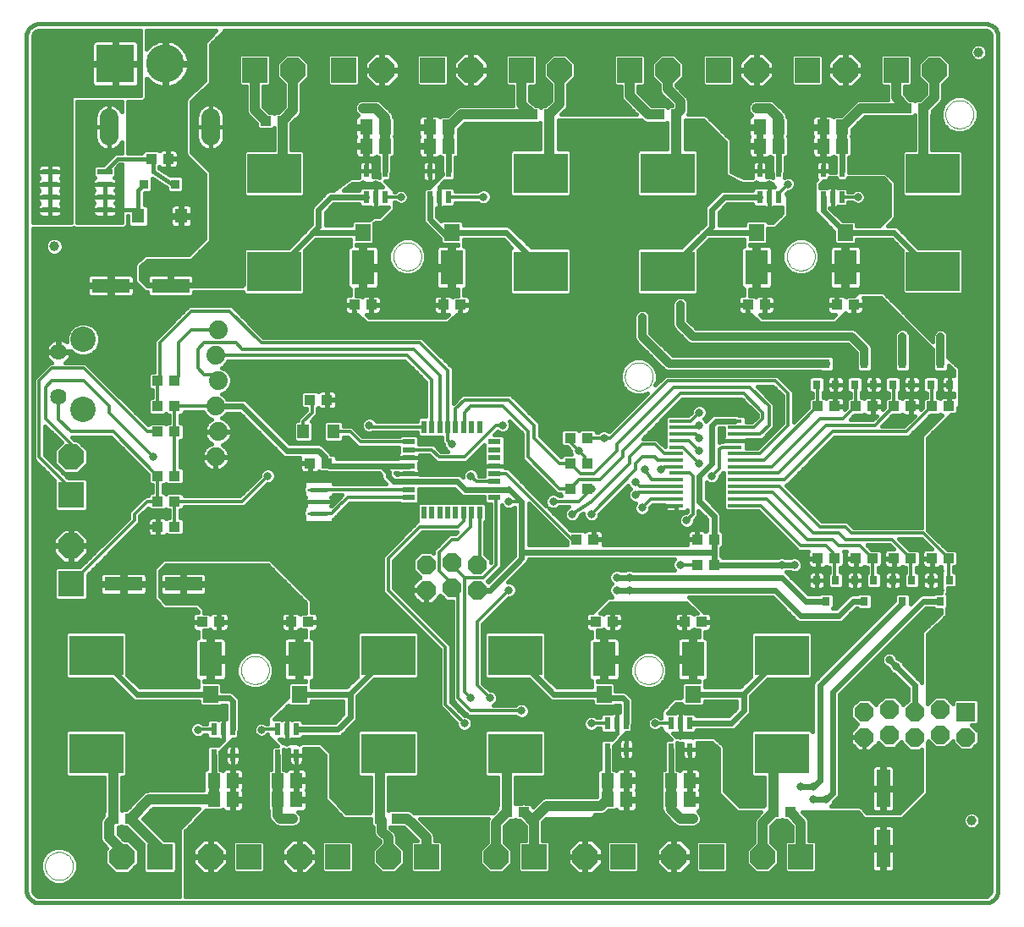
<source format=gtl>
G75*
%MOIN*%
%OFA0B0*%
%FSLAX24Y24*%
%IPPOS*%
%LPD*%
%AMOC8*
5,1,8,0,0,1.08239X$1,22.5*
%
%ADD10C,0.0160*%
%ADD11C,0.0000*%
%ADD12C,0.0177*%
%ADD13C,0.0100*%
%ADD14R,0.0500X0.0220*%
%ADD15R,0.0220X0.0500*%
%ADD16R,0.0433X0.0394*%
%ADD17OC8,0.0740*%
%ADD18C,0.0394*%
%ADD19C,0.0740*%
%ADD20R,0.0217X0.0472*%
%ADD21R,0.0512X0.0591*%
%ADD22R,0.2126X0.1575*%
%ADD23R,0.0906X0.1378*%
%ADD24R,0.0610X0.0669*%
%ADD25OC8,0.1000*%
%ADD26R,0.1000X0.1000*%
%ADD27R,0.0740X0.0740*%
%ADD28C,0.0640*%
%ADD29C,0.1000*%
%ADD30R,0.0580X0.0140*%
%ADD31R,0.0315X0.0354*%
%ADD32R,0.1496X0.0551*%
%ADD33R,0.0551X0.1496*%
%ADD34R,0.0472X0.0551*%
%ADD35R,0.1500X0.1500*%
%ADD36C,0.1500*%
%ADD37R,0.0354X0.0374*%
%ADD38R,0.0600X0.0240*%
%ADD39C,0.0740*%
%ADD40R,0.0500X0.0579*%
%ADD41C,0.0317*%
%ADD42C,0.0120*%
%ADD43C,0.0240*%
%ADD44C,0.0400*%
%ADD45C,0.0320*%
D10*
X008367Y005257D02*
X008367Y038903D01*
X008627Y038903D02*
X008632Y038949D01*
X008667Y039036D01*
X008734Y039102D01*
X008820Y039138D01*
X008867Y039143D01*
X012867Y039143D01*
X012867Y036582D01*
X010117Y036582D01*
X010117Y031582D01*
X008627Y031582D01*
X008627Y038903D01*
X008627Y038824D02*
X012867Y038824D01*
X012867Y038666D02*
X012776Y038666D01*
X012785Y038651D02*
X012761Y038692D01*
X012727Y038726D01*
X012686Y038749D01*
X012641Y038762D01*
X011915Y038762D01*
X011915Y037880D01*
X011819Y037880D01*
X011819Y038762D01*
X011093Y038762D01*
X011047Y038749D01*
X011006Y038726D01*
X010973Y038692D01*
X010949Y038651D01*
X010937Y038605D01*
X010937Y037880D01*
X011819Y037880D01*
X011819Y037784D01*
X010937Y037784D01*
X010937Y037058D01*
X010949Y037012D01*
X010973Y036971D01*
X011006Y036938D01*
X011047Y036914D01*
X011093Y036902D01*
X011819Y036902D01*
X011819Y037784D01*
X011915Y037784D01*
X011915Y037880D01*
X012797Y037880D01*
X012797Y038605D01*
X012785Y038651D01*
X012797Y038507D02*
X012867Y038507D01*
X012867Y038349D02*
X012797Y038349D01*
X012797Y038190D02*
X012867Y038190D01*
X012867Y038032D02*
X012797Y038032D01*
X012867Y037873D02*
X011915Y037873D01*
X011915Y037784D02*
X012797Y037784D01*
X012797Y037058D01*
X012785Y037012D01*
X012761Y036971D01*
X012727Y036938D01*
X012686Y036914D01*
X012641Y036902D01*
X011915Y036902D01*
X011915Y037784D01*
X011915Y037715D02*
X011819Y037715D01*
X011819Y037873D02*
X008627Y037873D01*
X008627Y037715D02*
X010937Y037715D01*
X010937Y037556D02*
X008627Y037556D01*
X008627Y037398D02*
X010937Y037398D01*
X010937Y037239D02*
X008627Y037239D01*
X008627Y037081D02*
X010937Y037081D01*
X011033Y036922D02*
X008627Y036922D01*
X008627Y036764D02*
X012867Y036764D01*
X012867Y036922D02*
X012701Y036922D01*
X012797Y037081D02*
X012867Y037081D01*
X012867Y037239D02*
X012797Y037239D01*
X012797Y037398D02*
X012867Y037398D01*
X012867Y037556D02*
X012797Y037556D01*
X012797Y037715D02*
X012867Y037715D01*
X013107Y037254D02*
X013141Y037211D01*
X013215Y037137D01*
X013296Y037072D01*
X013385Y037016D01*
X013479Y036971D01*
X013578Y036937D01*
X013679Y036913D01*
X013783Y036902D01*
X013787Y036902D01*
X013787Y037784D01*
X013883Y037784D01*
X013883Y036902D01*
X013888Y036902D01*
X013991Y036913D01*
X014093Y036937D01*
X014192Y036971D01*
X014286Y037016D01*
X014374Y037072D01*
X014456Y037137D01*
X014530Y037211D01*
X014595Y037293D01*
X014651Y037381D01*
X014696Y037475D01*
X014730Y037574D01*
X014754Y037676D01*
X014765Y037779D01*
X014765Y037784D01*
X013883Y037784D01*
X013883Y037880D01*
X013787Y037880D01*
X013787Y038762D01*
X013783Y038762D01*
X013679Y038750D01*
X013578Y038727D01*
X013479Y038692D01*
X013385Y038647D01*
X013296Y038591D01*
X013215Y038526D01*
X013141Y038452D01*
X013107Y038410D01*
X013107Y039143D01*
X015838Y039143D01*
X015413Y038718D01*
X015377Y038629D01*
X015377Y037181D01*
X014663Y036468D01*
X014627Y036379D01*
X014627Y034284D01*
X014663Y034196D01*
X014731Y034128D01*
X015377Y033482D01*
X015377Y030931D01*
X014767Y030322D01*
X013069Y030322D01*
X012981Y030285D01*
X012913Y030218D01*
X012663Y029968D01*
X012627Y029879D01*
X012627Y029284D01*
X012663Y029196D01*
X012981Y028878D01*
X013069Y028842D01*
X013140Y028842D01*
X013140Y028740D01*
X013234Y028646D01*
X014862Y028646D01*
X014956Y028740D01*
X014956Y028842D01*
X016894Y028842D01*
X016894Y028799D01*
X016988Y028705D01*
X019246Y028705D01*
X019340Y028799D01*
X019340Y030480D01*
X019758Y030898D01*
X021135Y030898D01*
X021127Y030879D01*
X021127Y030649D01*
X021098Y030649D01*
X021004Y030555D01*
X021004Y029045D01*
X021098Y028951D01*
X021127Y028951D01*
X021127Y028709D01*
X021042Y028709D01*
X020996Y028696D01*
X020955Y028673D01*
X020922Y028639D01*
X020898Y028598D01*
X020886Y028552D01*
X020886Y028350D01*
X021127Y028350D01*
X021127Y028313D01*
X020886Y028313D01*
X020886Y028111D01*
X020898Y028065D01*
X020922Y028024D01*
X020955Y027991D01*
X020996Y027967D01*
X021042Y027955D01*
X021264Y027955D01*
X021264Y028095D01*
X021301Y028059D01*
X021301Y027955D01*
X021404Y027955D01*
X021731Y027628D01*
X021819Y027592D01*
X024915Y027592D01*
X025003Y027628D01*
X025070Y027696D01*
X025329Y027955D01*
X025433Y027955D01*
X025433Y028059D01*
X025470Y028095D01*
X025470Y027955D01*
X025692Y027955D01*
X025738Y027967D01*
X025779Y027991D01*
X025812Y028024D01*
X025836Y028065D01*
X025848Y028111D01*
X025848Y028313D01*
X025607Y028313D01*
X025607Y028350D01*
X025848Y028350D01*
X025848Y028552D01*
X025836Y028598D01*
X025812Y028639D01*
X025779Y028673D01*
X025738Y028696D01*
X025692Y028709D01*
X025607Y028709D01*
X025607Y028951D01*
X025636Y028951D01*
X025730Y029045D01*
X025730Y030555D01*
X025636Y030649D01*
X025607Y030649D01*
X025607Y030879D01*
X025599Y030898D01*
X027154Y030898D01*
X027470Y030582D01*
X025703Y030582D01*
X025730Y030424D02*
X027394Y030424D01*
X027394Y030506D02*
X027394Y028799D01*
X027488Y028705D01*
X029746Y028705D01*
X029840Y028799D01*
X029840Y030506D01*
X029746Y030600D01*
X028245Y030600D01*
X027429Y031416D01*
X027326Y031458D01*
X025582Y031458D01*
X025582Y031579D01*
X025488Y031673D01*
X024745Y031673D01*
X024709Y031636D01*
X024523Y031822D01*
X024523Y032154D01*
X024617Y032154D01*
X024749Y032154D01*
X024795Y032166D01*
X024813Y032177D01*
X024816Y032174D01*
X025165Y032174D01*
X025259Y032267D01*
X025259Y032350D01*
X026148Y032350D01*
X026187Y032312D01*
X026304Y032263D01*
X026430Y032263D01*
X026547Y032312D01*
X026637Y032401D01*
X026685Y032518D01*
X026685Y032645D01*
X026637Y032762D01*
X026547Y032852D01*
X026430Y032900D01*
X026304Y032900D01*
X026187Y032852D01*
X026125Y032790D01*
X025259Y032790D01*
X025259Y032872D01*
X025165Y032966D01*
X024816Y032966D01*
X024813Y032963D01*
X024795Y032974D01*
X024749Y032986D01*
X024617Y032986D01*
X024617Y032570D01*
X024617Y032570D01*
X024617Y032986D01*
X024611Y032986D01*
X024822Y033197D01*
X025165Y033197D01*
X025259Y033291D01*
X025259Y033510D01*
X025271Y033538D01*
X025271Y034126D01*
X025313Y034126D01*
X025407Y034220D01*
X025407Y034943D01*
X025393Y034957D01*
X025407Y034970D01*
X025407Y035238D01*
X025640Y035472D01*
X028354Y035472D01*
X028361Y035475D01*
X028565Y035475D01*
X028592Y035501D01*
X028592Y034458D01*
X027488Y034458D01*
X027394Y034365D01*
X027394Y032657D01*
X027488Y032563D01*
X029746Y032563D01*
X029840Y032657D01*
X029840Y034365D01*
X029746Y034458D01*
X029312Y034458D01*
X029312Y035552D01*
X029328Y035569D01*
X029328Y035592D01*
X032598Y035592D01*
X032663Y035526D01*
X032795Y035472D01*
X033354Y035472D01*
X033361Y035475D01*
X033565Y035475D01*
X033592Y035501D01*
X033592Y034458D01*
X032488Y034458D01*
X032394Y034365D01*
X032394Y032657D01*
X032488Y032563D01*
X034746Y032563D01*
X034840Y032657D01*
X034840Y034365D01*
X034746Y034458D01*
X034312Y034458D01*
X034312Y035552D01*
X034328Y035569D01*
X034328Y035592D01*
X035017Y035592D01*
X035877Y034732D01*
X035877Y033590D01*
X035874Y033551D01*
X035877Y033543D01*
X035877Y033534D01*
X035892Y033498D01*
X035904Y033461D01*
X035910Y033454D01*
X035913Y033446D01*
X035941Y033418D01*
X035967Y033388D01*
X035975Y033384D01*
X035981Y033378D01*
X036017Y033363D01*
X036475Y033134D01*
X036481Y033128D01*
X036517Y033113D01*
X036552Y033096D01*
X036561Y033095D01*
X036569Y033092D01*
X036608Y033092D01*
X036647Y033089D01*
X036656Y033092D01*
X037738Y033092D01*
X037822Y032966D01*
X037816Y032966D01*
X037813Y032963D01*
X037795Y032974D01*
X037749Y032986D01*
X037617Y032986D01*
X037617Y032570D01*
X037617Y032570D01*
X037617Y032986D01*
X037485Y032986D01*
X037439Y032974D01*
X037420Y032963D01*
X037417Y032966D01*
X037068Y032966D01*
X036975Y032872D01*
X036975Y032850D01*
X035799Y032850D01*
X035696Y032807D01*
X035208Y032319D01*
X035130Y032240D01*
X035087Y032137D01*
X035087Y031519D01*
X034984Y031416D01*
X034984Y031416D01*
X034905Y031337D01*
X034905Y031337D01*
X034168Y030600D01*
X032488Y030600D01*
X032394Y030506D01*
X032394Y028799D01*
X032488Y028705D01*
X034746Y028705D01*
X034840Y028799D01*
X034840Y030480D01*
X035258Y030898D01*
X036635Y030898D01*
X036627Y030879D01*
X036627Y030649D01*
X036598Y030649D01*
X036504Y030555D01*
X036504Y029045D01*
X036598Y028951D01*
X036627Y028951D01*
X036627Y028709D01*
X036542Y028709D01*
X036496Y028696D01*
X036455Y028673D01*
X036422Y028639D01*
X036398Y028598D01*
X036386Y028552D01*
X036386Y028350D01*
X036627Y028350D01*
X036627Y028313D01*
X036386Y028313D01*
X036386Y028111D01*
X036398Y028065D01*
X036422Y028024D01*
X036455Y027991D01*
X036496Y027967D01*
X036542Y027955D01*
X036764Y027955D01*
X036764Y028095D01*
X036801Y028059D01*
X036801Y027955D01*
X036904Y027955D01*
X037231Y027628D01*
X037319Y027592D01*
X040165Y027592D01*
X040253Y027628D01*
X040320Y027696D01*
X040620Y027995D01*
X040624Y027991D01*
X040666Y027967D01*
X040711Y027955D01*
X040933Y027955D01*
X040933Y028309D01*
X040938Y028313D01*
X040970Y028313D01*
X040970Y027955D01*
X041192Y027955D01*
X041238Y027967D01*
X041279Y027991D01*
X041312Y028024D01*
X041336Y028065D01*
X041348Y028111D01*
X041348Y028313D01*
X040970Y028313D01*
X040970Y028345D01*
X040975Y028350D01*
X041348Y028350D01*
X041348Y028552D01*
X041338Y028592D01*
X042017Y028592D01*
X044047Y026562D01*
X044047Y025951D01*
X044049Y025945D01*
X044049Y025771D01*
X044143Y025678D01*
X044591Y025678D01*
X044684Y025771D01*
X044684Y025925D01*
X044877Y025732D01*
X044877Y025545D01*
X044741Y025545D01*
X044741Y025188D01*
X044741Y025188D01*
X044741Y024831D01*
X044877Y024831D01*
X044877Y024709D01*
X044720Y024709D01*
X044720Y024350D01*
X044683Y024350D01*
X044683Y024709D01*
X044461Y024709D01*
X044416Y024696D01*
X044374Y024673D01*
X044353Y024651D01*
X044315Y024689D01*
X044252Y024689D01*
X044252Y024886D01*
X044310Y024945D01*
X044310Y025431D01*
X044217Y025525D01*
X043769Y025525D01*
X043675Y025431D01*
X043675Y024945D01*
X043769Y024851D01*
X043812Y024851D01*
X043812Y024689D01*
X043749Y024689D01*
X043656Y024595D01*
X043656Y024266D01*
X043598Y024209D01*
X043598Y024313D01*
X043220Y024313D01*
X043220Y023955D01*
X043344Y023955D01*
X042941Y023552D01*
X042063Y023552D01*
X042487Y023975D01*
X042815Y023975D01*
X042853Y024013D01*
X042874Y023991D01*
X042916Y023967D01*
X042961Y023955D01*
X043183Y023955D01*
X043183Y024313D01*
X043220Y024313D01*
X043220Y024350D01*
X043598Y024350D01*
X043598Y024552D01*
X043586Y024598D01*
X043562Y024639D01*
X043529Y024673D01*
X043488Y024696D01*
X043442Y024709D01*
X043220Y024709D01*
X043220Y024350D01*
X043183Y024350D01*
X043183Y024709D01*
X042961Y024709D01*
X042916Y024696D01*
X042874Y024673D01*
X042853Y024651D01*
X042815Y024689D01*
X042752Y024689D01*
X042752Y024886D01*
X042810Y024945D01*
X042810Y025431D01*
X042717Y025525D01*
X042269Y025525D01*
X042175Y025431D01*
X042175Y024945D01*
X042269Y024851D01*
X042312Y024851D01*
X042312Y024689D01*
X042249Y024689D01*
X042156Y024595D01*
X042156Y024266D01*
X042098Y024209D01*
X042098Y024313D01*
X041720Y024313D01*
X041720Y023955D01*
X041844Y023955D01*
X041691Y023802D01*
X040813Y023802D01*
X040987Y023975D01*
X041315Y023975D01*
X041353Y024013D01*
X041374Y023991D01*
X041416Y023967D01*
X041461Y023955D01*
X041683Y023955D01*
X041683Y024313D01*
X041720Y024313D01*
X041720Y024350D01*
X042098Y024350D01*
X042098Y024552D01*
X042086Y024598D01*
X042062Y024639D01*
X042029Y024673D01*
X041988Y024696D01*
X041942Y024709D01*
X041720Y024709D01*
X041720Y024350D01*
X041683Y024350D01*
X041683Y024709D01*
X041461Y024709D01*
X041416Y024696D01*
X041374Y024673D01*
X041353Y024651D01*
X041315Y024689D01*
X041252Y024689D01*
X041252Y024886D01*
X041310Y024945D01*
X041310Y025431D01*
X041217Y025525D01*
X040769Y025525D01*
X040675Y025431D01*
X040675Y024945D01*
X040769Y024851D01*
X040812Y024851D01*
X040812Y024689D01*
X040749Y024689D01*
X040656Y024595D01*
X040656Y024266D01*
X040598Y024209D01*
X040598Y024313D01*
X040220Y024313D01*
X040220Y024350D01*
X040598Y024350D01*
X040598Y024552D01*
X040586Y024598D01*
X040562Y024639D01*
X040529Y024673D01*
X040488Y024696D01*
X040442Y024709D01*
X040220Y024709D01*
X040220Y024350D01*
X040183Y024350D01*
X040183Y024709D01*
X039961Y024709D01*
X039916Y024696D01*
X039874Y024673D01*
X039853Y024651D01*
X039815Y024689D01*
X039752Y024689D01*
X039752Y024886D01*
X039810Y024945D01*
X039810Y025431D01*
X039717Y025525D01*
X039269Y025525D01*
X039175Y025431D01*
X039175Y024945D01*
X039269Y024851D01*
X039312Y024851D01*
X039312Y024689D01*
X039249Y024689D01*
X039156Y024595D01*
X039156Y024266D01*
X038587Y023697D01*
X038587Y024923D01*
X038087Y025423D01*
X037958Y025552D01*
X033526Y025552D01*
X033139Y025165D01*
X033218Y025356D01*
X033218Y025647D01*
X033107Y025916D01*
X032901Y026122D01*
X032632Y026233D01*
X032341Y026233D01*
X032073Y026122D01*
X031867Y025916D01*
X031756Y025647D01*
X031756Y025356D01*
X031867Y025088D01*
X032073Y024882D01*
X032341Y024771D01*
X032632Y024771D01*
X032824Y024850D01*
X031311Y023337D01*
X031297Y023352D01*
X031180Y023400D01*
X031054Y023400D01*
X030937Y023352D01*
X030887Y023302D01*
X030828Y023302D01*
X030828Y023345D01*
X030734Y023439D01*
X030169Y023439D01*
X030117Y023387D01*
X030065Y023439D01*
X029499Y023439D01*
X029406Y023345D01*
X029406Y022819D01*
X029499Y022725D01*
X029663Y022725D01*
X029798Y022589D01*
X029798Y022518D01*
X029832Y022439D01*
X029499Y022439D01*
X029410Y022349D01*
X028587Y023173D01*
X028587Y023673D01*
X028458Y023802D01*
X027458Y024802D01*
X025526Y024802D01*
X025397Y024673D01*
X025179Y024455D01*
X025179Y025830D01*
X024087Y026923D01*
X023958Y027052D01*
X017708Y027052D01*
X016587Y028173D01*
X016458Y028302D01*
X014776Y028302D01*
X013526Y027052D01*
X013397Y026923D01*
X013397Y025689D01*
X013249Y025689D01*
X013156Y025595D01*
X013156Y025069D01*
X013249Y024975D01*
X013312Y024975D01*
X013312Y024689D01*
X013249Y024689D01*
X013156Y024595D01*
X013156Y024069D01*
X013249Y023975D01*
X013815Y023975D01*
X013867Y024027D01*
X013919Y023975D01*
X013982Y023975D01*
X013982Y023689D01*
X013919Y023689D01*
X013867Y023637D01*
X013815Y023689D01*
X013249Y023689D01*
X013160Y023599D01*
X010708Y026052D01*
X009899Y026052D01*
X009953Y026090D01*
X010008Y026146D01*
X010055Y026210D01*
X010090Y026280D01*
X010115Y026355D01*
X010127Y026432D01*
X010127Y026452D01*
X009647Y026452D01*
X009647Y026492D01*
X009607Y026492D01*
X009607Y026972D01*
X009588Y026972D01*
X009510Y026959D01*
X009435Y026935D01*
X009365Y026899D01*
X009301Y026853D01*
X009246Y026797D01*
X009199Y026734D01*
X009164Y026664D01*
X009139Y026589D01*
X009127Y026511D01*
X009127Y026492D01*
X009607Y026492D01*
X009607Y026452D01*
X009127Y026452D01*
X009127Y026432D01*
X009139Y026355D01*
X009164Y026280D01*
X009199Y026210D01*
X009246Y026146D01*
X009301Y026090D01*
X009354Y026052D01*
X009276Y026052D01*
X009147Y025923D01*
X008647Y025423D01*
X008647Y022241D01*
X008776Y022112D01*
X009473Y021414D01*
X009457Y021398D01*
X009457Y020265D01*
X009551Y020172D01*
X010683Y020172D01*
X010777Y020265D01*
X010777Y021398D01*
X010683Y021492D01*
X010018Y021492D01*
X009087Y022423D01*
X009087Y023551D01*
X009745Y022893D01*
X009457Y022605D01*
X009457Y022058D01*
X009844Y021672D01*
X010390Y021672D01*
X010777Y022058D01*
X010777Y022605D01*
X010390Y022992D01*
X010268Y022992D01*
X010148Y023112D01*
X011691Y023112D01*
X013156Y021647D01*
X013156Y021319D01*
X013249Y021225D01*
X013312Y021225D01*
X013312Y020939D01*
X013249Y020939D01*
X013156Y020845D01*
X013156Y020802D01*
X013026Y020802D01*
X012897Y020673D01*
X012397Y020173D01*
X012397Y019923D01*
X010466Y017992D01*
X009551Y017992D01*
X009457Y017898D01*
X009457Y016765D01*
X009551Y016672D01*
X010683Y016672D01*
X010777Y016765D01*
X010777Y017681D01*
X012708Y019612D01*
X012837Y019741D01*
X012837Y019991D01*
X013160Y020314D01*
X013249Y020225D01*
X013815Y020225D01*
X013867Y020277D01*
X013919Y020225D01*
X013982Y020225D01*
X013982Y019939D01*
X013919Y019939D01*
X013881Y019901D01*
X013859Y019923D01*
X013818Y019946D01*
X013772Y019959D01*
X013551Y019959D01*
X013551Y019600D01*
X013514Y019600D01*
X013514Y019959D01*
X013292Y019959D01*
X013246Y019946D01*
X013205Y019923D01*
X013172Y019889D01*
X013148Y019848D01*
X013136Y019802D01*
X013136Y019600D01*
X013514Y019600D01*
X013514Y019563D01*
X013551Y019563D01*
X013551Y019205D01*
X013772Y019205D01*
X013818Y019217D01*
X013859Y019241D01*
X013881Y019263D01*
X013919Y019225D01*
X014484Y019225D01*
X014578Y019319D01*
X014578Y019845D01*
X014484Y019939D01*
X014422Y019939D01*
X014422Y020225D01*
X014484Y020225D01*
X014578Y020319D01*
X014578Y020362D01*
X016958Y020362D01*
X017860Y021263D01*
X017930Y021263D01*
X018047Y021312D01*
X018137Y021401D01*
X018185Y021518D01*
X018185Y021645D01*
X018137Y021762D01*
X018047Y021852D01*
X017930Y021900D01*
X017804Y021900D01*
X017687Y021852D01*
X017597Y021762D01*
X017548Y021645D01*
X017548Y021574D01*
X016776Y020802D01*
X014578Y020802D01*
X014578Y020845D01*
X014484Y020939D01*
X013919Y020939D01*
X013867Y020887D01*
X013815Y020939D01*
X013752Y020939D01*
X013752Y021225D01*
X013815Y021225D01*
X013867Y021277D01*
X013919Y021225D01*
X014484Y021225D01*
X014578Y021319D01*
X014578Y021845D01*
X014484Y021939D01*
X014422Y021939D01*
X014422Y022975D01*
X014484Y022975D01*
X014578Y023069D01*
X014578Y023595D01*
X014484Y023689D01*
X014422Y023689D01*
X014422Y023975D01*
X014484Y023975D01*
X014578Y024069D01*
X014578Y024112D01*
X015334Y024112D01*
X015368Y024031D01*
X015517Y023882D01*
X015665Y023821D01*
X015629Y023802D01*
X015559Y023751D01*
X015497Y023690D01*
X015446Y023620D01*
X015407Y023543D01*
X015380Y023460D01*
X015367Y023375D01*
X015367Y023352D01*
X015897Y023352D01*
X015897Y023312D01*
X015367Y023312D01*
X015367Y023288D01*
X015380Y023203D01*
X015407Y023121D01*
X015446Y023043D01*
X015497Y022973D01*
X015559Y022912D01*
X015629Y022861D01*
X015644Y022854D01*
X015606Y022841D01*
X015529Y022802D01*
X015459Y022751D01*
X015397Y022690D01*
X015346Y022620D01*
X015307Y022543D01*
X015280Y022460D01*
X015267Y022375D01*
X015267Y022352D01*
X015797Y022352D01*
X015797Y022312D01*
X015267Y022312D01*
X015267Y022288D01*
X015280Y022203D01*
X015307Y022121D01*
X015346Y022043D01*
X015397Y021973D01*
X015459Y021912D01*
X015529Y021861D01*
X015606Y021822D01*
X015688Y021795D01*
X015774Y021782D01*
X015797Y021782D01*
X015797Y022312D01*
X015837Y022312D01*
X015837Y022352D01*
X016367Y022352D01*
X016367Y022375D01*
X016353Y022460D01*
X016327Y022543D01*
X016287Y022620D01*
X016236Y022690D01*
X016175Y022751D01*
X016105Y022802D01*
X016090Y022810D01*
X016128Y022822D01*
X016205Y022861D01*
X016275Y022912D01*
X016336Y022973D01*
X016387Y023043D01*
X016427Y023121D01*
X016453Y023203D01*
X016467Y023288D01*
X016467Y023312D01*
X015937Y023312D01*
X015937Y023352D01*
X016467Y023352D01*
X016467Y023375D01*
X016453Y023460D01*
X016427Y023543D01*
X016387Y023620D01*
X016336Y023690D01*
X016275Y023751D01*
X016205Y023802D01*
X016128Y023841D01*
X016066Y023861D01*
X016117Y023882D01*
X016266Y024031D01*
X016275Y024052D01*
X016751Y024052D01*
X018380Y022423D01*
X018458Y022344D01*
X018561Y022302D01*
X019136Y022302D01*
X019136Y022100D01*
X019514Y022100D01*
X019514Y022063D01*
X019551Y022063D01*
X019551Y021705D01*
X019772Y021705D01*
X019818Y021717D01*
X019859Y021741D01*
X019881Y021763D01*
X019919Y021725D01*
X020201Y021725D01*
X020238Y021709D01*
X022251Y021709D01*
X022337Y021623D01*
X022337Y021526D01*
X022380Y021423D01*
X022458Y021344D01*
X022458Y021344D01*
X022528Y021274D01*
X020447Y021274D01*
X020447Y021365D01*
X020400Y021412D01*
X019334Y021412D01*
X019287Y021365D01*
X019287Y021171D01*
X019257Y021141D01*
X019257Y020967D01*
X019287Y020937D01*
X019287Y020799D01*
X019334Y020752D01*
X019371Y020752D01*
X019342Y020709D01*
X019322Y020660D01*
X019312Y020608D01*
X019312Y020582D01*
X019867Y020582D01*
X020422Y020582D01*
X020422Y020608D01*
X020412Y020660D01*
X020391Y020709D01*
X020363Y020752D01*
X020400Y020752D01*
X020447Y020799D01*
X020447Y020834D01*
X020808Y020834D01*
X020647Y020673D01*
X020522Y020548D01*
X020386Y020412D01*
X020363Y020412D01*
X020391Y020454D01*
X020412Y020503D01*
X020422Y020555D01*
X020422Y020582D01*
X019867Y020582D01*
X019867Y020582D01*
X019867Y020582D01*
X019312Y020582D01*
X019312Y020555D01*
X019322Y020503D01*
X019342Y020454D01*
X019371Y020412D01*
X019334Y020412D01*
X019287Y020365D01*
X019287Y020226D01*
X019257Y020196D01*
X019257Y020022D01*
X019287Y019992D01*
X019287Y019799D01*
X019334Y019752D01*
X020400Y019752D01*
X020447Y019799D01*
X020447Y019889D01*
X020486Y019889D01*
X020833Y020237D01*
X020958Y020362D01*
X021106Y020509D01*
X023061Y020509D01*
X023111Y020459D01*
X023743Y020459D01*
X023837Y020553D01*
X023837Y021079D01*
X025223Y021079D01*
X025417Y020886D01*
X025496Y020807D01*
X025599Y020764D01*
X026397Y020764D01*
X026397Y020553D01*
X026491Y020459D01*
X026647Y020459D01*
X026647Y018173D01*
X026647Y018173D01*
X026647Y018301D01*
X026439Y018509D01*
X026439Y019775D01*
X026489Y019825D01*
X026489Y020458D01*
X026396Y020552D01*
X023838Y020552D01*
X023745Y020458D01*
X023745Y019825D01*
X023772Y019798D01*
X022526Y018552D01*
X022397Y018423D01*
X022397Y016991D01*
X024647Y014741D01*
X024647Y012491D01*
X025298Y011839D01*
X025298Y011768D01*
X025347Y011651D01*
X025437Y011562D01*
X025554Y011513D01*
X025680Y011513D01*
X025797Y011562D01*
X025887Y011651D01*
X025935Y011768D01*
X025935Y011895D01*
X025887Y012012D01*
X025797Y012102D01*
X025680Y012150D01*
X025610Y012150D01*
X025087Y012673D01*
X025087Y014923D01*
X024958Y015052D01*
X022837Y017173D01*
X022837Y018241D01*
X023958Y019362D01*
X025336Y019362D01*
X025276Y019302D01*
X025026Y019302D01*
X024897Y019173D01*
X024897Y019173D01*
X024526Y018802D01*
X024397Y018673D01*
X024397Y018551D01*
X024336Y018612D01*
X023897Y018612D01*
X023587Y018301D01*
X023587Y017862D01*
X023853Y017596D01*
X023567Y017310D01*
X023567Y017102D01*
X024097Y017102D01*
X024097Y017062D01*
X023567Y017062D01*
X023567Y016854D01*
X023889Y016532D01*
X024097Y016532D01*
X024097Y017062D01*
X024137Y017062D01*
X024137Y016532D01*
X024345Y016532D01*
X024667Y016854D01*
X024667Y016882D01*
X024897Y016652D01*
X025147Y016652D01*
X025147Y012741D01*
X025276Y012612D01*
X025776Y012112D01*
X027637Y012112D01*
X027687Y012062D01*
X027804Y012013D01*
X027930Y012013D01*
X028047Y012062D01*
X028137Y012151D01*
X028185Y012268D01*
X028185Y012395D01*
X028137Y012512D01*
X028047Y012602D01*
X027930Y012650D01*
X027804Y012650D01*
X027687Y012602D01*
X027637Y012552D01*
X026773Y012552D01*
X026797Y012562D01*
X026887Y012651D01*
X026935Y012768D01*
X026935Y012895D01*
X026887Y013012D01*
X026797Y013102D01*
X026680Y013150D01*
X026610Y013150D01*
X026337Y013423D01*
X026337Y015741D01*
X027360Y016763D01*
X027430Y016763D01*
X027547Y016812D01*
X027637Y016901D01*
X027685Y017018D01*
X027685Y017145D01*
X027637Y017262D01*
X027547Y017352D01*
X027430Y017400D01*
X027331Y017400D01*
X028025Y018094D01*
X028104Y018173D01*
X028147Y018276D01*
X028147Y018302D01*
X033887Y018302D01*
X033847Y018262D01*
X033798Y018145D01*
X033798Y018018D01*
X033847Y017901D01*
X033887Y017862D01*
X032273Y017862D01*
X032180Y017900D01*
X032054Y017900D01*
X031961Y017862D01*
X031773Y017862D01*
X031680Y017900D01*
X031554Y017900D01*
X031437Y017852D01*
X031347Y017762D01*
X031298Y017645D01*
X031298Y017518D01*
X031347Y017401D01*
X031417Y017332D01*
X031347Y017262D01*
X031298Y017145D01*
X031298Y017018D01*
X031347Y016901D01*
X031427Y016822D01*
X031319Y016822D01*
X031231Y016785D01*
X031163Y016718D01*
X030663Y016218D01*
X030660Y016209D01*
X030542Y016209D01*
X030496Y016196D01*
X030455Y016173D01*
X030422Y016139D01*
X030398Y016098D01*
X030386Y016052D01*
X030386Y015850D01*
X030627Y015850D01*
X030627Y015813D01*
X030386Y015813D01*
X030386Y015611D01*
X030398Y015565D01*
X030422Y015524D01*
X030455Y015491D01*
X030496Y015467D01*
X030542Y015455D01*
X030627Y015455D01*
X030627Y015212D01*
X030598Y015212D01*
X030504Y015118D01*
X030504Y013608D01*
X030598Y013514D01*
X030627Y013514D01*
X030627Y013284D01*
X030635Y013265D01*
X029258Y013265D01*
X028840Y013684D01*
X028840Y015365D01*
X028746Y015458D01*
X026488Y015458D01*
X026394Y015365D01*
X026394Y013657D01*
X026488Y013563D01*
X028168Y013563D01*
X028984Y012748D01*
X029087Y012705D01*
X030652Y012705D01*
X030652Y012584D01*
X030745Y012491D01*
X031488Y012491D01*
X031549Y012552D01*
X031711Y012552D01*
X031711Y012260D01*
X031617Y012260D01*
X031617Y011844D01*
X031617Y011844D01*
X031617Y012260D01*
X031485Y012260D01*
X031439Y012247D01*
X031420Y012237D01*
X031417Y012240D01*
X031068Y012240D01*
X030975Y012146D01*
X030975Y012064D01*
X030835Y012064D01*
X030797Y012102D01*
X030680Y012150D01*
X030554Y012150D01*
X030437Y012102D01*
X030347Y012012D01*
X030298Y011895D01*
X030298Y011768D01*
X030347Y011651D01*
X030437Y011562D01*
X030554Y011513D01*
X030680Y011513D01*
X030797Y011562D01*
X030859Y011624D01*
X030975Y011624D01*
X030975Y011541D01*
X031068Y011447D01*
X031417Y011447D01*
X031420Y011450D01*
X031439Y011440D01*
X031485Y011427D01*
X031617Y011427D01*
X031623Y011427D01*
X031412Y011216D01*
X031068Y011216D01*
X030975Y011122D01*
X030975Y010904D01*
X030963Y010876D01*
X030963Y010037D01*
X030921Y010037D01*
X030827Y009943D01*
X030827Y009220D01*
X030840Y009207D01*
X030827Y009193D01*
X030827Y008942D01*
X028795Y008942D01*
X028663Y008887D01*
X028562Y008786D01*
X028328Y008552D01*
X028328Y008595D01*
X028234Y008689D01*
X028031Y008689D01*
X028023Y008692D01*
X027880Y008692D01*
X027872Y008689D01*
X027669Y008689D01*
X027642Y008662D01*
X027642Y009705D01*
X028746Y009705D01*
X028840Y009799D01*
X028840Y011506D01*
X028746Y011600D01*
X026488Y011600D01*
X026394Y011506D01*
X026394Y009799D01*
X026488Y009705D01*
X026922Y009705D01*
X026922Y008611D01*
X026906Y008595D01*
X026906Y008464D01*
X026763Y008322D01*
X023636Y008322D01*
X023571Y008387D01*
X023438Y008442D01*
X022880Y008442D01*
X022872Y008439D01*
X022669Y008439D01*
X022642Y008412D01*
X022642Y009705D01*
X023746Y009705D01*
X023840Y009799D01*
X023840Y011506D01*
X023746Y011600D01*
X021488Y011600D01*
X021394Y011506D01*
X021394Y009799D01*
X021488Y009705D01*
X021922Y009705D01*
X021922Y008361D01*
X021906Y008345D01*
X021906Y008322D01*
X020966Y008322D01*
X020357Y008931D01*
X020357Y010629D01*
X020320Y010718D01*
X020253Y010785D01*
X020003Y011035D01*
X019915Y011072D01*
X018466Y011072D01*
X018341Y011197D01*
X018417Y011197D01*
X018420Y011200D01*
X018439Y011190D01*
X018485Y011177D01*
X018617Y011177D01*
X018749Y011177D01*
X018795Y011190D01*
X018813Y011200D01*
X018816Y011197D01*
X019165Y011197D01*
X019259Y011291D01*
X019259Y011314D01*
X020684Y011314D01*
X020787Y011356D01*
X021275Y011844D01*
X021354Y011923D01*
X021397Y012026D01*
X021397Y012895D01*
X022065Y013563D01*
X023746Y013563D01*
X023840Y013657D01*
X023840Y015365D01*
X023746Y015458D01*
X021488Y015458D01*
X021394Y015365D01*
X021394Y013684D01*
X020975Y013265D01*
X019599Y013265D01*
X019607Y013284D01*
X019607Y013514D01*
X019636Y013514D01*
X019730Y013608D01*
X019730Y015118D01*
X019636Y015212D01*
X019607Y015212D01*
X019607Y015455D01*
X019692Y015455D01*
X019738Y015467D01*
X019779Y015491D01*
X019812Y015524D01*
X019836Y015565D01*
X019848Y015611D01*
X019848Y015813D01*
X019607Y015813D01*
X019607Y015850D01*
X019848Y015850D01*
X019848Y016052D01*
X019836Y016098D01*
X019812Y016139D01*
X019779Y016173D01*
X019738Y016196D01*
X019692Y016209D01*
X019607Y016209D01*
X019607Y016629D01*
X019570Y016718D01*
X019503Y016785D01*
X018003Y018285D01*
X017915Y018322D01*
X013819Y018322D01*
X013731Y018285D01*
X013663Y018218D01*
X013413Y017968D01*
X013377Y017879D01*
X013377Y016784D01*
X013413Y016696D01*
X013481Y016628D01*
X013731Y016378D01*
X013819Y016342D01*
X015017Y016342D01*
X015127Y016232D01*
X015127Y016209D01*
X015042Y016209D01*
X014996Y016196D01*
X014955Y016173D01*
X014922Y016139D01*
X014898Y016098D01*
X014886Y016052D01*
X014886Y015850D01*
X015127Y015850D01*
X015127Y015813D01*
X014886Y015813D01*
X014886Y015611D01*
X014898Y015565D01*
X014922Y015524D01*
X014955Y015491D01*
X014996Y015467D01*
X015042Y015455D01*
X015127Y015455D01*
X015127Y015212D01*
X015098Y015212D01*
X015004Y015118D01*
X015004Y013608D01*
X015098Y013514D01*
X015127Y013514D01*
X015127Y013284D01*
X015135Y013265D01*
X012829Y013265D01*
X012340Y013755D01*
X012340Y015365D01*
X012246Y015458D01*
X009988Y015458D01*
X009894Y015365D01*
X009894Y013657D01*
X009988Y013563D01*
X011739Y013563D01*
X012555Y012748D01*
X012658Y012705D01*
X015152Y012705D01*
X015152Y012584D01*
X015245Y012491D01*
X015988Y012491D01*
X016049Y012552D01*
X016211Y012552D01*
X016211Y012010D01*
X016117Y012010D01*
X016117Y011594D01*
X016117Y011594D01*
X016117Y012010D01*
X015985Y012010D01*
X015939Y011997D01*
X015920Y011987D01*
X015917Y011990D01*
X015568Y011990D01*
X015475Y011896D01*
X015475Y011814D01*
X015335Y011814D01*
X015297Y011852D01*
X015180Y011900D01*
X015054Y011900D01*
X014937Y011852D01*
X014847Y011762D01*
X014798Y011645D01*
X014798Y011518D01*
X014847Y011401D01*
X014937Y011312D01*
X015054Y011263D01*
X015180Y011263D01*
X015297Y011312D01*
X015359Y011374D01*
X015475Y011374D01*
X015475Y011291D01*
X015568Y011197D01*
X015917Y011197D01*
X015920Y011200D01*
X015939Y011190D01*
X015985Y011177D01*
X016117Y011177D01*
X016123Y011177D01*
X015912Y010966D01*
X015568Y010966D01*
X015475Y010872D01*
X015475Y010654D01*
X015463Y010626D01*
X015463Y010037D01*
X015421Y010037D01*
X015327Y009943D01*
X015327Y009220D01*
X015340Y009207D01*
X015327Y009193D01*
X015327Y009192D01*
X013130Y009192D01*
X012998Y009137D01*
X012299Y008439D01*
X012169Y008439D01*
X012142Y008412D01*
X012142Y009705D01*
X012246Y009705D01*
X012340Y009799D01*
X012340Y011506D01*
X012246Y011600D01*
X009988Y011600D01*
X009894Y011506D01*
X009894Y009799D01*
X009988Y009705D01*
X011422Y009705D01*
X011422Y008361D01*
X011406Y008345D01*
X011406Y008214D01*
X011312Y008120D01*
X011257Y007988D01*
X011257Y007260D01*
X011312Y007128D01*
X011413Y007026D01*
X011521Y006919D01*
X011457Y006855D01*
X011457Y006308D01*
X011844Y005922D01*
X012390Y005922D01*
X012777Y006308D01*
X012777Y006855D01*
X012390Y007242D01*
X012216Y007242D01*
X011977Y007481D01*
X011977Y007725D01*
X012065Y007725D01*
X012117Y007777D01*
X012169Y007725D01*
X012299Y007725D01*
X012957Y007067D01*
X012957Y006015D01*
X013051Y005922D01*
X014183Y005922D01*
X014277Y006015D01*
X014277Y007148D01*
X014183Y007242D01*
X013801Y007242D01*
X012961Y008082D01*
X013351Y008472D01*
X015167Y008472D01*
X014413Y007718D01*
X014377Y007629D01*
X014377Y005017D01*
X008867Y005017D01*
X008820Y005021D01*
X008734Y005057D01*
X008667Y005124D01*
X008632Y005210D01*
X008627Y005257D01*
X008627Y031342D01*
X010165Y031342D01*
X010242Y031374D01*
X010319Y031342D01*
X012165Y031342D01*
X012253Y031378D01*
X012320Y031446D01*
X012357Y031534D01*
X012357Y031842D01*
X012360Y031842D01*
X012360Y031476D01*
X012454Y031382D01*
X013087Y031382D01*
X013180Y031476D01*
X013180Y032187D01*
X013087Y032281D01*
X013010Y032281D01*
X013010Y032735D01*
X013240Y032735D01*
X013334Y032828D01*
X013334Y033315D01*
X013900Y032938D01*
X013900Y032828D01*
X013994Y032735D01*
X014480Y032735D01*
X014574Y032828D01*
X014574Y033335D01*
X014480Y033429D01*
X014029Y033429D01*
X013607Y033710D01*
X013607Y033758D01*
X013624Y033741D01*
X013666Y033717D01*
X013711Y033705D01*
X013933Y033705D01*
X013933Y034063D01*
X013970Y034063D01*
X013970Y033705D01*
X014192Y033705D01*
X014238Y033717D01*
X014279Y033741D01*
X014312Y033774D01*
X014336Y033815D01*
X014348Y033861D01*
X014348Y034063D01*
X013970Y034063D01*
X013970Y034100D01*
X014348Y034100D01*
X014348Y034302D01*
X014336Y034348D01*
X014312Y034389D01*
X014279Y034423D01*
X014238Y034446D01*
X014192Y034459D01*
X013970Y034459D01*
X013970Y034100D01*
X013933Y034100D01*
X013933Y034459D01*
X013711Y034459D01*
X013666Y034446D01*
X013624Y034423D01*
X013603Y034401D01*
X013565Y034439D01*
X012999Y034439D01*
X012906Y034345D01*
X012906Y034322D01*
X012357Y034322D01*
X012357Y036342D01*
X012915Y036342D01*
X013003Y036378D01*
X013070Y036446D01*
X013107Y036534D01*
X013107Y037254D01*
X013107Y037239D02*
X013118Y037239D01*
X013107Y037081D02*
X013285Y037081D01*
X013107Y036922D02*
X013641Y036922D01*
X013787Y036922D02*
X013883Y036922D01*
X014030Y036922D02*
X015118Y036922D01*
X014960Y036764D02*
X013107Y036764D01*
X013107Y036605D02*
X014801Y036605D01*
X014655Y036447D02*
X013071Y036447D01*
X012867Y036605D02*
X008627Y036605D01*
X008627Y036447D02*
X010117Y036447D01*
X010117Y036288D02*
X008627Y036288D01*
X008627Y036130D02*
X010117Y036130D01*
X010117Y035971D02*
X008627Y035971D01*
X008627Y035813D02*
X010117Y035813D01*
X010117Y035654D02*
X008627Y035654D01*
X008627Y035496D02*
X010117Y035496D01*
X010117Y035337D02*
X008627Y035337D01*
X008627Y035179D02*
X010117Y035179D01*
X010117Y035020D02*
X008627Y035020D01*
X008627Y034862D02*
X010117Y034862D01*
X010117Y034703D02*
X008627Y034703D01*
X008627Y034545D02*
X010117Y034545D01*
X010117Y034386D02*
X008627Y034386D01*
X008627Y034228D02*
X010117Y034228D01*
X010117Y034069D02*
X008627Y034069D01*
X008627Y033911D02*
X010117Y033911D01*
X010117Y033752D02*
X009760Y033752D01*
X009755Y033771D02*
X009731Y033812D01*
X009697Y033846D01*
X009656Y033869D01*
X009611Y033882D01*
X009287Y033882D01*
X009287Y033582D01*
X009287Y033582D01*
X009767Y033582D01*
X009767Y033725D01*
X009755Y033771D01*
X009767Y033594D02*
X010117Y033594D01*
X010117Y033435D02*
X009766Y033435D01*
X009767Y033438D02*
X009767Y033582D01*
X009287Y033582D01*
X009287Y033582D01*
X009287Y033882D01*
X008963Y033882D01*
X008917Y033869D01*
X008876Y033846D01*
X008843Y033812D01*
X008819Y033771D01*
X008807Y033725D01*
X008807Y033582D01*
X009287Y033582D01*
X009287Y033582D01*
X008807Y033582D01*
X008807Y033438D01*
X008819Y033392D01*
X008843Y033351D01*
X008862Y033332D01*
X008843Y033312D01*
X008819Y033271D01*
X008807Y033225D01*
X008807Y033082D01*
X009287Y033082D01*
X009287Y033082D01*
X009287Y033282D01*
X009287Y033582D01*
X009287Y033582D01*
X009287Y033082D01*
X009767Y033082D01*
X009767Y033225D01*
X009755Y033271D01*
X009731Y033312D01*
X009711Y033332D01*
X009731Y033351D01*
X009755Y033392D01*
X009767Y033438D01*
X009751Y033277D02*
X010117Y033277D01*
X010117Y033118D02*
X009767Y033118D01*
X009767Y033082D02*
X009287Y033082D01*
X009287Y033082D01*
X009287Y033082D01*
X008807Y033082D01*
X008807Y032938D01*
X008819Y032892D01*
X008843Y032851D01*
X008862Y032832D01*
X008843Y032812D01*
X008819Y032771D01*
X008807Y032725D01*
X008807Y032582D01*
X009287Y032582D01*
X009287Y032582D01*
X009287Y032782D01*
X009287Y033082D01*
X009287Y033082D01*
X009287Y032582D01*
X009767Y032582D01*
X009767Y032725D01*
X009755Y032771D01*
X009731Y032812D01*
X009711Y032832D01*
X009731Y032851D01*
X009755Y032892D01*
X009767Y032938D01*
X009767Y033082D01*
X009767Y032960D02*
X010117Y032960D01*
X010117Y032801D02*
X009737Y032801D01*
X009767Y032643D02*
X010117Y032643D01*
X010117Y032484D02*
X009767Y032484D01*
X009767Y032438D02*
X009767Y032582D01*
X009287Y032582D01*
X009287Y032582D01*
X009287Y032582D01*
X008807Y032582D01*
X008807Y032438D01*
X008819Y032392D01*
X008843Y032351D01*
X008862Y032332D01*
X008843Y032312D01*
X008819Y032271D01*
X008807Y032225D01*
X008807Y032082D01*
X009287Y032082D01*
X009287Y032082D01*
X009287Y032382D01*
X009287Y032582D01*
X009287Y032582D01*
X009287Y032082D01*
X009767Y032082D01*
X009767Y032225D01*
X009755Y032271D01*
X009731Y032312D01*
X009711Y032332D01*
X009731Y032351D01*
X009755Y032392D01*
X009767Y032438D01*
X009717Y032326D02*
X010117Y032326D01*
X010117Y032167D02*
X009767Y032167D01*
X009767Y032082D02*
X009287Y032082D01*
X009287Y032082D01*
X009287Y032082D01*
X009287Y031782D01*
X009611Y031782D01*
X009656Y031794D01*
X009697Y031818D01*
X009731Y031851D01*
X009755Y031892D01*
X009767Y031938D01*
X009767Y032082D01*
X009767Y032009D02*
X010117Y032009D01*
X010117Y031850D02*
X009730Y031850D01*
X010117Y031692D02*
X008627Y031692D01*
X008627Y031850D02*
X008844Y031850D01*
X008843Y031851D02*
X008876Y031818D01*
X008917Y031794D01*
X008963Y031782D01*
X009287Y031782D01*
X009287Y032082D01*
X009287Y032082D01*
X008807Y032082D01*
X008807Y031938D01*
X008819Y031892D01*
X008843Y031851D01*
X008807Y032009D02*
X008627Y032009D01*
X008627Y032167D02*
X008807Y032167D01*
X008856Y032326D02*
X008627Y032326D01*
X008627Y032484D02*
X008807Y032484D01*
X008807Y032643D02*
X008627Y032643D01*
X008627Y032801D02*
X008837Y032801D01*
X008807Y032960D02*
X008627Y032960D01*
X008627Y033118D02*
X008807Y033118D01*
X008822Y033277D02*
X008627Y033277D01*
X008627Y033435D02*
X008808Y033435D01*
X008807Y033594D02*
X008627Y033594D01*
X008627Y033752D02*
X008814Y033752D01*
X009287Y033752D02*
X009287Y033752D01*
X009287Y033594D02*
X009287Y033594D01*
X009287Y033435D02*
X009287Y033435D01*
X009287Y033277D02*
X009287Y033277D01*
X009287Y033118D02*
X009287Y033118D01*
X009287Y032960D02*
X009287Y032960D01*
X009287Y032801D02*
X009287Y032801D01*
X009287Y032643D02*
X009287Y032643D01*
X009287Y032484D02*
X009287Y032484D01*
X009287Y032326D02*
X009287Y032326D01*
X009287Y032167D02*
X009287Y032167D01*
X009287Y032009D02*
X009287Y032009D01*
X009287Y031850D02*
X009287Y031850D01*
X009396Y030989D02*
X009265Y030934D01*
X009164Y030834D01*
X009110Y030703D01*
X009110Y030561D01*
X009164Y030430D01*
X009265Y030329D01*
X009396Y030275D01*
X009538Y030275D01*
X009669Y030329D01*
X009769Y030430D01*
X009824Y030561D01*
X009824Y030703D01*
X009769Y030834D01*
X009669Y030934D01*
X009538Y030989D01*
X009396Y030989D01*
X009230Y030899D02*
X008627Y030899D01*
X008627Y030741D02*
X009126Y030741D01*
X009110Y030582D02*
X008627Y030582D01*
X008627Y030424D02*
X009170Y030424D01*
X008627Y030265D02*
X012961Y030265D01*
X012803Y030107D02*
X008627Y030107D01*
X008627Y029948D02*
X012655Y029948D01*
X012627Y029790D02*
X008627Y029790D01*
X008627Y029631D02*
X012627Y029631D01*
X012544Y029501D02*
X012503Y029525D01*
X012458Y029537D01*
X011744Y029537D01*
X011744Y029139D01*
X012614Y029139D01*
X012614Y029381D01*
X012602Y029427D01*
X012578Y029468D01*
X012544Y029501D01*
X012573Y029473D02*
X012627Y029473D01*
X012614Y029314D02*
X012627Y029314D01*
X012614Y029156D02*
X012703Y029156D01*
X012614Y029024D02*
X011744Y029024D01*
X011744Y029139D01*
X011628Y029139D01*
X011628Y029024D01*
X010758Y029024D01*
X010758Y028782D01*
X010770Y028737D01*
X010794Y028696D01*
X010827Y028662D01*
X010868Y028638D01*
X010914Y028626D01*
X011628Y028626D01*
X011628Y029024D01*
X011744Y029024D01*
X011744Y028626D01*
X012458Y028626D01*
X012503Y028638D01*
X012544Y028662D01*
X012578Y028696D01*
X012602Y028737D01*
X012614Y028782D01*
X012614Y029024D01*
X012614Y028997D02*
X012862Y028997D01*
X013043Y029156D02*
X013120Y029156D01*
X013120Y029139D02*
X013120Y029381D01*
X013132Y029427D01*
X013156Y029468D01*
X013189Y029501D01*
X013230Y029525D01*
X013276Y029537D01*
X013990Y029537D01*
X013990Y029139D01*
X013990Y029082D01*
X013117Y029082D01*
X012867Y029332D01*
X012867Y029832D01*
X013117Y030082D01*
X014867Y030082D01*
X015617Y030832D01*
X015617Y033582D01*
X014867Y034332D01*
X014867Y036332D01*
X015617Y037082D01*
X015617Y038582D01*
X016178Y039143D01*
X046135Y039143D01*
X046181Y039138D01*
X046268Y039102D01*
X046334Y039036D01*
X046370Y038949D01*
X046375Y038903D01*
X046375Y005257D01*
X046370Y005210D01*
X046334Y005124D01*
X046268Y005057D01*
X046181Y005021D01*
X046135Y005017D01*
X014617Y005017D01*
X014617Y007582D01*
X015432Y008396D01*
X016057Y008396D01*
X016089Y008429D01*
X016091Y008426D01*
X016124Y008392D01*
X016166Y008369D01*
X016211Y008356D01*
X016443Y008356D01*
X016443Y008784D01*
X016539Y008784D01*
X016539Y008880D01*
X016443Y008880D01*
X016443Y009106D01*
X016443Y009534D01*
X016539Y009534D01*
X016539Y009630D01*
X016443Y009630D01*
X016443Y010057D01*
X016211Y010057D01*
X016166Y010045D01*
X016124Y010021D01*
X016091Y009987D01*
X016089Y009984D01*
X016057Y010017D01*
X016003Y010017D01*
X016003Y010622D01*
X015991Y010650D01*
X015991Y010706D01*
X016503Y011217D01*
X016657Y011217D01*
X016739Y011299D01*
X016739Y011514D01*
X016751Y011542D01*
X016751Y012759D01*
X016711Y012855D01*
X016587Y012979D01*
X016514Y013052D01*
X016419Y013092D01*
X016062Y013092D01*
X016062Y013378D01*
X015980Y013460D01*
X015367Y013460D01*
X015367Y013494D01*
X015537Y013494D01*
X015537Y014283D01*
X015697Y014283D01*
X015697Y013494D01*
X016093Y013494D01*
X016139Y013506D01*
X016180Y013530D01*
X016214Y013564D01*
X016237Y013605D01*
X016250Y013651D01*
X016250Y014283D01*
X015697Y014283D01*
X015697Y014443D01*
X016250Y014443D01*
X016250Y015076D01*
X016237Y015122D01*
X016214Y015163D01*
X016180Y015196D01*
X016139Y015220D01*
X016093Y015232D01*
X015697Y015232D01*
X015697Y014443D01*
X015537Y014443D01*
X015537Y015232D01*
X015367Y015232D01*
X015367Y015495D01*
X015557Y015495D01*
X015589Y015527D01*
X015591Y015524D01*
X015624Y015491D01*
X015666Y015467D01*
X015711Y015455D01*
X015933Y015455D01*
X015933Y015813D01*
X015970Y015813D01*
X015970Y015455D01*
X016192Y015455D01*
X016238Y015467D01*
X016279Y015491D01*
X016312Y015524D01*
X016336Y015565D01*
X016348Y015611D01*
X016348Y015813D01*
X015970Y015813D01*
X015970Y015850D01*
X016348Y015850D01*
X016348Y016052D01*
X016336Y016098D01*
X016312Y016139D01*
X016279Y016173D01*
X016238Y016196D01*
X016192Y016209D01*
X015970Y016209D01*
X015970Y015850D01*
X015933Y015850D01*
X015933Y016209D01*
X015711Y016209D01*
X015666Y016196D01*
X015624Y016173D01*
X015591Y016139D01*
X015589Y016136D01*
X015557Y016169D01*
X015367Y016169D01*
X015367Y016332D01*
X015117Y016582D01*
X013867Y016582D01*
X013617Y016832D01*
X013617Y017832D01*
X013867Y018082D01*
X017867Y018082D01*
X019367Y016582D01*
X019367Y016169D01*
X019177Y016169D01*
X019145Y016136D01*
X019143Y016139D01*
X019109Y016173D01*
X019068Y016196D01*
X019022Y016209D01*
X018801Y016209D01*
X018801Y015850D01*
X018764Y015850D01*
X018764Y016209D01*
X018542Y016209D01*
X018496Y016196D01*
X018455Y016173D01*
X018422Y016139D01*
X018398Y016098D01*
X018386Y016052D01*
X018386Y015850D01*
X018764Y015850D01*
X018764Y015813D01*
X018801Y015813D01*
X018801Y015455D01*
X019022Y015455D01*
X019068Y015467D01*
X019109Y015491D01*
X019143Y015524D01*
X019145Y015527D01*
X019177Y015495D01*
X019367Y015495D01*
X019367Y015232D01*
X019197Y015232D01*
X019197Y014443D01*
X019037Y014443D01*
X019037Y014283D01*
X019197Y014283D01*
X019197Y013494D01*
X019367Y013494D01*
X019367Y013460D01*
X018754Y013460D01*
X018672Y013378D01*
X018672Y012887D01*
X017867Y012082D01*
X017867Y011794D01*
X017827Y011794D01*
X017786Y011835D01*
X017676Y011880D01*
X017558Y011880D01*
X017448Y011835D01*
X017364Y011751D01*
X017318Y011641D01*
X017318Y011522D01*
X017364Y011413D01*
X017448Y011329D01*
X017558Y011283D01*
X017676Y011283D01*
X017786Y011329D01*
X017851Y011394D01*
X017867Y011394D01*
X017867Y011332D01*
X018253Y010946D01*
X018077Y010946D01*
X017995Y010864D01*
X017995Y010650D01*
X017983Y010622D01*
X017983Y010017D01*
X017929Y010017D01*
X017847Y009935D01*
X017847Y009228D01*
X017869Y009207D01*
X017847Y009185D01*
X017847Y008478D01*
X017903Y008423D01*
X017903Y008138D01*
X017955Y008013D01*
X018079Y007889D01*
X018174Y007793D01*
X018299Y007742D01*
X018935Y007742D01*
X019059Y007793D01*
X019155Y007889D01*
X019207Y008014D01*
X019207Y008149D01*
X019155Y008274D01*
X019073Y008356D01*
X019271Y008356D01*
X019316Y008369D01*
X019357Y008392D01*
X020556Y008392D01*
X020398Y008551D02*
X019427Y008551D01*
X019427Y008513D02*
X019427Y008784D01*
X019039Y008784D01*
X019039Y008880D01*
X018943Y008880D01*
X018943Y009106D01*
X018943Y009534D01*
X019039Y009534D01*
X019039Y009630D01*
X018943Y009630D01*
X018943Y010057D01*
X018711Y010057D01*
X018666Y010045D01*
X018624Y010021D01*
X018591Y009987D01*
X018589Y009984D01*
X018557Y010017D01*
X018503Y010017D01*
X018503Y010622D01*
X018491Y010650D01*
X018491Y010811D01*
X018558Y010783D01*
X018676Y010783D01*
X018703Y010794D01*
X018703Y010570D01*
X018991Y010570D01*
X019279Y010570D01*
X019279Y010826D01*
X019286Y010829D01*
X019289Y010832D01*
X019867Y010832D01*
X020117Y010582D01*
X020117Y008832D01*
X020867Y008082D01*
X021926Y008082D01*
X021926Y007827D01*
X022008Y007745D01*
X022027Y007745D01*
X022027Y007514D01*
X022079Y007389D01*
X022174Y007293D01*
X022277Y007191D01*
X022277Y007147D01*
X021977Y006847D01*
X021977Y006317D01*
X022352Y005942D01*
X022882Y005942D01*
X023257Y006317D01*
X023257Y006847D01*
X022957Y007147D01*
X022957Y007399D01*
X022905Y007524D01*
X022707Y007723D01*
X022707Y007745D01*
X022876Y007745D01*
X022884Y007742D01*
X023226Y007742D01*
X023329Y007639D01*
X023746Y007222D01*
X023559Y007222D01*
X023477Y007140D01*
X023477Y006024D01*
X023559Y005942D01*
X024675Y005942D01*
X024757Y006024D01*
X024757Y007140D01*
X024675Y007222D01*
X024457Y007222D01*
X024457Y007399D01*
X024405Y007524D01*
X023848Y008082D01*
X026567Y008082D01*
X026527Y007984D01*
X026527Y007147D01*
X026227Y006847D01*
X026227Y006317D01*
X026602Y005942D01*
X027132Y005942D01*
X027507Y006317D01*
X027507Y006847D01*
X027207Y007147D01*
X027207Y007776D01*
X027426Y007995D01*
X027557Y007995D01*
X027617Y008055D01*
X027677Y007995D01*
X027808Y007995D01*
X028027Y007776D01*
X028027Y007222D01*
X027809Y007222D01*
X027727Y007140D01*
X027727Y006024D01*
X027809Y005942D01*
X028925Y005942D01*
X029007Y006024D01*
X029007Y007140D01*
X028925Y007222D01*
X028707Y007222D01*
X028707Y007941D01*
X028848Y008082D01*
X030617Y008082D01*
X030777Y008242D01*
X031061Y008242D01*
X031185Y008293D01*
X031288Y008396D01*
X031557Y008396D01*
X031589Y008429D01*
X031591Y008426D01*
X031624Y008392D01*
X031666Y008369D01*
X031711Y008356D01*
X031943Y008356D01*
X031943Y008784D01*
X032039Y008784D01*
X032039Y008880D01*
X031943Y008880D01*
X031943Y009106D01*
X031943Y009534D01*
X032039Y009534D01*
X032039Y009630D01*
X031943Y009630D01*
X031943Y010057D01*
X031711Y010057D01*
X031666Y010045D01*
X031624Y010021D01*
X031591Y009987D01*
X031589Y009984D01*
X031557Y010017D01*
X031503Y010017D01*
X031503Y010872D01*
X031491Y010900D01*
X031491Y010956D01*
X032003Y011467D01*
X032157Y011467D01*
X032239Y011549D01*
X032239Y011764D01*
X032251Y011792D01*
X032251Y012759D01*
X032211Y012855D01*
X032087Y012979D01*
X032014Y013052D01*
X031919Y013092D01*
X031562Y013092D01*
X031562Y013378D01*
X031480Y013460D01*
X030867Y013460D01*
X030867Y013494D01*
X031037Y013494D01*
X031037Y014283D01*
X031197Y014283D01*
X031197Y013494D01*
X031593Y013494D01*
X031639Y013506D01*
X031680Y013530D01*
X031714Y013564D01*
X031737Y013605D01*
X031750Y013651D01*
X031750Y014283D01*
X031197Y014283D01*
X031197Y014443D01*
X031750Y014443D01*
X031750Y015076D01*
X031737Y015122D01*
X031714Y015163D01*
X031680Y015196D01*
X031639Y015220D01*
X031593Y015232D01*
X031197Y015232D01*
X031197Y014443D01*
X031037Y014443D01*
X031037Y015232D01*
X030867Y015232D01*
X030867Y015495D01*
X031057Y015495D01*
X031089Y015527D01*
X031091Y015524D01*
X031124Y015491D01*
X031166Y015467D01*
X031211Y015455D01*
X031433Y015455D01*
X031433Y015813D01*
X031470Y015813D01*
X031470Y015455D01*
X031692Y015455D01*
X031738Y015467D01*
X031779Y015491D01*
X031812Y015524D01*
X031836Y015565D01*
X031848Y015611D01*
X031848Y015813D01*
X031470Y015813D01*
X031470Y015850D01*
X031848Y015850D01*
X031848Y016052D01*
X031836Y016098D01*
X031812Y016139D01*
X031779Y016173D01*
X031738Y016196D01*
X031692Y016209D01*
X031470Y016209D01*
X031470Y015850D01*
X031433Y015850D01*
X031433Y016209D01*
X031211Y016209D01*
X031166Y016196D01*
X031124Y016173D01*
X031091Y016139D01*
X031089Y016136D01*
X031057Y016169D01*
X030954Y016169D01*
X031367Y016582D01*
X034367Y016582D01*
X034780Y016169D01*
X034677Y016169D01*
X034645Y016136D01*
X034643Y016139D01*
X034609Y016173D01*
X034568Y016196D01*
X034522Y016209D01*
X034301Y016209D01*
X034301Y015850D01*
X034264Y015850D01*
X034264Y016209D01*
X034042Y016209D01*
X033996Y016196D01*
X033955Y016173D01*
X033922Y016139D01*
X033898Y016098D01*
X033886Y016052D01*
X033886Y015850D01*
X034264Y015850D01*
X034264Y015813D01*
X034301Y015813D01*
X034301Y015455D01*
X034522Y015455D01*
X034568Y015467D01*
X034609Y015491D01*
X034643Y015524D01*
X034645Y015527D01*
X034677Y015495D01*
X034867Y015495D01*
X034867Y015232D01*
X034697Y015232D01*
X034697Y014443D01*
X034537Y014443D01*
X034537Y014283D01*
X034697Y014283D01*
X034697Y013494D01*
X034867Y013494D01*
X034867Y013460D01*
X034254Y013460D01*
X034172Y013378D01*
X034172Y012887D01*
X034117Y012832D01*
X033867Y012832D01*
X033367Y012332D01*
X033367Y012044D01*
X033327Y012044D01*
X033286Y012085D01*
X033176Y012130D01*
X033058Y012130D01*
X032948Y012085D01*
X032864Y012001D01*
X032818Y011891D01*
X032818Y011772D01*
X032864Y011663D01*
X032948Y011579D01*
X033058Y011533D01*
X033176Y011533D01*
X033286Y011579D01*
X033351Y011644D01*
X033367Y011644D01*
X033367Y011582D01*
X033753Y011196D01*
X033577Y011196D01*
X033495Y011114D01*
X033495Y010900D01*
X033483Y010872D01*
X033483Y010017D01*
X033429Y010017D01*
X033347Y009935D01*
X033347Y009228D01*
X033369Y009207D01*
X033347Y009185D01*
X033347Y008478D01*
X033403Y008423D01*
X033403Y008388D01*
X033455Y008263D01*
X033829Y007889D01*
X033924Y007793D01*
X034049Y007742D01*
X034685Y007742D01*
X034809Y007793D01*
X034905Y007889D01*
X034957Y008014D01*
X034957Y008149D01*
X034905Y008274D01*
X034812Y008368D01*
X034816Y008369D01*
X034857Y008392D01*
X036306Y008392D01*
X036367Y008332D02*
X035617Y009082D01*
X035617Y010832D01*
X035367Y011082D01*
X034789Y011082D01*
X034786Y011079D01*
X034779Y011076D01*
X034779Y010820D01*
X034491Y010820D01*
X034491Y010820D01*
X034779Y010820D01*
X034779Y010560D01*
X034767Y010514D01*
X034743Y010473D01*
X034710Y010440D01*
X034669Y010416D01*
X034623Y010404D01*
X034491Y010404D01*
X034491Y010820D01*
X034491Y010820D01*
X034203Y010820D01*
X034203Y011044D01*
X034176Y011033D01*
X034058Y011033D01*
X033991Y011061D01*
X033991Y010900D01*
X034003Y010872D01*
X034003Y010017D01*
X034057Y010017D01*
X034089Y009984D01*
X034091Y009987D01*
X034124Y010021D01*
X034166Y010045D01*
X034211Y010057D01*
X034443Y010057D01*
X034443Y009630D01*
X034539Y009630D01*
X034539Y010057D01*
X034771Y010057D01*
X034816Y010045D01*
X034857Y010021D01*
X034891Y009987D01*
X034915Y009946D01*
X034927Y009901D01*
X034927Y009630D01*
X034539Y009630D01*
X034539Y009534D01*
X034927Y009534D01*
X034927Y009263D01*
X034915Y009217D01*
X034909Y009207D01*
X034915Y009196D01*
X034927Y009151D01*
X034927Y008880D01*
X034539Y008880D01*
X034443Y008880D01*
X034443Y009106D01*
X034443Y009534D01*
X034539Y009534D01*
X034539Y008880D01*
X034539Y008784D01*
X034927Y008784D01*
X034927Y008513D01*
X034915Y008467D01*
X034891Y008426D01*
X034857Y008392D01*
X034922Y008234D02*
X037203Y008234D01*
X037301Y008332D02*
X037079Y008109D01*
X037027Y007984D01*
X037027Y007147D01*
X036727Y006847D01*
X036727Y006317D01*
X037102Y005942D01*
X037632Y005942D01*
X038007Y006317D01*
X038007Y006847D01*
X037707Y007147D01*
X037707Y007776D01*
X037926Y007995D01*
X038057Y007995D01*
X038117Y008055D01*
X038177Y007995D01*
X038308Y007995D01*
X038527Y007776D01*
X038527Y007222D01*
X038309Y007222D01*
X038227Y007140D01*
X038227Y006024D01*
X038309Y005942D01*
X039425Y005942D01*
X039507Y006024D01*
X039507Y007140D01*
X039425Y007222D01*
X039207Y007222D01*
X039207Y007984D01*
X039155Y008109D01*
X038932Y008332D01*
X041117Y008332D01*
X041367Y008082D01*
X042867Y008082D01*
X043867Y009082D01*
X043867Y011060D01*
X043877Y011070D01*
X043877Y011150D01*
X044156Y010872D01*
X044578Y010872D01*
X044857Y011150D01*
X044857Y011070D01*
X045156Y010772D01*
X045578Y010772D01*
X045877Y011070D01*
X045877Y011493D01*
X045598Y011772D01*
X045795Y011772D01*
X045877Y011854D01*
X045877Y012710D01*
X045795Y012792D01*
X044939Y012792D01*
X044857Y012710D01*
X044857Y012613D01*
X044578Y012892D01*
X044156Y012892D01*
X043867Y012603D01*
X043867Y015332D01*
X044617Y016082D01*
X044617Y016366D01*
X044664Y016413D01*
X044664Y016884D01*
X044624Y016924D01*
X044665Y017022D01*
X044665Y017141D01*
X044658Y017158D01*
X044956Y017158D01*
X045038Y017240D01*
X045038Y017711D01*
X044956Y017793D01*
X044902Y017793D01*
X044902Y017995D01*
X044976Y017995D01*
X045058Y018077D01*
X045058Y018587D01*
X044976Y018669D01*
X044648Y018669D01*
X043867Y019449D01*
X043867Y023082D01*
X044780Y023995D01*
X044976Y023995D01*
X045058Y024077D01*
X045058Y024273D01*
X045117Y024332D01*
X045117Y025832D01*
X044667Y026282D01*
X044667Y027141D01*
X044621Y027252D01*
X044537Y027336D01*
X044427Y027382D01*
X044307Y027382D01*
X044197Y027336D01*
X044113Y027252D01*
X044067Y027141D01*
X044067Y026882D01*
X042117Y028832D01*
X041117Y028832D01*
X040954Y028669D01*
X040677Y028669D01*
X040645Y028636D01*
X040643Y028639D01*
X040609Y028673D01*
X040568Y028696D01*
X040522Y028709D01*
X040301Y028709D01*
X040301Y028350D01*
X040264Y028350D01*
X040264Y028709D01*
X040042Y028709D01*
X039996Y028696D01*
X039955Y028673D01*
X039922Y028639D01*
X039898Y028598D01*
X039886Y028552D01*
X039886Y028350D01*
X040264Y028350D01*
X040264Y028313D01*
X039886Y028313D01*
X039886Y028111D01*
X039898Y028065D01*
X039922Y028024D01*
X039955Y027991D01*
X039996Y027967D01*
X040042Y027955D01*
X040240Y027955D01*
X040117Y027832D01*
X037367Y027832D01*
X037244Y027955D01*
X037433Y027955D01*
X037433Y028313D01*
X037470Y028313D01*
X037470Y027955D01*
X037692Y027955D01*
X037738Y027967D01*
X037779Y027991D01*
X037812Y028024D01*
X037836Y028065D01*
X037848Y028111D01*
X037848Y028313D01*
X037470Y028313D01*
X037470Y028350D01*
X037848Y028350D01*
X037848Y028552D01*
X037836Y028598D01*
X037812Y028639D01*
X037779Y028673D01*
X037738Y028696D01*
X037692Y028709D01*
X037470Y028709D01*
X037470Y028350D01*
X037433Y028350D01*
X037433Y028709D01*
X037211Y028709D01*
X037166Y028696D01*
X037124Y028673D01*
X037091Y028639D01*
X037089Y028636D01*
X037057Y028669D01*
X036867Y028669D01*
X036867Y028931D01*
X037037Y028931D01*
X037037Y029720D01*
X037197Y029720D01*
X037197Y028931D01*
X037593Y028931D01*
X037639Y028943D01*
X037680Y028967D01*
X037714Y029001D01*
X037737Y029042D01*
X037750Y029088D01*
X037750Y029720D01*
X037197Y029720D01*
X037197Y029880D01*
X037750Y029880D01*
X037750Y030513D01*
X037737Y030559D01*
X037714Y030600D01*
X037680Y030633D01*
X037639Y030657D01*
X037593Y030669D01*
X037197Y030669D01*
X037197Y029880D01*
X037037Y029880D01*
X037037Y030669D01*
X036867Y030669D01*
X036867Y030704D01*
X037480Y030704D01*
X037562Y030786D01*
X037562Y031332D01*
X037867Y031332D01*
X038367Y031832D01*
X038367Y032582D01*
X038280Y032712D01*
X038351Y032783D01*
X038426Y032783D01*
X038536Y032829D01*
X038620Y032913D01*
X038665Y033022D01*
X038665Y033141D01*
X038620Y033251D01*
X038536Y033335D01*
X038426Y033380D01*
X038308Y033380D01*
X038239Y033352D01*
X038239Y033514D01*
X038251Y033542D01*
X038251Y034146D01*
X038305Y034146D01*
X038387Y034228D01*
X038387Y034935D01*
X038365Y034957D01*
X038387Y034978D01*
X038387Y035685D01*
X038331Y035741D01*
X038331Y035775D01*
X038279Y035900D01*
X038184Y035996D01*
X038183Y035996D01*
X037905Y036274D01*
X037905Y036274D01*
X037809Y036370D01*
X037685Y036422D01*
X037049Y036422D01*
X036924Y036370D01*
X036829Y036274D01*
X036777Y036149D01*
X036777Y036014D01*
X036829Y035889D01*
X036922Y035796D01*
X036917Y035795D01*
X036876Y035771D01*
X036843Y035737D01*
X036819Y035696D01*
X036807Y035651D01*
X036807Y035380D01*
X037195Y035380D01*
X037195Y035284D01*
X036807Y035284D01*
X036807Y035013D01*
X036819Y034967D01*
X036825Y034957D01*
X036819Y034946D01*
X036807Y034901D01*
X036807Y034630D01*
X037195Y034630D01*
X037195Y035284D01*
X037291Y035284D01*
X037291Y034856D01*
X037291Y034630D01*
X037195Y034630D01*
X037195Y034534D01*
X036807Y034534D01*
X036807Y034263D01*
X036819Y034217D01*
X036843Y034176D01*
X036876Y034142D01*
X036917Y034119D01*
X036963Y034106D01*
X037195Y034106D01*
X037195Y034534D01*
X037291Y034534D01*
X037291Y034106D01*
X037522Y034106D01*
X037568Y034119D01*
X037609Y034142D01*
X037643Y034176D01*
X037645Y034179D01*
X037677Y034146D01*
X037731Y034146D01*
X037731Y033542D01*
X037743Y033514D01*
X037743Y033353D01*
X037676Y033380D01*
X037558Y033380D01*
X037531Y033369D01*
X037531Y033594D01*
X037731Y033594D01*
X037731Y033752D02*
X037531Y033752D01*
X037531Y033853D02*
X037519Y033899D01*
X037495Y033940D01*
X037462Y033974D01*
X037421Y033997D01*
X037375Y034010D01*
X037243Y034010D01*
X037243Y033594D01*
X037243Y033594D01*
X037243Y033594D01*
X037243Y034010D01*
X037111Y034010D01*
X037065Y033997D01*
X037024Y033974D01*
X036991Y033940D01*
X036967Y033899D01*
X036955Y033853D01*
X036955Y033594D01*
X036117Y033594D01*
X036117Y033582D02*
X036117Y034832D01*
X035117Y035832D01*
X034416Y035832D01*
X034457Y035929D01*
X034457Y036399D01*
X034405Y036524D01*
X034309Y036620D01*
X033957Y036973D01*
X033957Y037017D01*
X034257Y037317D01*
X034257Y037847D01*
X033882Y038222D01*
X033352Y038222D01*
X032977Y037847D01*
X032977Y037317D01*
X033277Y037017D01*
X033277Y036764D01*
X033329Y036639D01*
X033777Y036191D01*
X033777Y036169D01*
X033677Y036169D01*
X033617Y036108D01*
X033557Y036169D01*
X033357Y036169D01*
X033350Y036172D01*
X033008Y036172D01*
X032809Y036370D01*
X032457Y036723D01*
X032457Y036942D01*
X032675Y036942D01*
X032757Y037024D01*
X032757Y038140D01*
X032675Y038222D01*
X031559Y038222D01*
X031477Y038140D01*
X031477Y037024D01*
X031559Y036942D01*
X031777Y036942D01*
X031777Y036514D01*
X031829Y036389D01*
X031924Y036293D01*
X031924Y036293D01*
X032329Y035889D01*
X032386Y035832D01*
X029432Y035832D01*
X029655Y036054D01*
X029707Y036179D01*
X029707Y037017D01*
X030007Y037317D01*
X030007Y037847D01*
X029632Y038222D01*
X029102Y038222D01*
X028727Y037847D01*
X028727Y037317D01*
X029027Y037017D01*
X029027Y036388D01*
X028808Y036169D01*
X028677Y036169D01*
X028617Y036108D01*
X028557Y036169D01*
X028426Y036169D01*
X028207Y036388D01*
X028207Y036942D01*
X028425Y036942D01*
X028507Y037024D01*
X028507Y038140D01*
X028425Y038222D01*
X027309Y038222D01*
X027227Y038140D01*
X027227Y037024D01*
X027309Y036942D01*
X027527Y036942D01*
X027527Y036179D01*
X027530Y036172D01*
X025423Y036172D01*
X025298Y036120D01*
X024945Y035767D01*
X024677Y035767D01*
X024645Y035734D01*
X024643Y035737D01*
X024609Y035771D01*
X024568Y035795D01*
X024522Y035807D01*
X024291Y035807D01*
X024291Y035380D01*
X024195Y035380D01*
X024195Y035807D01*
X023963Y035807D01*
X023917Y035795D01*
X023876Y035771D01*
X023843Y035737D01*
X023819Y035696D01*
X023807Y035651D01*
X023807Y035380D01*
X024195Y035380D01*
X024195Y035284D01*
X023807Y035284D01*
X023807Y035013D01*
X023819Y034967D01*
X023825Y034957D01*
X023819Y034946D01*
X023807Y034901D01*
X023807Y034630D01*
X024195Y034630D01*
X024195Y035284D01*
X024291Y035284D01*
X024291Y034856D01*
X024291Y034630D01*
X024195Y034630D01*
X024195Y034534D01*
X023807Y034534D01*
X023807Y034263D01*
X023819Y034217D01*
X023843Y034176D01*
X023876Y034142D01*
X023917Y034119D01*
X023963Y034106D01*
X024195Y034106D01*
X024195Y034534D01*
X024291Y034534D01*
X024291Y034106D01*
X024522Y034106D01*
X024568Y034119D01*
X024609Y034142D01*
X024643Y034176D01*
X024645Y034179D01*
X024677Y034146D01*
X024731Y034146D01*
X024731Y033542D01*
X024743Y033514D01*
X024743Y033457D01*
X024231Y032946D01*
X024077Y032946D01*
X023995Y032864D01*
X023995Y032650D01*
X023983Y032622D01*
X023983Y031654D01*
X024022Y031558D01*
X024646Y030934D01*
X024672Y030909D01*
X024672Y030786D01*
X024754Y030704D01*
X025367Y030704D01*
X025367Y030669D01*
X025197Y030669D01*
X025197Y029880D01*
X025037Y029880D01*
X025037Y029720D01*
X025197Y029720D01*
X025197Y028931D01*
X025367Y028931D01*
X025367Y028669D01*
X025177Y028669D01*
X025145Y028636D01*
X025143Y028639D01*
X025109Y028673D01*
X025068Y028696D01*
X025022Y028709D01*
X024801Y028709D01*
X024801Y028350D01*
X024764Y028350D01*
X024764Y028709D01*
X024542Y028709D01*
X024496Y028696D01*
X024455Y028673D01*
X024422Y028639D01*
X024398Y028598D01*
X024386Y028552D01*
X024386Y028350D01*
X024764Y028350D01*
X024764Y028313D01*
X024801Y028313D01*
X024801Y027955D01*
X024990Y027955D01*
X024867Y027832D01*
X021867Y027832D01*
X021744Y027955D01*
X021933Y027955D01*
X021933Y028313D01*
X021970Y028313D01*
X021970Y027955D01*
X022192Y027955D01*
X022238Y027967D01*
X022279Y027991D01*
X022312Y028024D01*
X022336Y028065D01*
X022348Y028111D01*
X022348Y028313D01*
X021970Y028313D01*
X021970Y028350D01*
X022348Y028350D01*
X022348Y028552D01*
X022336Y028598D01*
X022312Y028639D01*
X022279Y028673D01*
X022238Y028696D01*
X022192Y028709D01*
X021970Y028709D01*
X021970Y028350D01*
X021933Y028350D01*
X021933Y028709D01*
X021711Y028709D01*
X021666Y028696D01*
X021624Y028673D01*
X021591Y028639D01*
X021589Y028636D01*
X021557Y028669D01*
X021367Y028669D01*
X021367Y028931D01*
X021537Y028931D01*
X021537Y029720D01*
X021697Y029720D01*
X021697Y028931D01*
X022093Y028931D01*
X022139Y028943D01*
X022180Y028967D01*
X022214Y029001D01*
X022237Y029042D01*
X022250Y029088D01*
X022250Y029720D01*
X021697Y029720D01*
X021697Y029880D01*
X022250Y029880D01*
X022250Y030513D01*
X022237Y030559D01*
X022214Y030600D01*
X022180Y030633D01*
X022139Y030657D01*
X022093Y030669D01*
X021697Y030669D01*
X021697Y029880D01*
X021537Y029880D01*
X021537Y030669D01*
X021367Y030669D01*
X021367Y030704D01*
X021980Y030704D01*
X022062Y030786D01*
X022062Y031527D01*
X022117Y031582D01*
X022367Y031582D01*
X022867Y032082D01*
X022867Y032370D01*
X022907Y032370D01*
X022948Y032329D01*
X023058Y032283D01*
X023176Y032283D01*
X023286Y032329D01*
X023370Y032413D01*
X023415Y032522D01*
X023415Y032641D01*
X023370Y032751D01*
X023286Y032835D01*
X023176Y032880D01*
X023058Y032880D01*
X022948Y032835D01*
X022883Y032770D01*
X022867Y032770D01*
X022867Y032832D01*
X022481Y033217D01*
X022657Y033217D01*
X022739Y033299D01*
X022739Y033514D01*
X022751Y033542D01*
X022751Y034146D01*
X022805Y034146D01*
X022887Y034228D01*
X022887Y034935D01*
X022865Y034957D01*
X022887Y034978D01*
X022887Y035685D01*
X022831Y035741D01*
X022831Y035775D01*
X022779Y035900D01*
X022405Y036274D01*
X022405Y036274D01*
X022309Y036370D01*
X022185Y036422D01*
X021549Y036422D01*
X021424Y036370D01*
X021329Y036274D01*
X021277Y036149D01*
X021277Y036014D01*
X021329Y035889D01*
X021422Y035796D01*
X021417Y035795D01*
X021376Y035771D01*
X021343Y035737D01*
X021319Y035696D01*
X021307Y035651D01*
X021307Y035380D01*
X021695Y035380D01*
X021695Y035284D01*
X021307Y035284D01*
X021307Y035013D01*
X021319Y034967D01*
X021325Y034957D01*
X021319Y034946D01*
X021307Y034901D01*
X021307Y034630D01*
X021695Y034630D01*
X021695Y035284D01*
X021791Y035284D01*
X021791Y034856D01*
X021791Y034630D01*
X021695Y034630D01*
X021695Y034534D01*
X021307Y034534D01*
X021307Y034263D01*
X021319Y034217D01*
X021343Y034176D01*
X021376Y034142D01*
X021417Y034119D01*
X021463Y034106D01*
X021695Y034106D01*
X021695Y034534D01*
X021791Y034534D01*
X021791Y034106D01*
X022022Y034106D01*
X022068Y034119D01*
X022109Y034142D01*
X022143Y034176D01*
X022145Y034179D01*
X022177Y034146D01*
X022231Y034146D01*
X022231Y033542D01*
X022243Y033514D01*
X022243Y033353D01*
X022176Y033380D01*
X022058Y033380D01*
X022031Y033369D01*
X022031Y033594D01*
X022231Y033594D01*
X022231Y033752D02*
X022031Y033752D01*
X022031Y033853D02*
X022019Y033899D01*
X021995Y033940D01*
X021962Y033974D01*
X021921Y033997D01*
X021875Y034010D01*
X021743Y034010D01*
X021743Y033594D01*
X021743Y033594D01*
X021743Y033594D01*
X021743Y034010D01*
X021611Y034010D01*
X021565Y033997D01*
X021524Y033974D01*
X021491Y033940D01*
X021467Y033899D01*
X021455Y033853D01*
X021455Y033594D01*
X019320Y033594D01*
X019320Y033752D02*
X021455Y033752D01*
X021455Y033594D02*
X021743Y033594D01*
X022031Y033594D01*
X022031Y033853D01*
X022012Y033911D02*
X022231Y033911D01*
X022231Y034069D02*
X019320Y034069D01*
X019320Y033911D02*
X021474Y033911D01*
X021743Y033911D02*
X021743Y033911D01*
X021743Y033752D02*
X021743Y033752D01*
X021743Y033594D02*
X021743Y033594D01*
X021743Y033594D01*
X022031Y033594D01*
X022031Y033435D02*
X022243Y033435D01*
X022267Y033092D02*
X022393Y032966D01*
X022316Y032966D01*
X022313Y032963D01*
X022295Y032974D01*
X022249Y032986D01*
X022117Y032986D01*
X022117Y032570D01*
X022117Y032570D01*
X022117Y032986D01*
X021985Y032986D01*
X021939Y032974D01*
X021920Y032963D01*
X021917Y032966D01*
X021568Y032966D01*
X021475Y032872D01*
X021475Y032850D01*
X020874Y032850D01*
X021197Y033092D01*
X022267Y033092D01*
X022117Y032960D02*
X022117Y032960D01*
X022117Y032801D02*
X022117Y032801D01*
X022117Y032643D02*
X022117Y032643D01*
X022117Y032570D02*
X022117Y032154D01*
X022249Y032154D01*
X022295Y032166D01*
X022313Y032177D01*
X022316Y032174D01*
X022619Y032174D01*
X022267Y031822D01*
X022069Y031822D01*
X021981Y031785D01*
X021913Y031718D01*
X021869Y031673D01*
X021245Y031673D01*
X021152Y031579D01*
X021152Y031458D01*
X020147Y031458D01*
X020147Y031966D01*
X020471Y032290D01*
X021475Y032290D01*
X021475Y032267D01*
X021568Y032174D01*
X021917Y032174D01*
X021920Y032177D01*
X021939Y032166D01*
X021985Y032154D01*
X022117Y032154D01*
X022117Y032570D01*
X022117Y032570D01*
X022117Y032484D02*
X022117Y032484D01*
X022117Y032326D02*
X022117Y032326D01*
X022117Y032167D02*
X022117Y032167D01*
X022297Y032167D02*
X022613Y032167D01*
X022455Y032009D02*
X020190Y032009D01*
X020147Y031850D02*
X022296Y031850D01*
X022477Y031692D02*
X023983Y031692D01*
X023983Y031850D02*
X022635Y031850D01*
X022794Y032009D02*
X023983Y032009D01*
X023983Y032167D02*
X022867Y032167D01*
X022867Y032326D02*
X022955Y032326D01*
X023279Y032326D02*
X023983Y032326D01*
X023983Y032484D02*
X023400Y032484D01*
X023415Y032643D02*
X023992Y032643D01*
X023995Y032801D02*
X023319Y032801D01*
X022914Y032801D02*
X022867Y032801D01*
X022739Y032960D02*
X024245Y032960D01*
X024243Y033177D02*
X024375Y033177D01*
X024421Y033190D01*
X024462Y033213D01*
X024495Y033247D01*
X024519Y033288D01*
X024531Y033334D01*
X024531Y033594D01*
X024731Y033594D01*
X024731Y033752D02*
X024531Y033752D01*
X024531Y033853D02*
X024519Y033899D01*
X024495Y033940D01*
X024462Y033974D01*
X024421Y033997D01*
X024375Y034010D01*
X024243Y034010D01*
X024243Y033594D01*
X024243Y033594D01*
X024243Y033594D01*
X024243Y034010D01*
X024111Y034010D01*
X024065Y033997D01*
X024024Y033974D01*
X023991Y033940D01*
X023967Y033899D01*
X023955Y033853D01*
X023955Y033594D01*
X022751Y033594D01*
X022751Y033752D02*
X023955Y033752D01*
X023955Y033594D02*
X024243Y033594D01*
X024531Y033594D01*
X024531Y033853D01*
X024512Y033911D02*
X024731Y033911D01*
X024731Y034069D02*
X022751Y034069D01*
X022751Y033911D02*
X023974Y033911D01*
X024243Y033911D02*
X024243Y033911D01*
X024243Y033752D02*
X024243Y033752D01*
X024243Y033594D02*
X024243Y033594D01*
X024243Y033594D01*
X024531Y033594D01*
X024531Y033435D02*
X024720Y033435D01*
X024562Y033277D02*
X024512Y033277D01*
X024403Y033118D02*
X022580Y033118D01*
X022717Y033277D02*
X023973Y033277D01*
X023967Y033288D02*
X023991Y033247D01*
X024024Y033213D01*
X024065Y033190D01*
X024111Y033177D01*
X024243Y033177D01*
X024243Y033594D01*
X023955Y033594D01*
X023955Y033334D01*
X023967Y033288D01*
X023955Y033435D02*
X022739Y033435D01*
X022886Y034228D02*
X023816Y034228D01*
X023807Y034386D02*
X022887Y034386D01*
X022887Y034545D02*
X024195Y034545D01*
X024195Y034703D02*
X024291Y034703D01*
X024291Y034862D02*
X024195Y034862D01*
X024195Y035020D02*
X024291Y035020D01*
X024291Y035179D02*
X024195Y035179D01*
X024195Y035337D02*
X022887Y035337D01*
X022887Y035179D02*
X023807Y035179D01*
X023807Y035020D02*
X022887Y035020D01*
X022887Y034862D02*
X023807Y034862D01*
X023807Y034703D02*
X022887Y034703D01*
X022887Y035496D02*
X023807Y035496D01*
X023808Y035654D02*
X022887Y035654D01*
X022815Y035813D02*
X024991Y035813D01*
X025150Y035971D02*
X022708Y035971D01*
X022550Y036130D02*
X025322Y036130D01*
X025506Y035337D02*
X028592Y035337D01*
X028592Y035179D02*
X025407Y035179D01*
X025407Y035020D02*
X028592Y035020D01*
X028592Y034862D02*
X025407Y034862D01*
X025407Y034703D02*
X028592Y034703D01*
X028592Y034545D02*
X025407Y034545D01*
X025407Y034386D02*
X027416Y034386D01*
X027394Y034228D02*
X025407Y034228D01*
X025271Y034069D02*
X027394Y034069D01*
X027394Y033911D02*
X025271Y033911D01*
X025271Y033752D02*
X027394Y033752D01*
X027394Y033594D02*
X025271Y033594D01*
X025259Y033435D02*
X027394Y033435D01*
X027394Y033277D02*
X025245Y033277D01*
X025172Y032960D02*
X027394Y032960D01*
X027394Y033118D02*
X024743Y033118D01*
X024617Y032960D02*
X024617Y032960D01*
X024617Y032801D02*
X024617Y032801D01*
X024617Y032643D02*
X024617Y032643D01*
X024617Y032570D02*
X024617Y032154D01*
X024617Y032570D01*
X024617Y032570D01*
X024617Y032484D02*
X024617Y032484D01*
X024617Y032326D02*
X024617Y032326D01*
X024617Y032167D02*
X024617Y032167D01*
X024797Y032167D02*
X035099Y032167D01*
X035087Y032009D02*
X024523Y032009D01*
X024523Y031850D02*
X035087Y031850D01*
X035087Y031692D02*
X024653Y031692D01*
X024206Y031375D02*
X022062Y031375D01*
X022068Y031533D02*
X024048Y031533D01*
X024365Y031216D02*
X022062Y031216D01*
X022062Y031058D02*
X024523Y031058D01*
X024672Y030899D02*
X023666Y030899D01*
X023781Y030852D02*
X023512Y030963D01*
X023221Y030963D01*
X022953Y030852D01*
X022747Y030646D01*
X022636Y030377D01*
X022636Y030086D01*
X022747Y029818D01*
X022953Y029612D01*
X023221Y029501D01*
X023512Y029501D01*
X023781Y029612D01*
X023987Y029818D01*
X024098Y030086D01*
X024098Y030377D01*
X023987Y030646D01*
X023781Y030852D01*
X023892Y030741D02*
X024717Y030741D01*
X024640Y030669D02*
X024595Y030657D01*
X024554Y030633D01*
X024520Y030600D01*
X024496Y030559D01*
X024484Y030513D01*
X024484Y029880D01*
X025037Y029880D01*
X025037Y030669D01*
X024640Y030669D01*
X024510Y030582D02*
X024013Y030582D01*
X024079Y030424D02*
X024484Y030424D01*
X024484Y030265D02*
X024098Y030265D01*
X024098Y030107D02*
X024484Y030107D01*
X024484Y029948D02*
X024041Y029948D01*
X023959Y029790D02*
X025037Y029790D01*
X025037Y029720D02*
X024484Y029720D01*
X024484Y029088D01*
X024496Y029042D01*
X024520Y029001D01*
X024554Y028967D01*
X024595Y028943D01*
X024640Y028931D01*
X025037Y028931D01*
X025037Y029720D01*
X025037Y029631D02*
X025197Y029631D01*
X025197Y029473D02*
X025037Y029473D01*
X025037Y029314D02*
X025197Y029314D01*
X025197Y029156D02*
X025037Y029156D01*
X025037Y028997D02*
X025197Y028997D01*
X025367Y028839D02*
X021367Y028839D01*
X021367Y028680D02*
X021638Y028680D01*
X021933Y028680D02*
X021970Y028680D01*
X021970Y028522D02*
X021933Y028522D01*
X021933Y028363D02*
X021970Y028363D01*
X021970Y028205D02*
X021933Y028205D01*
X021933Y028046D02*
X021970Y028046D01*
X021811Y027888D02*
X024923Y027888D01*
X024764Y027955D02*
X024764Y028313D01*
X024386Y028313D01*
X024386Y028111D01*
X024398Y028065D01*
X024422Y028024D01*
X024455Y027991D01*
X024496Y027967D01*
X024542Y027955D01*
X024764Y027955D01*
X024764Y028046D02*
X024801Y028046D01*
X024801Y028205D02*
X024764Y028205D01*
X024764Y028363D02*
X024801Y028363D01*
X024801Y028522D02*
X024764Y028522D01*
X024764Y028680D02*
X024801Y028680D01*
X025096Y028680D02*
X025367Y028680D01*
X025607Y028839D02*
X027394Y028839D01*
X027394Y028997D02*
X025682Y028997D01*
X025730Y029156D02*
X027394Y029156D01*
X027394Y029314D02*
X025730Y029314D01*
X025730Y029473D02*
X027394Y029473D01*
X027394Y029631D02*
X025730Y029631D01*
X025730Y029790D02*
X027394Y029790D01*
X027394Y029948D02*
X025730Y029948D01*
X025730Y030107D02*
X027394Y030107D01*
X027394Y030265D02*
X025730Y030265D01*
X025607Y030741D02*
X027312Y030741D01*
X027470Y030582D02*
X027394Y030506D01*
X027945Y030899D02*
X034468Y030899D01*
X034626Y031058D02*
X027787Y031058D01*
X027628Y031216D02*
X034785Y031216D01*
X034943Y031375D02*
X027470Y031375D01*
X028104Y030741D02*
X034309Y030741D01*
X034840Y030424D02*
X036504Y030424D01*
X036504Y030265D02*
X034840Y030265D01*
X034840Y030107D02*
X036504Y030107D01*
X036504Y029948D02*
X034840Y029948D01*
X034840Y029790D02*
X036504Y029790D01*
X036504Y029631D02*
X034840Y029631D01*
X034840Y029473D02*
X036504Y029473D01*
X036504Y029314D02*
X034840Y029314D01*
X034840Y029156D02*
X036504Y029156D01*
X036552Y028997D02*
X034840Y028997D01*
X034840Y028839D02*
X036627Y028839D01*
X036468Y028680D02*
X025765Y028680D01*
X025848Y028522D02*
X033854Y028522D01*
X033846Y028513D02*
X033797Y028395D01*
X033797Y027518D01*
X033846Y027400D01*
X033936Y027310D01*
X034436Y026810D01*
X034553Y026762D01*
X040734Y026762D01*
X041047Y026449D01*
X041047Y025951D01*
X041049Y025945D01*
X041049Y025771D01*
X041143Y025678D01*
X041591Y025678D01*
X041684Y025771D01*
X041684Y025945D01*
X041687Y025951D01*
X041687Y026645D01*
X041638Y026763D01*
X041138Y027263D01*
X041048Y027353D01*
X040931Y027402D01*
X034749Y027402D01*
X034437Y027714D01*
X034437Y028395D01*
X034388Y028513D01*
X034298Y028603D01*
X034181Y028652D01*
X034053Y028652D01*
X033936Y028603D01*
X033846Y028513D01*
X033797Y028363D02*
X025848Y028363D01*
X025848Y028205D02*
X033797Y028205D01*
X033797Y028046D02*
X032855Y028046D01*
X032888Y028013D02*
X032798Y028103D01*
X032681Y028152D01*
X032553Y028152D01*
X032436Y028103D01*
X032346Y028013D01*
X032297Y027895D01*
X032297Y027018D01*
X032346Y026900D01*
X032436Y026810D01*
X033503Y025743D01*
X033620Y025695D01*
X039626Y025695D01*
X039643Y025678D01*
X040091Y025678D01*
X040184Y025771D01*
X040184Y025945D01*
X040187Y025951D01*
X040187Y026078D01*
X040184Y026084D01*
X040184Y026258D01*
X040091Y026352D01*
X039643Y026352D01*
X039626Y026335D01*
X033816Y026335D01*
X032937Y027214D01*
X032937Y027895D01*
X032888Y028013D01*
X032937Y027888D02*
X033797Y027888D01*
X033797Y027729D02*
X032937Y027729D01*
X032937Y027571D02*
X033797Y027571D01*
X033841Y027412D02*
X032937Y027412D01*
X032937Y027254D02*
X033992Y027254D01*
X034151Y027095D02*
X033056Y027095D01*
X033214Y026937D02*
X034309Y026937D01*
X034513Y026778D02*
X033373Y026778D01*
X033531Y026620D02*
X040876Y026620D01*
X041035Y026461D02*
X033690Y026461D01*
X033260Y025986D02*
X033037Y025986D01*
X033102Y026144D02*
X032846Y026144D01*
X032943Y026303D02*
X024707Y026303D01*
X024548Y026461D02*
X032785Y026461D01*
X032626Y026620D02*
X024390Y026620D01*
X024231Y026778D02*
X032468Y026778D01*
X032331Y026937D02*
X024073Y026937D01*
X024865Y026144D02*
X032127Y026144D01*
X031937Y025986D02*
X025024Y025986D01*
X025179Y025827D02*
X031830Y025827D01*
X031765Y025669D02*
X025179Y025669D01*
X025179Y025510D02*
X031756Y025510D01*
X031758Y025352D02*
X025179Y025352D01*
X025179Y025193D02*
X031823Y025193D01*
X031920Y025035D02*
X025179Y025035D01*
X025179Y024876D02*
X032086Y024876D01*
X032533Y024559D02*
X027700Y024559D01*
X027542Y024718D02*
X032692Y024718D01*
X032375Y024401D02*
X027859Y024401D01*
X028017Y024242D02*
X032216Y024242D01*
X032058Y024084D02*
X028176Y024084D01*
X028334Y023925D02*
X031899Y023925D01*
X031741Y023767D02*
X028493Y023767D01*
X028587Y023608D02*
X031582Y023608D01*
X031424Y023450D02*
X028587Y023450D01*
X028587Y023291D02*
X029406Y023291D01*
X029406Y023133D02*
X028627Y023133D01*
X028785Y022974D02*
X029406Y022974D01*
X029409Y022816D02*
X028944Y022816D01*
X029102Y022657D02*
X029730Y022657D01*
X029807Y022499D02*
X029261Y022499D01*
X028431Y021706D02*
X027553Y021706D01*
X027395Y021865D02*
X028273Y021865D01*
X028114Y022023D02*
X027237Y022023D01*
X027237Y021989D02*
X027237Y022123D01*
X027225Y022169D01*
X027217Y022182D01*
X027217Y023110D01*
X027123Y023204D01*
X026800Y023204D01*
X026922Y023326D01*
X026937Y023312D01*
X027054Y023263D01*
X027180Y023263D01*
X027297Y023312D01*
X027387Y023401D01*
X027435Y023518D01*
X027435Y023645D01*
X027395Y023743D01*
X027897Y023241D01*
X027897Y022241D01*
X028026Y022112D01*
X029276Y020862D01*
X029406Y020862D01*
X029406Y020819D01*
X029423Y020802D01*
X029347Y020802D01*
X029297Y020852D01*
X029180Y020900D01*
X029054Y020900D01*
X028937Y020852D01*
X028847Y020762D01*
X028798Y020645D01*
X028798Y020518D01*
X028839Y020421D01*
X027365Y021894D01*
X027237Y021894D01*
X027237Y021989D01*
X026807Y021989D01*
X026807Y021989D01*
X027237Y021989D01*
X027217Y022182D02*
X027956Y022182D01*
X027897Y022340D02*
X027217Y022340D01*
X027217Y022499D02*
X027897Y022499D01*
X027897Y022657D02*
X027217Y022657D01*
X027217Y022816D02*
X027897Y022816D01*
X027897Y022974D02*
X027217Y022974D01*
X027194Y023133D02*
X027897Y023133D01*
X027846Y023291D02*
X027248Y023291D01*
X027407Y023450D02*
X027688Y023450D01*
X027529Y023608D02*
X027435Y023608D01*
X026986Y023291D02*
X026888Y023291D01*
X026397Y022801D02*
X026397Y022758D01*
X026397Y022182D01*
X026389Y022169D01*
X026377Y022123D01*
X026377Y021989D01*
X026377Y021855D01*
X026389Y021810D01*
X026397Y021796D01*
X026397Y021579D01*
X026185Y021579D01*
X026185Y021645D01*
X026137Y021762D01*
X026047Y021852D01*
X025930Y021900D01*
X025804Y021900D01*
X025687Y021852D01*
X025597Y021762D01*
X025548Y021645D01*
X025548Y021546D01*
X025498Y021597D01*
X025395Y021639D01*
X023857Y021639D01*
X023857Y021674D01*
X023427Y021674D01*
X023427Y021674D01*
X023857Y021674D01*
X023857Y021808D01*
X023845Y021854D01*
X023837Y021867D01*
X023837Y022111D01*
X023845Y022125D01*
X023857Y022170D01*
X023857Y022304D01*
X023427Y022304D01*
X023427Y022304D01*
X023857Y022304D01*
X023857Y022399D01*
X024238Y022399D01*
X024397Y022241D01*
X024526Y022112D01*
X025708Y022112D01*
X026397Y022801D01*
X026397Y022657D02*
X026254Y022657D01*
X026397Y022499D02*
X026095Y022499D01*
X025937Y022340D02*
X026397Y022340D01*
X026397Y022182D02*
X025778Y022182D01*
X025718Y021865D02*
X023838Y021865D01*
X023837Y022023D02*
X026377Y022023D01*
X026377Y021989D02*
X026807Y021989D01*
X026377Y021989D01*
X026377Y021865D02*
X026016Y021865D01*
X026160Y021706D02*
X026397Y021706D01*
X026807Y021989D02*
X026807Y021989D01*
X027712Y021548D02*
X028590Y021548D01*
X028748Y021389D02*
X027870Y021389D01*
X028029Y021231D02*
X028907Y021231D01*
X029065Y021072D02*
X028187Y021072D01*
X028346Y020914D02*
X029224Y020914D01*
X028844Y020755D02*
X028504Y020755D01*
X028663Y020597D02*
X028798Y020597D01*
X028821Y020438D02*
X028832Y020438D01*
X028956Y020304D02*
X029054Y020263D01*
X029180Y020263D01*
X029297Y020312D01*
X029347Y020362D01*
X029711Y020362D01*
X029687Y020352D01*
X029597Y020262D01*
X029548Y020145D01*
X029548Y020018D01*
X029597Y019901D01*
X029687Y019812D01*
X029804Y019763D01*
X029930Y019763D01*
X030047Y019812D01*
X030137Y019901D01*
X030185Y020018D01*
X030185Y020030D01*
X030298Y020105D01*
X030298Y020018D01*
X030347Y019901D01*
X030437Y019812D01*
X030554Y019763D01*
X030680Y019763D01*
X030797Y019812D01*
X030887Y019901D01*
X030935Y020018D01*
X030935Y020089D01*
X032068Y021222D01*
X032097Y021151D01*
X032167Y021082D01*
X032097Y021012D01*
X032048Y020895D01*
X032048Y020768D01*
X032097Y020651D01*
X032187Y020562D01*
X032304Y020513D01*
X032348Y020513D01*
X032347Y020512D01*
X032298Y020395D01*
X032298Y020268D01*
X032347Y020151D01*
X032437Y020062D01*
X032554Y020013D01*
X032680Y020013D01*
X032797Y020062D01*
X032887Y020151D01*
X032935Y020268D01*
X032935Y020339D01*
X033048Y020452D01*
X033497Y020452D01*
X033497Y020422D01*
X033967Y020422D01*
X033967Y020422D01*
X033497Y020422D01*
X033497Y020328D01*
X033509Y020282D01*
X033533Y020241D01*
X033566Y020208D01*
X033607Y020184D01*
X033653Y020172D01*
X033967Y020172D01*
X034281Y020172D01*
X034326Y020184D01*
X034367Y020208D01*
X034397Y020237D01*
X034397Y020173D01*
X034374Y020150D01*
X034304Y020150D01*
X034187Y020102D01*
X034097Y020012D01*
X034048Y019895D01*
X034048Y019768D01*
X034097Y019651D01*
X034187Y019562D01*
X034304Y019513D01*
X034430Y019513D01*
X034547Y019562D01*
X034637Y019651D01*
X034685Y019768D01*
X034685Y019839D01*
X034837Y019991D01*
X034837Y020216D01*
X035172Y019881D01*
X035172Y019439D01*
X035169Y019439D01*
X035131Y019401D01*
X035109Y019423D01*
X035068Y019446D01*
X035022Y019459D01*
X034801Y019459D01*
X034801Y019100D01*
X034764Y019100D01*
X034764Y019459D01*
X034542Y019459D01*
X034496Y019446D01*
X034455Y019423D01*
X034422Y019389D01*
X034398Y019348D01*
X034386Y019302D01*
X034386Y019100D01*
X034764Y019100D01*
X034764Y019063D01*
X034386Y019063D01*
X034386Y018862D01*
X031098Y018862D01*
X031098Y019063D01*
X030720Y019063D01*
X030720Y019100D01*
X031098Y019100D01*
X031098Y019302D01*
X031086Y019348D01*
X031062Y019389D01*
X031029Y019423D01*
X030988Y019446D01*
X030942Y019459D01*
X030720Y019459D01*
X030720Y019100D01*
X030683Y019100D01*
X030683Y019459D01*
X030461Y019459D01*
X030416Y019446D01*
X030374Y019423D01*
X030353Y019401D01*
X030315Y019439D01*
X029821Y019439D01*
X028956Y020304D01*
X028980Y020280D02*
X029014Y020280D01*
X029138Y020121D02*
X029548Y020121D01*
X029572Y019963D02*
X029297Y019963D01*
X029455Y019804D02*
X029705Y019804D01*
X029614Y019646D02*
X034103Y019646D01*
X034048Y019804D02*
X030779Y019804D01*
X030912Y019963D02*
X034077Y019963D01*
X034234Y020121D02*
X032857Y020121D01*
X032935Y020280D02*
X033511Y020280D01*
X033497Y020438D02*
X033035Y020438D01*
X033967Y020422D02*
X033967Y020172D01*
X033967Y020422D01*
X033967Y020422D01*
X033967Y020280D02*
X033967Y020280D01*
X034685Y019804D02*
X035172Y019804D01*
X035172Y019646D02*
X034631Y019646D01*
X034764Y019329D02*
X034801Y019329D01*
X034801Y019170D02*
X034764Y019170D01*
X034386Y019170D02*
X031098Y019170D01*
X031098Y019012D02*
X034386Y019012D01*
X034393Y019329D02*
X031091Y019329D01*
X030720Y019329D02*
X030683Y019329D01*
X030683Y019170D02*
X030720Y019170D01*
X030455Y019804D02*
X030029Y019804D01*
X030162Y019963D02*
X030322Y019963D01*
X030968Y020121D02*
X032377Y020121D01*
X032298Y020280D02*
X031126Y020280D01*
X031285Y020438D02*
X032316Y020438D01*
X032152Y020597D02*
X031443Y020597D01*
X031602Y020755D02*
X032054Y020755D01*
X032056Y020914D02*
X031760Y020914D01*
X031919Y021072D02*
X032157Y021072D01*
X033517Y022743D02*
X033337Y022923D01*
X033208Y023052D01*
X032648Y023052D01*
X034208Y024612D01*
X036526Y024612D01*
X037147Y023991D01*
X037147Y023923D01*
X036936Y023712D01*
X036717Y023712D01*
X036717Y023878D01*
X036623Y023972D01*
X036433Y023972D01*
X036425Y023979D01*
X036323Y024022D01*
X035471Y024022D01*
X035368Y023979D01*
X035208Y023819D01*
X035141Y023752D01*
X035137Y023762D01*
X035067Y023832D01*
X035137Y023901D01*
X035185Y024018D01*
X035185Y024145D01*
X035137Y024262D01*
X035047Y024352D01*
X034930Y024400D01*
X034804Y024400D01*
X034687Y024352D01*
X034597Y024262D01*
X034548Y024145D01*
X034548Y024074D01*
X034436Y023962D01*
X034333Y023962D01*
X034323Y023972D01*
X033611Y023972D01*
X033517Y023878D01*
X033517Y022743D01*
X033517Y022816D02*
X033444Y022816D01*
X033517Y022974D02*
X033285Y022974D01*
X033517Y023133D02*
X032729Y023133D01*
X032888Y023291D02*
X033517Y023291D01*
X033517Y023450D02*
X033046Y023450D01*
X033205Y023608D02*
X033517Y023608D01*
X033517Y023767D02*
X033363Y023767D01*
X033522Y023925D02*
X033564Y023925D01*
X033680Y024084D02*
X034548Y024084D01*
X034589Y024242D02*
X033839Y024242D01*
X033997Y024401D02*
X036737Y024401D01*
X036578Y024559D02*
X034156Y024559D01*
X035145Y024242D02*
X036895Y024242D01*
X037054Y024084D02*
X035185Y024084D01*
X035147Y023925D02*
X035314Y023925D01*
X035156Y023767D02*
X035132Y023767D01*
X035647Y023462D02*
X035647Y022923D01*
X035666Y022942D01*
X035797Y022942D01*
X035797Y022982D01*
X036267Y022982D01*
X036737Y022982D01*
X036737Y023012D01*
X037358Y023012D01*
X037708Y023362D01*
X037837Y023491D01*
X037837Y024423D01*
X037148Y025112D01*
X037776Y025112D01*
X038147Y024741D01*
X038147Y023673D01*
X037156Y022682D01*
X036717Y022682D01*
X036717Y022829D01*
X036725Y022842D01*
X036737Y022888D01*
X036737Y022982D01*
X036267Y022982D01*
X036267Y022982D01*
X036267Y022982D01*
X035797Y022982D01*
X035797Y023075D01*
X035809Y023121D01*
X035817Y023135D01*
X035817Y023462D01*
X035647Y023462D01*
X035647Y023450D02*
X035817Y023450D01*
X035817Y023291D02*
X035647Y023291D01*
X035647Y023133D02*
X035816Y023133D01*
X035797Y022974D02*
X035647Y022974D01*
X036717Y022816D02*
X037290Y022816D01*
X037448Y022974D02*
X036737Y022974D01*
X036717Y023767D02*
X036991Y023767D01*
X037147Y023925D02*
X036670Y023925D01*
X037479Y023133D02*
X037607Y023133D01*
X037638Y023291D02*
X037765Y023291D01*
X037796Y023450D02*
X037924Y023450D01*
X037837Y023608D02*
X038082Y023608D01*
X038147Y023767D02*
X037837Y023767D01*
X037837Y023925D02*
X038147Y023925D01*
X038147Y024084D02*
X037837Y024084D01*
X037837Y024242D02*
X038147Y024242D01*
X038147Y024401D02*
X037837Y024401D01*
X037700Y024559D02*
X038147Y024559D01*
X038147Y024718D02*
X037542Y024718D01*
X037383Y024876D02*
X038011Y024876D01*
X037853Y025035D02*
X037225Y025035D01*
X037999Y025510D02*
X039254Y025510D01*
X039175Y025352D02*
X038158Y025352D01*
X038316Y025193D02*
X039175Y025193D01*
X039175Y025035D02*
X038475Y025035D01*
X038587Y024876D02*
X039244Y024876D01*
X039312Y024718D02*
X038587Y024718D01*
X038587Y024559D02*
X039156Y024559D01*
X039156Y024401D02*
X038587Y024401D01*
X038587Y024242D02*
X039132Y024242D01*
X038973Y024084D02*
X038587Y024084D01*
X038587Y023925D02*
X038815Y023925D01*
X038656Y023767D02*
X038587Y023767D01*
X039752Y024718D02*
X040812Y024718D01*
X040744Y024876D02*
X040518Y024876D01*
X040509Y024867D02*
X040542Y024900D01*
X040566Y024941D01*
X040578Y024987D01*
X040578Y025188D01*
X040578Y025389D01*
X040566Y025435D01*
X040542Y025476D01*
X040509Y025509D01*
X040468Y025533D01*
X040422Y025545D01*
X040241Y025545D01*
X040241Y025188D01*
X040578Y025188D01*
X040241Y025188D01*
X040241Y025188D01*
X040241Y025188D01*
X040241Y024831D01*
X040422Y024831D01*
X040468Y024843D01*
X040509Y024867D01*
X040578Y025035D02*
X040675Y025035D01*
X040675Y025193D02*
X040578Y025193D01*
X040578Y025352D02*
X040675Y025352D01*
X040754Y025510D02*
X040507Y025510D01*
X040241Y025510D02*
X040241Y025510D01*
X040241Y025545D02*
X040060Y025545D01*
X040014Y025533D01*
X039973Y025509D01*
X039939Y025476D01*
X039916Y025435D01*
X039903Y025389D01*
X039903Y025188D01*
X039903Y024987D01*
X039916Y024941D01*
X039939Y024900D01*
X039973Y024867D01*
X040014Y024843D01*
X040060Y024831D01*
X040241Y024831D01*
X040241Y025188D01*
X040241Y025188D01*
X040241Y025545D01*
X040241Y025352D02*
X040241Y025352D01*
X040241Y025193D02*
X040241Y025193D01*
X040241Y025188D02*
X040241Y025188D01*
X039903Y025188D01*
X040241Y025188D01*
X040241Y025035D02*
X040241Y025035D01*
X040241Y024876D02*
X040241Y024876D01*
X039963Y024876D02*
X039752Y024876D01*
X039810Y025035D02*
X039903Y025035D01*
X039903Y025193D02*
X039810Y025193D01*
X039810Y025352D02*
X039903Y025352D01*
X039975Y025510D02*
X039732Y025510D01*
X040184Y025827D02*
X041049Y025827D01*
X041047Y025986D02*
X040187Y025986D01*
X040184Y026144D02*
X041047Y026144D01*
X041047Y026303D02*
X040140Y026303D01*
X041232Y025510D02*
X041475Y025510D01*
X041473Y025509D02*
X041439Y025476D01*
X041416Y025435D01*
X041403Y025389D01*
X041403Y025188D01*
X041403Y024987D01*
X041416Y024941D01*
X041439Y024900D01*
X041473Y024867D01*
X041514Y024843D01*
X041560Y024831D01*
X041741Y024831D01*
X041922Y024831D01*
X041968Y024843D01*
X042009Y024867D01*
X042042Y024900D01*
X042066Y024941D01*
X042078Y024987D01*
X042078Y025188D01*
X042078Y025389D01*
X042066Y025435D01*
X042042Y025476D01*
X042009Y025509D01*
X041968Y025533D01*
X041922Y025545D01*
X041741Y025545D01*
X041741Y025188D01*
X042078Y025188D01*
X041741Y025188D01*
X041741Y025188D01*
X041741Y025188D01*
X041741Y024831D01*
X041741Y025188D01*
X041741Y025188D01*
X041741Y025545D01*
X041560Y025545D01*
X041514Y025533D01*
X041473Y025509D01*
X041403Y025352D02*
X041310Y025352D01*
X041310Y025193D02*
X041403Y025193D01*
X041403Y025188D02*
X041741Y025188D01*
X041403Y025188D01*
X041403Y025035D02*
X041310Y025035D01*
X041252Y024876D02*
X041463Y024876D01*
X041252Y024718D02*
X042312Y024718D01*
X042244Y024876D02*
X042018Y024876D01*
X042078Y025035D02*
X042175Y025035D01*
X042175Y025193D02*
X042078Y025193D01*
X042078Y025352D02*
X042175Y025352D01*
X042254Y025510D02*
X042007Y025510D01*
X041741Y025510D02*
X041741Y025510D01*
X041741Y025352D02*
X041741Y025352D01*
X041741Y025193D02*
X041741Y025193D01*
X041741Y025188D02*
X041741Y025188D01*
X041741Y025035D02*
X041741Y025035D01*
X041741Y024876D02*
X041741Y024876D01*
X041720Y024559D02*
X041683Y024559D01*
X041683Y024401D02*
X041720Y024401D01*
X041720Y024242D02*
X041683Y024242D01*
X041683Y024084D02*
X041720Y024084D01*
X041815Y023925D02*
X040937Y023925D01*
X040632Y024242D02*
X040598Y024242D01*
X040598Y024401D02*
X040656Y024401D01*
X040656Y024559D02*
X040596Y024559D01*
X040220Y024559D02*
X040183Y024559D01*
X040183Y024401D02*
X040220Y024401D01*
X040208Y023112D02*
X043123Y023112D01*
X043987Y023975D01*
X044315Y023975D01*
X044353Y024013D01*
X044374Y023991D01*
X044414Y023968D01*
X043663Y023218D01*
X043627Y023129D01*
X043627Y019552D01*
X040958Y019552D01*
X040708Y019802D01*
X039708Y019802D01*
X038288Y021222D01*
X038318Y021222D01*
X040208Y023112D01*
X040071Y022974D02*
X043627Y022974D01*
X043627Y022816D02*
X039912Y022816D01*
X039754Y022657D02*
X043627Y022657D01*
X043627Y022499D02*
X039595Y022499D01*
X039437Y022340D02*
X043627Y022340D01*
X043627Y022182D02*
X039278Y022182D01*
X039120Y022023D02*
X043627Y022023D01*
X043627Y021865D02*
X038961Y021865D01*
X038803Y021706D02*
X043627Y021706D01*
X043627Y021548D02*
X038644Y021548D01*
X038486Y021389D02*
X043627Y021389D01*
X043627Y021231D02*
X038327Y021231D01*
X038437Y021072D02*
X043627Y021072D01*
X043627Y020914D02*
X038596Y020914D01*
X038754Y020755D02*
X043627Y020755D01*
X043627Y020597D02*
X038913Y020597D01*
X039071Y020438D02*
X043627Y020438D01*
X043627Y020280D02*
X039230Y020280D01*
X039388Y020121D02*
X043627Y020121D01*
X043627Y019963D02*
X039547Y019963D01*
X039705Y019804D02*
X043627Y019804D01*
X043627Y019646D02*
X040864Y019646D01*
X041483Y018862D02*
X042360Y018862D01*
X042514Y018709D01*
X042292Y018709D01*
X042246Y018696D01*
X042205Y018673D01*
X042172Y018639D01*
X042148Y018598D01*
X042136Y018552D01*
X042136Y018350D01*
X042514Y018350D01*
X042514Y018313D01*
X042551Y018313D01*
X042551Y017955D01*
X042772Y017955D01*
X042818Y017967D01*
X042859Y017991D01*
X042881Y018013D01*
X042919Y017975D01*
X042982Y017975D01*
X042982Y017777D01*
X042923Y017719D01*
X042923Y017232D01*
X043017Y017138D01*
X043465Y017138D01*
X043558Y017232D01*
X043558Y017719D01*
X043465Y017813D01*
X043422Y017813D01*
X043422Y017975D01*
X043484Y017975D01*
X043578Y018069D01*
X043578Y018595D01*
X043484Y018689D01*
X043156Y018689D01*
X042733Y019112D01*
X043610Y019112D01*
X044014Y018709D01*
X043792Y018709D01*
X043746Y018696D01*
X043705Y018673D01*
X043672Y018639D01*
X043648Y018598D01*
X043636Y018552D01*
X043636Y018350D01*
X044014Y018350D01*
X044014Y018313D01*
X044051Y018313D01*
X044051Y017955D01*
X044272Y017955D01*
X044318Y017967D01*
X044359Y017991D01*
X044377Y018008D01*
X044377Y016986D01*
X044143Y016986D01*
X044086Y016929D01*
X043628Y016929D01*
X043525Y016886D01*
X043184Y016545D01*
X043184Y016892D01*
X043091Y016986D01*
X042643Y016986D01*
X042549Y016892D01*
X042549Y016660D01*
X039458Y013569D01*
X039380Y013490D01*
X039337Y013387D01*
X039337Y011509D01*
X039246Y011600D01*
X036988Y011600D01*
X036894Y011506D01*
X036894Y009799D01*
X036988Y009705D01*
X037422Y009705D01*
X037422Y008611D01*
X037406Y008595D01*
X037406Y008572D01*
X036466Y008572D01*
X035857Y009181D01*
X035857Y010879D01*
X035820Y010968D01*
X035753Y011035D01*
X035753Y011035D01*
X035503Y011285D01*
X035415Y011322D01*
X033966Y011322D01*
X033841Y011447D01*
X033917Y011447D01*
X033920Y011450D01*
X033939Y011440D01*
X033985Y011427D01*
X034117Y011427D01*
X034249Y011427D01*
X034295Y011440D01*
X034313Y011450D01*
X034316Y011447D01*
X034665Y011447D01*
X034759Y011541D01*
X034759Y011564D01*
X036184Y011564D01*
X036287Y011606D01*
X036775Y012094D01*
X036854Y012173D01*
X036897Y012276D01*
X036897Y012895D01*
X037565Y013563D01*
X039246Y013563D01*
X039340Y013657D01*
X039340Y015365D01*
X039246Y015458D01*
X036988Y015458D01*
X036894Y015365D01*
X036894Y013684D01*
X036475Y013265D01*
X035099Y013265D01*
X035107Y013284D01*
X035107Y013514D01*
X035136Y013514D01*
X035230Y013608D01*
X035230Y015118D01*
X035136Y015212D01*
X035107Y015212D01*
X035107Y015455D01*
X035192Y015455D01*
X035238Y015467D01*
X035279Y015491D01*
X035312Y015524D01*
X035336Y015565D01*
X035348Y015611D01*
X035348Y015813D01*
X035107Y015813D01*
X035107Y015850D01*
X035348Y015850D01*
X035348Y016052D01*
X035336Y016098D01*
X035312Y016139D01*
X035279Y016173D01*
X035238Y016196D01*
X035192Y016209D01*
X035074Y016209D01*
X035070Y016218D01*
X035003Y016285D01*
X034503Y016785D01*
X034463Y016802D01*
X037751Y016802D01*
X038708Y015844D01*
X038811Y015802D01*
X040423Y015802D01*
X040525Y015844D01*
X040604Y015923D01*
X041050Y016369D01*
X041086Y016369D01*
X041143Y016311D01*
X041591Y016311D01*
X041684Y016405D01*
X041684Y016892D01*
X041591Y016986D01*
X041143Y016986D01*
X041086Y016929D01*
X040878Y016929D01*
X040775Y016886D01*
X040251Y016362D01*
X040141Y016362D01*
X040184Y016405D01*
X040184Y016892D01*
X040091Y016986D01*
X039643Y016986D01*
X039586Y016929D01*
X039166Y016929D01*
X038354Y017740D01*
X038293Y017802D01*
X038461Y017802D01*
X038554Y017763D01*
X038680Y017763D01*
X038797Y017812D01*
X038887Y017901D01*
X038935Y018018D01*
X038935Y018145D01*
X038887Y018262D01*
X038797Y018352D01*
X038680Y018400D01*
X038554Y018400D01*
X038461Y018362D01*
X038273Y018362D01*
X038180Y018400D01*
X038054Y018400D01*
X037961Y018362D01*
X035811Y018362D01*
X035734Y018439D01*
X035732Y018439D01*
X035732Y018725D01*
X035734Y018725D01*
X035828Y018819D01*
X035828Y019345D01*
X035734Y019439D01*
X035732Y019439D01*
X035732Y020053D01*
X035689Y020156D01*
X035147Y020698D01*
X035147Y021351D01*
X035187Y021312D01*
X035304Y021263D01*
X035430Y021263D01*
X035547Y021312D01*
X035637Y021401D01*
X035685Y021518D01*
X035685Y021589D01*
X035817Y021721D01*
X035817Y020285D01*
X035911Y020192D01*
X036623Y020192D01*
X036633Y020202D01*
X037186Y020202D01*
X038647Y018741D01*
X038776Y018612D01*
X039156Y018612D01*
X039148Y018598D01*
X039136Y018552D01*
X039136Y018350D01*
X039514Y018350D01*
X039514Y018313D01*
X039551Y018313D01*
X039551Y017955D01*
X039772Y017955D01*
X039818Y017967D01*
X039859Y017991D01*
X039881Y018013D01*
X039919Y017975D01*
X039982Y017975D01*
X039982Y017777D01*
X039923Y017719D01*
X039923Y017232D01*
X040017Y017138D01*
X040465Y017138D01*
X040558Y017232D01*
X040558Y017719D01*
X040465Y017813D01*
X040422Y017813D01*
X040422Y017975D01*
X040484Y017975D01*
X040578Y018069D01*
X040578Y018595D01*
X040561Y018612D01*
X040656Y018612D01*
X040648Y018598D01*
X040636Y018552D01*
X040636Y018350D01*
X041014Y018350D01*
X041014Y018313D01*
X041051Y018313D01*
X041051Y017955D01*
X041272Y017955D01*
X041318Y017967D01*
X041359Y017991D01*
X041381Y018013D01*
X041419Y017975D01*
X041482Y017975D01*
X041482Y017777D01*
X041423Y017719D01*
X041423Y017232D01*
X041517Y017138D01*
X041965Y017138D01*
X042058Y017232D01*
X042058Y017719D01*
X041965Y017813D01*
X041922Y017813D01*
X041922Y017975D01*
X041984Y017975D01*
X042078Y018069D01*
X042078Y018595D01*
X041984Y018689D01*
X041656Y018689D01*
X041483Y018862D01*
X041491Y018853D02*
X042369Y018853D01*
X042244Y018695D02*
X041650Y018695D01*
X042078Y018536D02*
X042136Y018536D01*
X042136Y018378D02*
X042078Y018378D01*
X042136Y018313D02*
X042136Y018111D01*
X042148Y018065D01*
X042172Y018024D01*
X042205Y017991D01*
X042246Y017967D01*
X042292Y017955D01*
X042514Y017955D01*
X042514Y018313D01*
X042136Y018313D01*
X042136Y018219D02*
X042078Y018219D01*
X042070Y018061D02*
X042151Y018061D01*
X042266Y017820D02*
X042225Y017797D01*
X042191Y017763D01*
X042168Y017722D01*
X042155Y017676D01*
X042155Y017475D01*
X042155Y017275D01*
X042168Y017229D01*
X042191Y017188D01*
X042225Y017154D01*
X042266Y017130D01*
X042312Y017118D01*
X042493Y017118D01*
X042674Y017118D01*
X042720Y017130D01*
X042761Y017154D01*
X042794Y017188D01*
X042818Y017229D01*
X042830Y017275D01*
X042830Y017475D01*
X042493Y017475D01*
X042493Y017118D01*
X042493Y017475D01*
X042493Y017475D01*
X042493Y017475D01*
X042155Y017475D01*
X042493Y017475D01*
X042493Y017475D01*
X042830Y017475D01*
X042830Y017676D01*
X042818Y017722D01*
X042794Y017763D01*
X042761Y017797D01*
X042720Y017820D01*
X042674Y017833D01*
X042493Y017833D01*
X042493Y017475D01*
X042493Y017475D01*
X042493Y017833D01*
X042312Y017833D01*
X042266Y017820D01*
X042180Y017744D02*
X042034Y017744D01*
X042058Y017585D02*
X042155Y017585D01*
X042155Y017427D02*
X042058Y017427D01*
X042058Y017268D02*
X042157Y017268D01*
X042493Y017268D02*
X042493Y017268D01*
X042493Y017427D02*
X042493Y017427D01*
X042493Y017585D02*
X042493Y017585D01*
X042493Y017744D02*
X042493Y017744D01*
X042806Y017744D02*
X042948Y017744D01*
X042923Y017585D02*
X042830Y017585D01*
X042830Y017427D02*
X042923Y017427D01*
X042923Y017268D02*
X042829Y017268D01*
X042609Y016951D02*
X041625Y016951D01*
X041684Y016793D02*
X042549Y016793D01*
X042523Y016634D02*
X041684Y016634D01*
X041684Y016476D02*
X042365Y016476D01*
X042206Y016317D02*
X041596Y016317D01*
X041889Y016000D02*
X040681Y016000D01*
X040840Y016159D02*
X042048Y016159D01*
X041731Y015842D02*
X040519Y015842D01*
X040998Y016317D02*
X041137Y016317D01*
X040523Y016634D02*
X040184Y016634D01*
X040184Y016476D02*
X040365Y016476D01*
X040184Y016793D02*
X040682Y016793D01*
X040766Y017130D02*
X040812Y017118D01*
X040993Y017118D01*
X041174Y017118D01*
X041220Y017130D01*
X041261Y017154D01*
X041294Y017188D01*
X041318Y017229D01*
X041330Y017275D01*
X041330Y017475D01*
X040993Y017475D01*
X040993Y017118D01*
X040993Y017475D01*
X040993Y017475D01*
X040993Y017475D01*
X040655Y017475D01*
X040655Y017275D01*
X040668Y017229D01*
X040691Y017188D01*
X040725Y017154D01*
X040766Y017130D01*
X040657Y017268D02*
X040558Y017268D01*
X040558Y017427D02*
X040655Y017427D01*
X040655Y017475D02*
X040993Y017475D01*
X040993Y017475D01*
X041330Y017475D01*
X041330Y017676D01*
X041318Y017722D01*
X041294Y017763D01*
X041261Y017797D01*
X041220Y017820D01*
X041174Y017833D01*
X040993Y017833D01*
X040993Y017475D01*
X040993Y017475D01*
X040993Y017833D01*
X040812Y017833D01*
X040766Y017820D01*
X040725Y017797D01*
X040691Y017763D01*
X040668Y017722D01*
X040655Y017676D01*
X040655Y017475D01*
X040655Y017585D02*
X040558Y017585D01*
X040534Y017744D02*
X040680Y017744D01*
X040746Y017967D02*
X040792Y017955D01*
X041014Y017955D01*
X041014Y018313D01*
X040636Y018313D01*
X040636Y018111D01*
X040648Y018065D01*
X040672Y018024D01*
X040705Y017991D01*
X040746Y017967D01*
X040651Y018061D02*
X040570Y018061D01*
X040578Y018219D02*
X040636Y018219D01*
X040636Y018378D02*
X040578Y018378D01*
X040578Y018536D02*
X040636Y018536D01*
X041014Y018219D02*
X041051Y018219D01*
X041051Y018061D02*
X041014Y018061D01*
X040993Y017744D02*
X040993Y017744D01*
X040993Y017585D02*
X040993Y017585D01*
X040993Y017427D02*
X040993Y017427D01*
X040993Y017268D02*
X040993Y017268D01*
X041329Y017268D02*
X041423Y017268D01*
X041423Y017427D02*
X041330Y017427D01*
X041330Y017585D02*
X041423Y017585D01*
X041448Y017744D02*
X041306Y017744D01*
X041482Y017902D02*
X040422Y017902D01*
X039982Y017902D02*
X038887Y017902D01*
X038935Y018061D02*
X039151Y018061D01*
X039148Y018065D02*
X039172Y018024D01*
X039205Y017991D01*
X039246Y017967D01*
X039292Y017955D01*
X039514Y017955D01*
X039514Y018313D01*
X039136Y018313D01*
X039136Y018111D01*
X039148Y018065D01*
X039136Y018219D02*
X038905Y018219D01*
X038734Y018378D02*
X039136Y018378D01*
X039136Y018536D02*
X035732Y018536D01*
X035732Y018695D02*
X038693Y018695D01*
X038534Y018853D02*
X035828Y018853D01*
X035828Y019012D02*
X038376Y019012D01*
X038217Y019170D02*
X035828Y019170D01*
X035828Y019329D02*
X038059Y019329D01*
X037900Y019487D02*
X035732Y019487D01*
X035732Y019646D02*
X037742Y019646D01*
X037583Y019804D02*
X035732Y019804D01*
X035732Y019963D02*
X037425Y019963D01*
X037266Y020121D02*
X035703Y020121D01*
X035823Y020280D02*
X035565Y020280D01*
X035406Y020438D02*
X035817Y020438D01*
X035817Y020597D02*
X035248Y020597D01*
X035147Y020755D02*
X035817Y020755D01*
X035817Y020914D02*
X035147Y020914D01*
X035147Y021072D02*
X035817Y021072D01*
X035817Y021231D02*
X035147Y021231D01*
X035625Y021389D02*
X035817Y021389D01*
X035817Y021548D02*
X035685Y021548D01*
X035803Y021706D02*
X035817Y021706D01*
X034931Y020121D02*
X034837Y020121D01*
X034809Y019963D02*
X035090Y019963D01*
X035172Y019487D02*
X029772Y019487D01*
X029467Y019170D02*
X028147Y019170D01*
X028147Y019012D02*
X029626Y019012D01*
X029647Y018991D02*
X029656Y018982D01*
X029656Y018862D01*
X028147Y018862D01*
X028147Y020491D01*
X029647Y018991D01*
X029309Y019329D02*
X028147Y019329D01*
X028147Y019487D02*
X029150Y019487D01*
X028992Y019646D02*
X028147Y019646D01*
X028147Y019804D02*
X028833Y019804D01*
X028675Y019963D02*
X028147Y019963D01*
X028147Y020121D02*
X028516Y020121D01*
X028358Y020280D02*
X028147Y020280D01*
X028147Y020438D02*
X028199Y020438D01*
X027587Y020351D02*
X027547Y020312D01*
X027430Y020263D01*
X027304Y020263D01*
X027187Y020312D01*
X027097Y020401D01*
X027087Y020426D01*
X027087Y017991D01*
X026958Y017862D01*
X026522Y017426D01*
X026544Y017404D01*
X027587Y018448D01*
X027587Y020351D01*
X027587Y020280D02*
X027470Y020280D01*
X027587Y020121D02*
X027087Y020121D01*
X027087Y019963D02*
X027587Y019963D01*
X027587Y019804D02*
X027087Y019804D01*
X027087Y019646D02*
X027587Y019646D01*
X027587Y019487D02*
X027087Y019487D01*
X027087Y019329D02*
X027587Y019329D01*
X027587Y019170D02*
X027087Y019170D01*
X027087Y019012D02*
X027587Y019012D01*
X027587Y018853D02*
X027087Y018853D01*
X027087Y018695D02*
X027587Y018695D01*
X027587Y018536D02*
X027087Y018536D01*
X027087Y018378D02*
X027517Y018378D01*
X027358Y018219D02*
X027087Y018219D01*
X027087Y018061D02*
X027200Y018061D01*
X027041Y017902D02*
X026999Y017902D01*
X026883Y017744D02*
X026840Y017744D01*
X026724Y017585D02*
X026682Y017585D01*
X026566Y017427D02*
X026523Y017427D01*
X026647Y018219D02*
X026647Y018219D01*
X026647Y018378D02*
X026570Y018378D01*
X026647Y018536D02*
X026439Y018536D01*
X026439Y018695D02*
X026647Y018695D01*
X026647Y018853D02*
X026439Y018853D01*
X026439Y019012D02*
X026647Y019012D01*
X026647Y019170D02*
X026439Y019170D01*
X026439Y019329D02*
X026647Y019329D01*
X026647Y019487D02*
X026439Y019487D01*
X026439Y019646D02*
X026647Y019646D01*
X026647Y019804D02*
X026468Y019804D01*
X026489Y019963D02*
X026647Y019963D01*
X026647Y020121D02*
X026489Y020121D01*
X026489Y020280D02*
X026647Y020280D01*
X026647Y020438D02*
X026489Y020438D01*
X026397Y020597D02*
X023837Y020597D01*
X023837Y020755D02*
X026397Y020755D01*
X027087Y020280D02*
X027264Y020280D01*
X029220Y020280D02*
X029615Y020280D01*
X028123Y018219D02*
X033829Y018219D01*
X033798Y018061D02*
X027992Y018061D01*
X027833Y017902D02*
X033847Y017902D01*
X034485Y016793D02*
X037760Y016793D01*
X037918Y016634D02*
X034654Y016634D01*
X034812Y016476D02*
X038077Y016476D01*
X038235Y016317D02*
X034971Y016317D01*
X034631Y016317D02*
X031102Y016317D01*
X031111Y016159D02*
X031067Y016159D01*
X030763Y016317D02*
X026914Y016317D01*
X027072Y016476D02*
X030921Y016476D01*
X031080Y016634D02*
X027231Y016634D01*
X027501Y016793D02*
X031249Y016793D01*
X031326Y016951D02*
X027658Y016951D01*
X027685Y017110D02*
X031298Y017110D01*
X031353Y017268D02*
X027631Y017268D01*
X027358Y017427D02*
X031336Y017427D01*
X031298Y017585D02*
X027516Y017585D01*
X027675Y017744D02*
X031339Y017744D01*
X031261Y016476D02*
X034473Y016476D01*
X034623Y016159D02*
X034667Y016159D01*
X034301Y016159D02*
X034264Y016159D01*
X034264Y016000D02*
X034301Y016000D01*
X034264Y015842D02*
X031470Y015842D01*
X031470Y016000D02*
X031433Y016000D01*
X031433Y016159D02*
X031470Y016159D01*
X031792Y016159D02*
X033941Y016159D01*
X033886Y016000D02*
X031848Y016000D01*
X031848Y015683D02*
X033886Y015683D01*
X033886Y015611D02*
X033898Y015565D01*
X033922Y015524D01*
X033955Y015491D01*
X033996Y015467D01*
X034042Y015455D01*
X034264Y015455D01*
X034264Y015813D01*
X033886Y015813D01*
X033886Y015611D01*
X033921Y015525D02*
X031812Y015525D01*
X031470Y015525D02*
X031433Y015525D01*
X031433Y015683D02*
X031470Y015683D01*
X031091Y015525D02*
X031087Y015525D01*
X030867Y015366D02*
X034867Y015366D01*
X034697Y015208D02*
X034537Y015208D01*
X034537Y015232D02*
X034140Y015232D01*
X034095Y015220D01*
X034054Y015196D01*
X034020Y015163D01*
X033996Y015122D01*
X033984Y015076D01*
X033984Y014443D01*
X034537Y014443D01*
X034537Y015232D01*
X034537Y015049D02*
X034697Y015049D01*
X034697Y014891D02*
X034537Y014891D01*
X034537Y014732D02*
X034697Y014732D01*
X034697Y014574D02*
X034537Y014574D01*
X034537Y014415D02*
X033417Y014415D01*
X033487Y014346D02*
X033281Y014552D01*
X033012Y014663D01*
X032721Y014663D01*
X032453Y014552D01*
X032247Y014346D01*
X032136Y014077D01*
X032136Y013786D01*
X032247Y013518D01*
X032453Y013312D01*
X032721Y013201D01*
X033012Y013201D01*
X033281Y013312D01*
X033487Y013518D01*
X033598Y013786D01*
X033598Y014077D01*
X033487Y014346D01*
X033524Y014257D02*
X033984Y014257D01*
X033984Y014283D02*
X033984Y013651D01*
X033996Y013605D01*
X034020Y013564D01*
X034054Y013530D01*
X034095Y013506D01*
X034140Y013494D01*
X034537Y013494D01*
X034537Y014283D01*
X033984Y014283D01*
X033984Y014098D02*
X033589Y014098D01*
X033598Y013940D02*
X033984Y013940D01*
X033984Y013781D02*
X033596Y013781D01*
X033530Y013623D02*
X033992Y013623D01*
X034172Y013306D02*
X033266Y013306D01*
X033433Y013464D02*
X034867Y013464D01*
X034697Y013623D02*
X034537Y013623D01*
X034537Y013781D02*
X034697Y013781D01*
X034697Y013940D02*
X034537Y013940D01*
X034537Y014098D02*
X034697Y014098D01*
X034697Y014257D02*
X034537Y014257D01*
X033984Y014574D02*
X033228Y014574D01*
X032506Y014574D02*
X031750Y014574D01*
X031750Y014732D02*
X033984Y014732D01*
X033984Y014891D02*
X031750Y014891D01*
X031750Y015049D02*
X033984Y015049D01*
X034074Y015208D02*
X031660Y015208D01*
X031197Y015208D02*
X031037Y015208D01*
X031037Y015049D02*
X031197Y015049D01*
X031197Y014891D02*
X031037Y014891D01*
X031037Y014732D02*
X031197Y014732D01*
X031197Y014574D02*
X031037Y014574D01*
X031197Y014415D02*
X032316Y014415D01*
X032210Y014257D02*
X031750Y014257D01*
X031750Y014098D02*
X032144Y014098D01*
X032136Y013940D02*
X031750Y013940D01*
X031750Y013781D02*
X032138Y013781D01*
X032203Y013623D02*
X031742Y013623D01*
X031562Y013306D02*
X032467Y013306D01*
X032300Y013464D02*
X030867Y013464D01*
X031037Y013623D02*
X031197Y013623D01*
X031197Y013781D02*
X031037Y013781D01*
X031037Y013940D02*
X031197Y013940D01*
X031197Y014098D02*
X031037Y014098D01*
X031037Y014257D02*
X031197Y014257D01*
X030504Y014257D02*
X028840Y014257D01*
X028840Y014415D02*
X030504Y014415D01*
X030504Y014574D02*
X028840Y014574D01*
X028840Y014732D02*
X030504Y014732D01*
X030504Y014891D02*
X028840Y014891D01*
X028840Y015049D02*
X030504Y015049D01*
X030593Y015208D02*
X028840Y015208D01*
X028838Y015366D02*
X030627Y015366D01*
X030421Y015525D02*
X026337Y015525D01*
X026337Y015683D02*
X030386Y015683D01*
X030627Y015842D02*
X026438Y015842D01*
X026597Y016000D02*
X030386Y016000D01*
X030441Y016159D02*
X026755Y016159D01*
X026396Y015366D02*
X026337Y015366D01*
X026337Y015208D02*
X026394Y015208D01*
X026394Y015049D02*
X026337Y015049D01*
X026337Y014891D02*
X026394Y014891D01*
X026394Y014732D02*
X026337Y014732D01*
X026337Y014574D02*
X026394Y014574D01*
X026394Y014415D02*
X026337Y014415D01*
X026337Y014257D02*
X026394Y014257D01*
X026394Y014098D02*
X026337Y014098D01*
X026337Y013940D02*
X026394Y013940D01*
X026394Y013781D02*
X026337Y013781D01*
X026337Y013623D02*
X026428Y013623D01*
X026337Y013464D02*
X028268Y013464D01*
X028426Y013306D02*
X026454Y013306D01*
X026687Y013147D02*
X028585Y013147D01*
X028743Y012989D02*
X026897Y012989D01*
X026935Y012830D02*
X028902Y012830D01*
X029218Y013306D02*
X030627Y013306D01*
X030627Y013464D02*
X029059Y013464D01*
X028901Y013623D02*
X030504Y013623D01*
X030504Y013781D02*
X028840Y013781D01*
X028840Y013940D02*
X030504Y013940D01*
X030504Y014098D02*
X028840Y014098D01*
X028136Y012513D02*
X030723Y012513D01*
X030652Y012672D02*
X026895Y012672D01*
X027745Y012038D02*
X025861Y012038D01*
X025935Y011879D02*
X030298Y011879D01*
X030318Y011721D02*
X025916Y011721D01*
X025798Y011562D02*
X026450Y011562D01*
X026394Y011404D02*
X023840Y011404D01*
X023840Y011245D02*
X026394Y011245D01*
X026394Y011087D02*
X023840Y011087D01*
X023840Y010928D02*
X026394Y010928D01*
X026394Y010770D02*
X023840Y010770D01*
X023840Y010611D02*
X026394Y010611D01*
X026394Y010453D02*
X023840Y010453D01*
X023840Y010294D02*
X026394Y010294D01*
X026394Y010136D02*
X023840Y010136D01*
X023840Y009977D02*
X026394Y009977D01*
X026394Y009819D02*
X023840Y009819D01*
X022642Y009660D02*
X026922Y009660D01*
X026922Y009502D02*
X022642Y009502D01*
X022642Y009343D02*
X026922Y009343D01*
X026922Y009185D02*
X022642Y009185D01*
X022642Y009026D02*
X026922Y009026D01*
X026922Y008868D02*
X022642Y008868D01*
X022642Y008709D02*
X026922Y008709D01*
X026906Y008551D02*
X022642Y008551D01*
X021922Y008551D02*
X020737Y008551D01*
X020579Y008709D02*
X021922Y008709D01*
X021922Y008868D02*
X020420Y008868D01*
X020357Y009026D02*
X021922Y009026D01*
X021922Y009185D02*
X020357Y009185D01*
X020357Y009343D02*
X021922Y009343D01*
X021922Y009502D02*
X020357Y009502D01*
X020357Y009660D02*
X021922Y009660D01*
X021394Y009819D02*
X020357Y009819D01*
X020357Y009977D02*
X021394Y009977D01*
X021394Y010136D02*
X020357Y010136D01*
X020357Y010294D02*
X021394Y010294D01*
X021394Y010453D02*
X020357Y010453D01*
X020357Y010611D02*
X021394Y010611D01*
X021394Y010770D02*
X020268Y010770D01*
X020110Y010928D02*
X021394Y010928D01*
X021394Y011087D02*
X018451Y011087D01*
X018617Y011177D02*
X018617Y011594D01*
X018617Y011594D01*
X018617Y012010D01*
X018749Y012010D01*
X018795Y011997D01*
X018813Y011987D01*
X018816Y011990D01*
X019165Y011990D01*
X019259Y011896D01*
X019259Y011874D01*
X020513Y011874D01*
X020837Y012198D01*
X020837Y012705D01*
X019582Y012705D01*
X019582Y012584D01*
X019488Y012491D01*
X018745Y012491D01*
X018680Y012556D01*
X018114Y011990D01*
X018417Y011990D01*
X018420Y011987D01*
X018439Y011997D01*
X018485Y012010D01*
X018617Y012010D01*
X018617Y011594D01*
X018617Y011177D01*
X018617Y011245D02*
X018617Y011245D01*
X018617Y011404D02*
X018617Y011404D01*
X018617Y011562D02*
X018617Y011562D01*
X018617Y011594D02*
X018617Y011594D01*
X018617Y011721D02*
X018617Y011721D01*
X018617Y011879D02*
X018617Y011879D01*
X018321Y012196D02*
X020835Y012196D01*
X020837Y012355D02*
X018479Y012355D01*
X018638Y012513D02*
X018723Y012513D01*
X018457Y012672D02*
X016751Y012672D01*
X016751Y012513D02*
X018298Y012513D01*
X018140Y012355D02*
X016751Y012355D01*
X016751Y012196D02*
X017981Y012196D01*
X017867Y012038D02*
X016751Y012038D01*
X016751Y011879D02*
X017555Y011879D01*
X017678Y011879D02*
X017867Y011879D01*
X018162Y012038D02*
X020677Y012038D01*
X020518Y011879D02*
X019259Y011879D01*
X019213Y011245D02*
X021394Y011245D01*
X021394Y011404D02*
X020835Y011404D01*
X020993Y011562D02*
X021450Y011562D01*
X021152Y011721D02*
X025318Y011721D01*
X025258Y011879D02*
X021310Y011879D01*
X021397Y012038D02*
X025100Y012038D01*
X024941Y012196D02*
X021397Y012196D01*
X021397Y012355D02*
X024783Y012355D01*
X024647Y012513D02*
X021397Y012513D01*
X021397Y012672D02*
X024647Y012672D01*
X024647Y012830D02*
X021397Y012830D01*
X021491Y012989D02*
X024647Y012989D01*
X024647Y013147D02*
X021649Y013147D01*
X021808Y013306D02*
X024647Y013306D01*
X024647Y013464D02*
X021966Y013464D01*
X021394Y013781D02*
X019730Y013781D01*
X019730Y013623D02*
X021333Y013623D01*
X021174Y013464D02*
X019607Y013464D01*
X019607Y013306D02*
X021016Y013306D01*
X021394Y013940D02*
X019730Y013940D01*
X019730Y014098D02*
X021394Y014098D01*
X021394Y014257D02*
X019730Y014257D01*
X019730Y014415D02*
X021394Y014415D01*
X021394Y014574D02*
X019730Y014574D01*
X019730Y014732D02*
X021394Y014732D01*
X021394Y014891D02*
X019730Y014891D01*
X019730Y015049D02*
X021394Y015049D01*
X021394Y015208D02*
X019640Y015208D01*
X019607Y015366D02*
X021396Y015366D01*
X019792Y016159D02*
X023229Y016159D01*
X023070Y016317D02*
X019607Y016317D01*
X019607Y016476D02*
X022912Y016476D01*
X022753Y016634D02*
X019605Y016634D01*
X019495Y016793D02*
X022595Y016793D01*
X022436Y016951D02*
X019337Y016951D01*
X019178Y017110D02*
X022397Y017110D01*
X022397Y017268D02*
X019020Y017268D01*
X018861Y017427D02*
X022397Y017427D01*
X022397Y017585D02*
X018703Y017585D01*
X018544Y017744D02*
X022397Y017744D01*
X022397Y017902D02*
X018386Y017902D01*
X018227Y018061D02*
X022397Y018061D01*
X022397Y018219D02*
X018069Y018219D01*
X017888Y018061D02*
X013846Y018061D01*
X013687Y017902D02*
X018046Y017902D01*
X018205Y017744D02*
X015414Y017744D01*
X015407Y017751D02*
X015366Y017775D01*
X015320Y017787D01*
X014606Y017787D01*
X014606Y017389D01*
X015476Y017389D01*
X015476Y017631D01*
X015464Y017677D01*
X015440Y017718D01*
X015407Y017751D01*
X015476Y017585D02*
X018363Y017585D01*
X018522Y017427D02*
X015476Y017427D01*
X015476Y017274D02*
X014606Y017274D01*
X014606Y017389D01*
X014490Y017389D01*
X014490Y017274D01*
X013620Y017274D01*
X013620Y017032D01*
X013632Y016987D01*
X013656Y016946D01*
X013689Y016912D01*
X013730Y016888D01*
X013776Y016876D01*
X014490Y016876D01*
X014490Y017274D01*
X014606Y017274D01*
X014606Y016876D01*
X015320Y016876D01*
X015366Y016888D01*
X015407Y016912D01*
X015440Y016946D01*
X015464Y016987D01*
X015476Y017032D01*
X015476Y017274D01*
X015476Y017268D02*
X018680Y017268D01*
X018839Y017110D02*
X015476Y017110D01*
X015443Y016951D02*
X018997Y016951D01*
X019156Y016793D02*
X013656Y016793D01*
X013653Y016951D02*
X013617Y016951D01*
X013617Y017110D02*
X013620Y017110D01*
X013617Y017268D02*
X013620Y017268D01*
X013620Y017389D02*
X014490Y017389D01*
X014490Y017787D01*
X013776Y017787D01*
X013730Y017775D01*
X013689Y017751D01*
X013656Y017718D01*
X013632Y017677D01*
X013620Y017631D01*
X013620Y017389D01*
X013617Y017427D02*
X013620Y017427D01*
X013617Y017585D02*
X013620Y017585D01*
X013617Y017744D02*
X013682Y017744D01*
X013377Y017744D02*
X013052Y017744D01*
X013044Y017751D02*
X013003Y017775D01*
X012958Y017787D01*
X012244Y017787D01*
X012244Y017389D01*
X013114Y017389D01*
X013114Y017631D01*
X013102Y017677D01*
X013078Y017718D01*
X013044Y017751D01*
X013114Y017585D02*
X013377Y017585D01*
X013377Y017427D02*
X013114Y017427D01*
X013114Y017274D02*
X012244Y017274D01*
X012244Y017389D01*
X012128Y017389D01*
X012128Y017274D01*
X011258Y017274D01*
X011258Y017032D01*
X011270Y016987D01*
X011294Y016946D01*
X011327Y016912D01*
X011368Y016888D01*
X011414Y016876D01*
X012128Y016876D01*
X012128Y017274D01*
X012244Y017274D01*
X012244Y016876D01*
X012958Y016876D01*
X013003Y016888D01*
X013044Y016912D01*
X013078Y016946D01*
X013102Y016987D01*
X013114Y017032D01*
X013114Y017274D01*
X013114Y017268D02*
X013377Y017268D01*
X013377Y017110D02*
X013114Y017110D01*
X013081Y016951D02*
X013377Y016951D01*
X013377Y016793D02*
X010777Y016793D01*
X010777Y016951D02*
X011290Y016951D01*
X011258Y017110D02*
X010777Y017110D01*
X010777Y017268D02*
X011258Y017268D01*
X011258Y017389D02*
X012128Y017389D01*
X012128Y017787D01*
X011414Y017787D01*
X011368Y017775D01*
X011327Y017751D01*
X011294Y017718D01*
X011270Y017677D01*
X011258Y017631D01*
X011258Y017389D01*
X011258Y017427D02*
X010777Y017427D01*
X010777Y017585D02*
X011258Y017585D01*
X011320Y017744D02*
X010840Y017744D01*
X010999Y017902D02*
X013386Y017902D01*
X013506Y018061D02*
X011157Y018061D01*
X011316Y018219D02*
X013665Y018219D01*
X014490Y017744D02*
X014606Y017744D01*
X014606Y017585D02*
X014490Y017585D01*
X014490Y017427D02*
X014606Y017427D01*
X014606Y017268D02*
X014490Y017268D01*
X014490Y017110D02*
X014606Y017110D01*
X014606Y016951D02*
X014490Y016951D01*
X013814Y016634D02*
X019314Y016634D01*
X019367Y016476D02*
X015223Y016476D01*
X015367Y016317D02*
X019367Y016317D01*
X019167Y016159D02*
X019123Y016159D01*
X018801Y016159D02*
X018764Y016159D01*
X018764Y016000D02*
X018801Y016000D01*
X018764Y015842D02*
X015970Y015842D01*
X015970Y016000D02*
X015933Y016000D01*
X015933Y016159D02*
X015970Y016159D01*
X016292Y016159D02*
X018441Y016159D01*
X018386Y016000D02*
X016348Y016000D01*
X016348Y015683D02*
X018386Y015683D01*
X018386Y015611D02*
X018398Y015565D01*
X018422Y015524D01*
X018455Y015491D01*
X018496Y015467D01*
X018542Y015455D01*
X018764Y015455D01*
X018764Y015813D01*
X018386Y015813D01*
X018386Y015611D01*
X018421Y015525D02*
X016312Y015525D01*
X015970Y015525D02*
X015933Y015525D01*
X015933Y015683D02*
X015970Y015683D01*
X015591Y015525D02*
X015587Y015525D01*
X015367Y015366D02*
X019367Y015366D01*
X019197Y015208D02*
X019037Y015208D01*
X019037Y015232D02*
X018640Y015232D01*
X018595Y015220D01*
X018554Y015196D01*
X018520Y015163D01*
X018496Y015122D01*
X018484Y015076D01*
X018484Y014443D01*
X019037Y014443D01*
X019037Y015232D01*
X019037Y015049D02*
X019197Y015049D01*
X019197Y014891D02*
X019037Y014891D01*
X019037Y014732D02*
X019197Y014732D01*
X019197Y014574D02*
X019037Y014574D01*
X019037Y014415D02*
X017917Y014415D01*
X017987Y014346D02*
X017781Y014552D01*
X017512Y014663D01*
X017221Y014663D01*
X016953Y014552D01*
X016747Y014346D01*
X016636Y014077D01*
X016636Y013786D01*
X016747Y013518D01*
X016953Y013312D01*
X017221Y013201D01*
X017512Y013201D01*
X017781Y013312D01*
X017987Y013518D01*
X018098Y013786D01*
X018098Y014077D01*
X017987Y014346D01*
X018024Y014257D02*
X018484Y014257D01*
X018484Y014283D02*
X018484Y013651D01*
X018496Y013605D01*
X018520Y013564D01*
X018554Y013530D01*
X018595Y013506D01*
X018640Y013494D01*
X019037Y013494D01*
X019037Y014283D01*
X018484Y014283D01*
X018484Y014098D02*
X018089Y014098D01*
X018098Y013940D02*
X018484Y013940D01*
X018484Y013781D02*
X018096Y013781D01*
X018030Y013623D02*
X018492Y013623D01*
X018672Y013306D02*
X017766Y013306D01*
X017933Y013464D02*
X019367Y013464D01*
X019197Y013623D02*
X019037Y013623D01*
X019037Y013781D02*
X019197Y013781D01*
X019197Y013940D02*
X019037Y013940D01*
X019037Y014098D02*
X019197Y014098D01*
X019197Y014257D02*
X019037Y014257D01*
X018484Y014574D02*
X017728Y014574D01*
X017006Y014574D02*
X016250Y014574D01*
X016250Y014732D02*
X018484Y014732D01*
X018484Y014891D02*
X016250Y014891D01*
X016250Y015049D02*
X018484Y015049D01*
X018574Y015208D02*
X016160Y015208D01*
X015697Y015208D02*
X015537Y015208D01*
X015537Y015049D02*
X015697Y015049D01*
X015697Y014891D02*
X015537Y014891D01*
X015537Y014732D02*
X015697Y014732D01*
X015697Y014574D02*
X015537Y014574D01*
X015697Y014415D02*
X016816Y014415D01*
X016710Y014257D02*
X016250Y014257D01*
X016250Y014098D02*
X016644Y014098D01*
X016636Y013940D02*
X016250Y013940D01*
X016250Y013781D02*
X016638Y013781D01*
X016703Y013623D02*
X016242Y013623D01*
X016062Y013306D02*
X016967Y013306D01*
X016800Y013464D02*
X015367Y013464D01*
X015537Y013623D02*
X015697Y013623D01*
X015697Y013781D02*
X015537Y013781D01*
X015537Y013940D02*
X015697Y013940D01*
X015697Y014098D02*
X015537Y014098D01*
X015537Y014257D02*
X015697Y014257D01*
X015004Y014257D02*
X012340Y014257D01*
X012340Y014415D02*
X015004Y014415D01*
X015004Y014574D02*
X012340Y014574D01*
X012340Y014732D02*
X015004Y014732D01*
X015004Y014891D02*
X012340Y014891D01*
X012340Y015049D02*
X015004Y015049D01*
X015093Y015208D02*
X012340Y015208D01*
X012338Y015366D02*
X015127Y015366D01*
X014921Y015525D02*
X008627Y015525D01*
X008627Y015683D02*
X014886Y015683D01*
X015127Y015842D02*
X008627Y015842D01*
X008627Y016000D02*
X014886Y016000D01*
X014941Y016159D02*
X008627Y016159D01*
X008627Y016317D02*
X015042Y016317D01*
X015567Y016159D02*
X015611Y016159D01*
X013633Y016476D02*
X008627Y016476D01*
X008627Y016634D02*
X013475Y016634D01*
X013481Y016628D02*
X013481Y016628D01*
X012244Y016951D02*
X012128Y016951D01*
X012128Y017110D02*
X012244Y017110D01*
X012244Y017268D02*
X012128Y017268D01*
X012128Y017427D02*
X012244Y017427D01*
X012244Y017585D02*
X012128Y017585D01*
X012128Y017744D02*
X012244Y017744D01*
X011474Y018378D02*
X022397Y018378D01*
X022510Y018536D02*
X011633Y018536D01*
X011791Y018695D02*
X022669Y018695D01*
X022827Y018853D02*
X011950Y018853D01*
X012108Y019012D02*
X022986Y019012D01*
X023144Y019170D02*
X012267Y019170D01*
X012425Y019329D02*
X013144Y019329D01*
X013148Y019315D02*
X013172Y019274D01*
X013205Y019241D01*
X013246Y019217D01*
X013292Y019205D01*
X013514Y019205D01*
X013514Y019563D01*
X013136Y019563D01*
X013136Y019361D01*
X013148Y019315D01*
X013136Y019487D02*
X012584Y019487D01*
X012742Y019646D02*
X013136Y019646D01*
X013136Y019804D02*
X012837Y019804D01*
X012837Y019963D02*
X013982Y019963D01*
X013982Y020121D02*
X012968Y020121D01*
X013126Y020280D02*
X013195Y020280D01*
X012821Y020597D02*
X010777Y020597D01*
X010777Y020755D02*
X012979Y020755D01*
X013225Y020914D02*
X010777Y020914D01*
X010777Y021072D02*
X013312Y021072D01*
X013244Y021231D02*
X010777Y021231D01*
X010777Y021389D02*
X013156Y021389D01*
X013156Y021548D02*
X009962Y021548D01*
X009809Y021706D02*
X009803Y021706D01*
X009650Y021865D02*
X009645Y021865D01*
X009492Y022023D02*
X009486Y022023D01*
X009457Y022182D02*
X009328Y022182D01*
X009457Y022340D02*
X009169Y022340D01*
X009087Y022499D02*
X009457Y022499D01*
X009509Y022657D02*
X009087Y022657D01*
X009087Y022816D02*
X009668Y022816D01*
X009663Y022974D02*
X009087Y022974D01*
X009087Y023133D02*
X009505Y023133D01*
X009346Y023291D02*
X009087Y023291D01*
X009087Y023450D02*
X009188Y023450D01*
X008647Y023450D02*
X008627Y023450D01*
X008627Y023608D02*
X008647Y023608D01*
X008647Y023767D02*
X008627Y023767D01*
X008627Y023925D02*
X008647Y023925D01*
X008647Y024084D02*
X008627Y024084D01*
X008627Y024242D02*
X008647Y024242D01*
X008647Y024401D02*
X008627Y024401D01*
X008627Y024559D02*
X008647Y024559D01*
X008647Y024718D02*
X008627Y024718D01*
X008627Y024876D02*
X008647Y024876D01*
X008647Y025035D02*
X008627Y025035D01*
X008627Y025193D02*
X008647Y025193D01*
X008647Y025352D02*
X008627Y025352D01*
X008627Y025510D02*
X008734Y025510D01*
X008627Y025669D02*
X008893Y025669D01*
X009051Y025827D02*
X008627Y025827D01*
X008627Y025986D02*
X009210Y025986D01*
X009247Y026144D02*
X008627Y026144D01*
X008627Y026303D02*
X009156Y026303D01*
X009149Y026620D02*
X008627Y026620D01*
X008627Y026778D02*
X009232Y026778D01*
X009440Y026937D02*
X008627Y026937D01*
X008627Y027095D02*
X009948Y027095D01*
X009947Y027093D02*
X009947Y026857D01*
X009889Y026899D01*
X009819Y026935D01*
X009744Y026959D01*
X009666Y026972D01*
X009647Y026972D01*
X009647Y026492D01*
X010127Y026492D01*
X010127Y026508D01*
X010233Y026402D01*
X010476Y026302D01*
X010738Y026302D01*
X010981Y026402D01*
X011166Y026588D01*
X011267Y026830D01*
X011267Y027093D01*
X011166Y027336D01*
X010981Y027521D01*
X010738Y027622D01*
X010476Y027622D01*
X010233Y027521D01*
X010047Y027336D01*
X009947Y027093D01*
X009947Y026937D02*
X009814Y026937D01*
X009647Y026937D02*
X009607Y026937D01*
X009607Y026778D02*
X009647Y026778D01*
X009647Y026620D02*
X009607Y026620D01*
X009607Y026461D02*
X008627Y026461D01*
X008627Y027254D02*
X010013Y027254D01*
X010124Y027412D02*
X008627Y027412D01*
X008627Y027571D02*
X010353Y027571D01*
X010861Y027571D02*
X014045Y027571D01*
X014203Y027729D02*
X008627Y027729D01*
X008627Y027888D02*
X014362Y027888D01*
X014520Y028046D02*
X008627Y028046D01*
X008627Y028205D02*
X014679Y028205D01*
X014896Y028680D02*
X020968Y028680D01*
X020886Y028522D02*
X008627Y028522D01*
X008627Y028680D02*
X010809Y028680D01*
X010758Y028839D02*
X008627Y028839D01*
X008627Y028997D02*
X010758Y028997D01*
X010758Y029139D02*
X011628Y029139D01*
X011628Y029537D01*
X010914Y029537D01*
X010868Y029525D01*
X010827Y029501D01*
X010794Y029468D01*
X010770Y029427D01*
X010758Y029381D01*
X010758Y029139D01*
X010758Y029156D02*
X008627Y029156D01*
X008627Y029314D02*
X010758Y029314D01*
X010799Y029473D02*
X008627Y029473D01*
X008627Y028363D02*
X020886Y028363D01*
X020886Y028205D02*
X016555Y028205D01*
X016713Y028046D02*
X020909Y028046D01*
X021264Y028046D02*
X021301Y028046D01*
X021471Y027888D02*
X016872Y027888D01*
X017030Y027729D02*
X021630Y027729D01*
X022325Y028046D02*
X024409Y028046D01*
X024386Y028205D02*
X022348Y028205D01*
X022348Y028363D02*
X024386Y028363D01*
X024386Y028522D02*
X022348Y028522D01*
X022265Y028680D02*
X024468Y028680D01*
X024524Y028997D02*
X022210Y028997D01*
X022250Y029156D02*
X024484Y029156D01*
X024484Y029314D02*
X022250Y029314D01*
X022250Y029473D02*
X024484Y029473D01*
X024484Y029631D02*
X023800Y029631D01*
X022933Y029631D02*
X022250Y029631D01*
X022250Y029948D02*
X022693Y029948D01*
X022636Y030107D02*
X022250Y030107D01*
X022250Y030265D02*
X022636Y030265D01*
X022655Y030424D02*
X022250Y030424D01*
X022224Y030582D02*
X022721Y030582D01*
X022842Y030741D02*
X022017Y030741D01*
X022062Y030899D02*
X023068Y030899D01*
X022775Y029790D02*
X021697Y029790D01*
X021697Y029948D02*
X021537Y029948D01*
X021537Y030107D02*
X021697Y030107D01*
X021697Y030265D02*
X021537Y030265D01*
X021537Y030424D02*
X021697Y030424D01*
X021697Y030582D02*
X021537Y030582D01*
X021127Y030741D02*
X019601Y030741D01*
X019443Y030582D02*
X021031Y030582D01*
X021004Y030424D02*
X019340Y030424D01*
X019340Y030265D02*
X021004Y030265D01*
X021004Y030107D02*
X019340Y030107D01*
X019340Y029948D02*
X021004Y029948D01*
X021004Y029790D02*
X019340Y029790D01*
X019340Y029631D02*
X021004Y029631D01*
X021004Y029473D02*
X019340Y029473D01*
X019340Y029314D02*
X021004Y029314D01*
X021004Y029156D02*
X019340Y029156D01*
X019340Y028997D02*
X021052Y028997D01*
X021127Y028839D02*
X019340Y028839D01*
X018677Y030580D02*
X016996Y030580D01*
X016914Y030498D01*
X016914Y029129D01*
X016867Y029082D01*
X014106Y029082D01*
X014106Y029139D01*
X014976Y029139D01*
X014976Y029381D01*
X014964Y029427D01*
X014940Y029468D01*
X014907Y029501D01*
X014866Y029525D01*
X014820Y029537D01*
X014106Y029537D01*
X014106Y029139D01*
X013990Y029139D01*
X013120Y029139D01*
X013120Y029314D02*
X012884Y029314D01*
X012867Y029473D02*
X013161Y029473D01*
X012867Y029631D02*
X016914Y029631D01*
X016914Y029473D02*
X014935Y029473D01*
X014976Y029314D02*
X016914Y029314D01*
X016914Y029156D02*
X014976Y029156D01*
X014956Y028839D02*
X016894Y028839D01*
X016914Y029790D02*
X012867Y029790D01*
X012983Y029948D02*
X016914Y029948D01*
X016914Y030107D02*
X014892Y030107D01*
X015050Y030265D02*
X016914Y030265D01*
X016914Y030424D02*
X015209Y030424D01*
X015367Y030582D02*
X018679Y030582D01*
X018677Y030580D02*
X019422Y031325D01*
X019422Y031325D01*
X019607Y031510D01*
X019607Y032133D01*
X019646Y032229D01*
X019720Y032302D01*
X020208Y032790D01*
X020303Y032830D01*
X020448Y032830D01*
X021117Y033332D01*
X021445Y033332D01*
X021448Y033335D01*
X021455Y033337D01*
X021455Y033594D01*
X021743Y033594D01*
X021455Y033435D02*
X019320Y033435D01*
X019320Y033277D02*
X021044Y033277D01*
X020832Y033118D02*
X019320Y033118D01*
X019320Y032960D02*
X020621Y032960D01*
X021021Y032960D02*
X021562Y032960D01*
X021937Y032167D02*
X020348Y032167D01*
X020147Y031692D02*
X021888Y031692D01*
X021152Y031533D02*
X020147Y031533D01*
X019607Y031533D02*
X015617Y031533D01*
X015617Y031375D02*
X019471Y031375D01*
X019313Y031216D02*
X015617Y031216D01*
X015617Y031058D02*
X019154Y031058D01*
X018996Y030899D02*
X015617Y030899D01*
X015526Y030741D02*
X018837Y030741D01*
X019607Y031692D02*
X015617Y031692D01*
X015617Y031850D02*
X019607Y031850D01*
X019607Y032009D02*
X015617Y032009D01*
X015617Y032167D02*
X019621Y032167D01*
X019743Y032326D02*
X015617Y032326D01*
X015617Y032484D02*
X019902Y032484D01*
X020060Y032643D02*
X019297Y032643D01*
X019320Y032665D02*
X019320Y034356D01*
X019238Y034438D01*
X018792Y034438D01*
X018792Y035310D01*
X018808Y035327D01*
X018808Y035457D01*
X019155Y035804D01*
X019207Y035929D01*
X019207Y037017D01*
X019507Y037317D01*
X019507Y037847D01*
X019132Y038222D01*
X018602Y038222D01*
X018227Y037847D01*
X018227Y037317D01*
X018527Y037017D01*
X018527Y036138D01*
X018308Y035919D01*
X018177Y035919D01*
X018117Y035858D01*
X018057Y035919D01*
X017926Y035919D01*
X017707Y036138D01*
X017707Y036942D01*
X017925Y036942D01*
X018007Y037024D01*
X018007Y038140D01*
X017925Y038222D01*
X016809Y038222D01*
X016727Y038140D01*
X016727Y037024D01*
X016809Y036942D01*
X017027Y036942D01*
X017027Y035929D01*
X017079Y035804D01*
X017426Y035457D01*
X017426Y035327D01*
X017508Y035245D01*
X017707Y035245D01*
X017715Y035242D01*
X017850Y035242D01*
X017857Y035245D01*
X018057Y035245D01*
X018112Y035300D01*
X018112Y034438D01*
X016996Y034438D01*
X016914Y034356D01*
X016914Y032665D01*
X016996Y032583D01*
X019238Y032583D01*
X019320Y032665D01*
X019320Y032801D02*
X020234Y032801D01*
X019320Y034228D02*
X021316Y034228D01*
X021307Y034386D02*
X019290Y034386D01*
X018792Y034545D02*
X021695Y034545D01*
X021695Y034703D02*
X021791Y034703D01*
X021791Y034862D02*
X021695Y034862D01*
X021695Y035020D02*
X021791Y035020D01*
X021791Y035179D02*
X021695Y035179D01*
X021695Y035337D02*
X018808Y035337D01*
X018792Y035179D02*
X021307Y035179D01*
X021307Y035020D02*
X018792Y035020D01*
X018792Y034862D02*
X021307Y034862D01*
X021307Y034703D02*
X018792Y034703D01*
X018112Y034703D02*
X016102Y034703D01*
X016087Y034673D02*
X016127Y034751D01*
X016153Y034833D01*
X016167Y034918D01*
X016167Y035332D01*
X016167Y035745D01*
X016153Y035830D01*
X016127Y035913D01*
X016087Y035990D01*
X016036Y036060D01*
X015975Y036121D01*
X015905Y036172D01*
X015828Y036211D01*
X015746Y036238D01*
X015660Y036252D01*
X015617Y036252D01*
X015617Y035332D01*
X015617Y035332D01*
X015617Y036252D01*
X015574Y036252D01*
X015488Y036238D01*
X015406Y036211D01*
X015329Y036172D01*
X015259Y036121D01*
X015197Y036060D01*
X015146Y035990D01*
X015107Y035913D01*
X015080Y035830D01*
X015067Y035745D01*
X015067Y035332D01*
X015617Y035332D01*
X016167Y035332D01*
X015617Y035332D01*
X015617Y035332D01*
X015617Y035332D01*
X015067Y035332D01*
X015067Y034918D01*
X015080Y034833D01*
X015107Y034751D01*
X015146Y034673D01*
X015197Y034603D01*
X015259Y034542D01*
X015329Y034491D01*
X015406Y034452D01*
X015488Y034425D01*
X015574Y034412D01*
X015617Y034412D01*
X015660Y034412D01*
X015746Y034425D01*
X015828Y034452D01*
X015905Y034491D01*
X015975Y034542D01*
X016036Y034603D01*
X016087Y034673D01*
X015978Y034545D02*
X018112Y034545D01*
X018112Y034862D02*
X016158Y034862D01*
X016167Y035020D02*
X018112Y035020D01*
X018112Y035179D02*
X016167Y035179D01*
X016167Y035337D02*
X017426Y035337D01*
X017387Y035496D02*
X016167Y035496D01*
X016167Y035654D02*
X017229Y035654D01*
X017075Y035813D02*
X016156Y035813D01*
X016097Y035971D02*
X017027Y035971D01*
X017027Y036130D02*
X015963Y036130D01*
X015617Y036130D02*
X015617Y036130D01*
X015617Y035971D02*
X015617Y035971D01*
X015617Y035813D02*
X015617Y035813D01*
X015617Y035654D02*
X015617Y035654D01*
X015617Y035496D02*
X015617Y035496D01*
X015617Y035337D02*
X015617Y035337D01*
X015617Y035332D02*
X015617Y034412D01*
X015617Y035332D01*
X015617Y035332D01*
X015617Y035179D02*
X015617Y035179D01*
X015617Y035020D02*
X015617Y035020D01*
X015617Y034862D02*
X015617Y034862D01*
X015617Y034703D02*
X015617Y034703D01*
X015617Y034545D02*
X015617Y034545D01*
X015256Y034545D02*
X014867Y034545D01*
X014867Y034703D02*
X015131Y034703D01*
X015076Y034862D02*
X014867Y034862D01*
X014867Y035020D02*
X015067Y035020D01*
X015067Y035179D02*
X014867Y035179D01*
X014867Y035337D02*
X015067Y035337D01*
X015067Y035496D02*
X014867Y035496D01*
X014867Y035654D02*
X015067Y035654D01*
X015078Y035813D02*
X014867Y035813D01*
X014867Y035971D02*
X015137Y035971D01*
X015270Y036130D02*
X014867Y036130D01*
X014867Y036288D02*
X017027Y036288D01*
X017027Y036447D02*
X014982Y036447D01*
X015140Y036605D02*
X017027Y036605D01*
X017027Y036764D02*
X015299Y036764D01*
X015457Y036922D02*
X017027Y036922D01*
X016727Y037081D02*
X015616Y037081D01*
X015617Y037239D02*
X016727Y037239D01*
X016727Y037398D02*
X015617Y037398D01*
X015617Y037556D02*
X016727Y037556D01*
X016727Y037715D02*
X015617Y037715D01*
X015617Y037873D02*
X016727Y037873D01*
X016727Y038032D02*
X015617Y038032D01*
X015617Y038190D02*
X016777Y038190D01*
X016018Y038983D02*
X046356Y038983D01*
X046375Y038824D02*
X015859Y038824D01*
X015701Y038666D02*
X046375Y038666D01*
X046375Y038507D02*
X046118Y038507D01*
X046152Y038473D02*
X046058Y038567D01*
X045934Y038619D01*
X045800Y038619D01*
X045676Y038567D01*
X045581Y038473D01*
X045530Y038349D01*
X015617Y038349D01*
X015617Y038507D02*
X045616Y038507D01*
X045530Y038349D02*
X045530Y038215D01*
X045581Y038091D01*
X045676Y037996D01*
X045800Y037945D01*
X045934Y037945D01*
X046058Y037996D01*
X046152Y038091D01*
X046204Y038215D01*
X046204Y038349D01*
X046375Y038349D01*
X046375Y038190D02*
X046194Y038190D01*
X046204Y038349D02*
X046152Y038473D01*
X046635Y038903D02*
X046633Y038947D01*
X046627Y038990D01*
X046618Y039032D01*
X046605Y039074D01*
X046588Y039114D01*
X046568Y039153D01*
X046545Y039190D01*
X046518Y039224D01*
X046489Y039257D01*
X046456Y039286D01*
X046422Y039313D01*
X046385Y039336D01*
X046346Y039356D01*
X046306Y039373D01*
X046264Y039386D01*
X046222Y039395D01*
X046179Y039401D01*
X046135Y039403D01*
X008867Y039403D01*
X008854Y039141D02*
X012867Y039141D01*
X012867Y038983D02*
X008645Y038983D01*
X008367Y038903D02*
X008369Y038947D01*
X008375Y038990D01*
X008384Y039032D01*
X008397Y039074D01*
X008414Y039114D01*
X008434Y039153D01*
X008457Y039190D01*
X008484Y039224D01*
X008513Y039257D01*
X008546Y039286D01*
X008580Y039313D01*
X008617Y039336D01*
X008656Y039356D01*
X008696Y039373D01*
X008738Y039386D01*
X008780Y039395D01*
X008823Y039401D01*
X008867Y039403D01*
X008627Y038666D02*
X010958Y038666D01*
X010937Y038507D02*
X008627Y038507D01*
X008627Y038349D02*
X010937Y038349D01*
X010937Y038190D02*
X008627Y038190D01*
X008627Y038032D02*
X010937Y038032D01*
X011819Y038032D02*
X011915Y038032D01*
X011915Y038190D02*
X011819Y038190D01*
X011819Y038349D02*
X011915Y038349D01*
X011915Y038507D02*
X011819Y038507D01*
X011819Y038666D02*
X011915Y038666D01*
X011915Y037556D02*
X011819Y037556D01*
X011819Y037398D02*
X011915Y037398D01*
X011915Y037239D02*
X011819Y037239D01*
X011819Y037081D02*
X011915Y037081D01*
X011915Y036922D02*
X011819Y036922D01*
X012117Y036332D02*
X012117Y035932D01*
X012087Y035990D01*
X012036Y036060D01*
X011975Y036121D01*
X011905Y036172D01*
X011828Y036211D01*
X011746Y036238D01*
X011660Y036252D01*
X011617Y036252D01*
X011617Y035332D01*
X011617Y035332D01*
X011617Y036252D01*
X011574Y036252D01*
X011488Y036238D01*
X011406Y036211D01*
X011329Y036172D01*
X011259Y036121D01*
X011197Y036060D01*
X011146Y035990D01*
X011107Y035913D01*
X011080Y035830D01*
X011067Y035745D01*
X011067Y035332D01*
X011617Y035332D01*
X011617Y035332D01*
X011067Y035332D01*
X011067Y034918D01*
X011080Y034833D01*
X011107Y034751D01*
X011146Y034673D01*
X011197Y034603D01*
X011259Y034542D01*
X011329Y034491D01*
X011406Y034452D01*
X011488Y034425D01*
X011574Y034412D01*
X011617Y034412D01*
X011660Y034412D01*
X011746Y034425D01*
X011828Y034452D01*
X011905Y034491D01*
X011975Y034542D01*
X012036Y034603D01*
X012087Y034673D01*
X012117Y034732D01*
X012117Y034302D01*
X011856Y034302D01*
X011396Y033842D01*
X011089Y033842D01*
X011007Y033760D01*
X011007Y033404D01*
X011054Y033356D01*
X011036Y033346D01*
X011003Y033312D01*
X010979Y033271D01*
X010967Y033225D01*
X010967Y033082D01*
X011447Y033082D01*
X011927Y033082D01*
X011927Y033225D01*
X011915Y033271D01*
X011891Y033312D01*
X011857Y033346D01*
X011839Y033356D01*
X011887Y033404D01*
X011887Y033711D01*
X012038Y033862D01*
X012117Y033862D01*
X012117Y031582D01*
X010367Y031582D01*
X010367Y036332D01*
X012117Y036332D01*
X012117Y036288D02*
X010367Y036288D01*
X010367Y036130D02*
X011270Y036130D01*
X011137Y035971D02*
X010367Y035971D01*
X010367Y035813D02*
X011078Y035813D01*
X011067Y035654D02*
X010367Y035654D01*
X010367Y035496D02*
X011067Y035496D01*
X011067Y035337D02*
X010367Y035337D01*
X010367Y035179D02*
X011067Y035179D01*
X011067Y035020D02*
X010367Y035020D01*
X010367Y034862D02*
X011076Y034862D01*
X011131Y034703D02*
X010367Y034703D01*
X010367Y034545D02*
X011256Y034545D01*
X011617Y034545D02*
X011617Y034545D01*
X011617Y034412D02*
X011617Y035332D01*
X011617Y034412D01*
X011782Y034228D02*
X010367Y034228D01*
X010367Y034386D02*
X012117Y034386D01*
X012117Y034545D02*
X011978Y034545D01*
X012102Y034703D02*
X012117Y034703D01*
X012357Y034703D02*
X014627Y034703D01*
X014627Y034545D02*
X012357Y034545D01*
X012357Y034386D02*
X012947Y034386D01*
X013282Y034082D02*
X013367Y033997D01*
X013367Y033582D01*
X014117Y033082D01*
X014237Y033082D01*
X014574Y033118D02*
X015377Y033118D01*
X015377Y032960D02*
X014574Y032960D01*
X014547Y032801D02*
X015377Y032801D01*
X015377Y032643D02*
X013010Y032643D01*
X013010Y032484D02*
X015377Y032484D01*
X015377Y032326D02*
X013010Y032326D01*
X013180Y032167D02*
X014039Y032167D01*
X014033Y032145D02*
X014033Y031877D01*
X014418Y031877D01*
X014418Y031787D01*
X014033Y031787D01*
X014033Y031519D01*
X014046Y031473D01*
X014069Y031432D01*
X014103Y031398D01*
X014144Y031375D01*
X014190Y031362D01*
X014418Y031362D01*
X014418Y031787D01*
X014508Y031787D01*
X014508Y031362D01*
X014737Y031362D01*
X014783Y031375D01*
X015377Y031375D01*
X015377Y031533D02*
X014893Y031533D01*
X014893Y031519D02*
X014893Y031787D01*
X014508Y031787D01*
X014508Y031877D01*
X014418Y031877D01*
X014418Y032301D01*
X014190Y032301D01*
X014144Y032289D01*
X014103Y032265D01*
X014069Y032232D01*
X014046Y032191D01*
X014033Y032145D01*
X014033Y032009D02*
X013180Y032009D01*
X013180Y031850D02*
X014418Y031850D01*
X014508Y031850D02*
X015377Y031850D01*
X015377Y031692D02*
X014893Y031692D01*
X014893Y031519D02*
X014881Y031473D01*
X014857Y031432D01*
X014824Y031398D01*
X014783Y031375D01*
X014508Y031375D02*
X014418Y031375D01*
X014418Y031533D02*
X014508Y031533D01*
X014508Y031692D02*
X014418Y031692D01*
X014508Y031877D02*
X014893Y031877D01*
X014893Y032145D01*
X014881Y032191D01*
X014857Y032232D01*
X014824Y032265D01*
X014783Y032289D01*
X014737Y032301D01*
X014508Y032301D01*
X014508Y031877D01*
X014508Y032009D02*
X014418Y032009D01*
X014418Y032167D02*
X014508Y032167D01*
X014887Y032167D02*
X015377Y032167D01*
X015377Y032009D02*
X014893Y032009D01*
X014144Y031375D02*
X012244Y031375D01*
X012357Y031533D02*
X012360Y031533D01*
X012357Y031692D02*
X012360Y031692D01*
X012117Y031692D02*
X010367Y031692D01*
X010367Y031850D02*
X011004Y031850D01*
X011003Y031851D02*
X011036Y031818D01*
X011077Y031794D01*
X011123Y031782D01*
X011447Y031782D01*
X011771Y031782D01*
X011816Y031794D01*
X011857Y031818D01*
X011891Y031851D01*
X011915Y031892D01*
X011927Y031938D01*
X011927Y032082D01*
X011927Y032225D01*
X011915Y032271D01*
X011891Y032312D01*
X011871Y032332D01*
X011891Y032351D01*
X011915Y032392D01*
X011927Y032438D01*
X011927Y032582D01*
X011927Y032725D01*
X011915Y032771D01*
X011891Y032812D01*
X011871Y032832D01*
X011891Y032851D01*
X011915Y032892D01*
X011927Y032938D01*
X011927Y033082D01*
X011447Y033082D01*
X011447Y033082D01*
X011447Y033082D01*
X010967Y033082D01*
X010967Y032938D01*
X010979Y032892D01*
X011003Y032851D01*
X011022Y032832D01*
X011003Y032812D01*
X010979Y032771D01*
X010967Y032725D01*
X010967Y032582D01*
X011447Y032582D01*
X011447Y032582D01*
X011447Y032782D01*
X011447Y033082D01*
X011447Y033082D01*
X011447Y032582D01*
X011927Y032582D01*
X011447Y032582D01*
X011447Y032582D01*
X011447Y032582D01*
X010967Y032582D01*
X010967Y032438D01*
X010979Y032392D01*
X011003Y032351D01*
X011022Y032332D01*
X011003Y032312D01*
X010979Y032271D01*
X010967Y032225D01*
X010967Y032082D01*
X011447Y032082D01*
X011447Y032082D01*
X011447Y032382D01*
X011447Y032582D01*
X011447Y032582D01*
X011447Y032082D01*
X011927Y032082D01*
X011447Y032082D01*
X011447Y032082D01*
X012770Y032082D01*
X012770Y031832D01*
X012770Y032855D01*
X012997Y033082D01*
X013334Y033118D02*
X013629Y033118D01*
X013392Y033277D02*
X013334Y033277D01*
X013334Y032960D02*
X013867Y032960D01*
X013927Y032801D02*
X013307Y032801D01*
X014019Y033435D02*
X015377Y033435D01*
X015377Y033277D02*
X014574Y033277D01*
X014290Y033752D02*
X015107Y033752D01*
X015265Y033594D02*
X013781Y033594D01*
X013933Y033752D02*
X013970Y033752D01*
X013970Y033911D02*
X013933Y033911D01*
X013970Y034069D02*
X014790Y034069D01*
X014650Y034228D02*
X014348Y034228D01*
X014314Y034386D02*
X014627Y034386D01*
X014867Y034386D02*
X016944Y034386D01*
X016914Y034228D02*
X014971Y034228D01*
X015129Y034069D02*
X016914Y034069D01*
X016914Y033911D02*
X015288Y033911D01*
X015446Y033752D02*
X016914Y033752D01*
X016914Y033594D02*
X015605Y033594D01*
X015617Y033435D02*
X016914Y033435D01*
X016914Y033277D02*
X015617Y033277D01*
X015617Y033118D02*
X016914Y033118D01*
X016914Y032960D02*
X015617Y032960D01*
X015617Y032801D02*
X016914Y032801D01*
X016937Y032643D02*
X015617Y032643D01*
X014948Y033911D02*
X014348Y033911D01*
X013970Y034228D02*
X013933Y034228D01*
X013933Y034386D02*
X013970Y034386D01*
X013613Y033752D02*
X013607Y033752D01*
X013282Y034082D02*
X011947Y034082D01*
X011447Y033582D01*
X011465Y033911D02*
X010367Y033911D01*
X010367Y034069D02*
X011623Y034069D01*
X011929Y033752D02*
X012117Y033752D01*
X012117Y033594D02*
X011887Y033594D01*
X011887Y033435D02*
X012117Y033435D01*
X012117Y033277D02*
X011911Y033277D01*
X011927Y033118D02*
X012117Y033118D01*
X012117Y032960D02*
X011927Y032960D01*
X011897Y032801D02*
X012117Y032801D01*
X012117Y032643D02*
X011927Y032643D01*
X011927Y032484D02*
X012117Y032484D01*
X012117Y032326D02*
X011877Y032326D01*
X011927Y032167D02*
X012117Y032167D01*
X012117Y032009D02*
X011927Y032009D01*
X011890Y031850D02*
X012117Y031850D01*
X011447Y031850D02*
X011447Y031850D01*
X011447Y031782D02*
X011447Y032082D01*
X011447Y032082D01*
X011447Y032082D01*
X010967Y032082D01*
X010967Y031938D01*
X010979Y031892D01*
X011003Y031851D01*
X010967Y032009D02*
X010367Y032009D01*
X010367Y032167D02*
X010967Y032167D01*
X011016Y032326D02*
X010367Y032326D01*
X010367Y032484D02*
X010967Y032484D01*
X010967Y032643D02*
X010367Y032643D01*
X010367Y032801D02*
X010997Y032801D01*
X010967Y032960D02*
X010367Y032960D01*
X010367Y033118D02*
X010967Y033118D01*
X010982Y033277D02*
X010367Y033277D01*
X010367Y033435D02*
X011007Y033435D01*
X011007Y033594D02*
X010367Y033594D01*
X010367Y033752D02*
X011007Y033752D01*
X011447Y032960D02*
X011447Y032960D01*
X011447Y032801D02*
X011447Y032801D01*
X011447Y032643D02*
X011447Y032643D01*
X011447Y032484D02*
X011447Y032484D01*
X011447Y032326D02*
X011447Y032326D01*
X011447Y032167D02*
X011447Y032167D01*
X011447Y032082D02*
X011447Y031782D01*
X011447Y032009D02*
X011447Y032009D01*
X009808Y030741D02*
X015187Y030741D01*
X015345Y030899D02*
X009704Y030899D01*
X009824Y030582D02*
X015028Y030582D01*
X014870Y030424D02*
X009764Y030424D01*
X008627Y031058D02*
X015377Y031058D01*
X015377Y031216D02*
X008627Y031216D01*
X011628Y029473D02*
X011744Y029473D01*
X011744Y029314D02*
X011628Y029314D01*
X011628Y029156D02*
X011744Y029156D01*
X011744Y028997D02*
X011628Y028997D01*
X011628Y028839D02*
X011744Y028839D01*
X011744Y028680D02*
X011628Y028680D01*
X012563Y028680D02*
X013200Y028680D01*
X013140Y028839D02*
X012614Y028839D01*
X013990Y029156D02*
X014106Y029156D01*
X014106Y029314D02*
X013990Y029314D01*
X013990Y029473D02*
X014106Y029473D01*
X013886Y027412D02*
X011090Y027412D01*
X011200Y027254D02*
X013728Y027254D01*
X013569Y027095D02*
X011266Y027095D01*
X011267Y026937D02*
X013411Y026937D01*
X013397Y026778D02*
X011245Y026778D01*
X011180Y026620D02*
X013397Y026620D01*
X013397Y026461D02*
X011040Y026461D01*
X010741Y026303D02*
X013397Y026303D01*
X013397Y026144D02*
X010007Y026144D01*
X010098Y026303D02*
X010473Y026303D01*
X010174Y026461D02*
X009647Y026461D01*
X010774Y025986D02*
X013397Y025986D01*
X013397Y025827D02*
X010932Y025827D01*
X011091Y025669D02*
X013230Y025669D01*
X013156Y025510D02*
X011249Y025510D01*
X011408Y025352D02*
X013156Y025352D01*
X013156Y025193D02*
X011566Y025193D01*
X011725Y025035D02*
X013190Y025035D01*
X013312Y024876D02*
X011883Y024876D01*
X012042Y024718D02*
X013312Y024718D01*
X013156Y024559D02*
X012200Y024559D01*
X012359Y024401D02*
X013156Y024401D01*
X013156Y024242D02*
X012517Y024242D01*
X012676Y024084D02*
X013156Y024084D01*
X012993Y023767D02*
X013982Y023767D01*
X013982Y023925D02*
X012834Y023925D01*
X013151Y023608D02*
X013169Y023608D01*
X014422Y023767D02*
X015580Y023767D01*
X015474Y023925D02*
X014422Y023925D01*
X014578Y024084D02*
X015346Y024084D01*
X015441Y023608D02*
X014565Y023608D01*
X014578Y023450D02*
X015379Y023450D01*
X015367Y023291D02*
X014578Y023291D01*
X014578Y023133D02*
X015403Y023133D01*
X015497Y022974D02*
X014422Y022974D01*
X014422Y022816D02*
X015555Y022816D01*
X015374Y022657D02*
X014422Y022657D01*
X014422Y022499D02*
X015293Y022499D01*
X015287Y022182D02*
X014422Y022182D01*
X014422Y022340D02*
X015797Y022340D01*
X015837Y022340D02*
X018468Y022340D01*
X018304Y022499D02*
X016341Y022499D01*
X016260Y022657D02*
X018145Y022657D01*
X017987Y022816D02*
X016109Y022816D01*
X016337Y022974D02*
X017828Y022974D01*
X017670Y023133D02*
X016431Y023133D01*
X016467Y023291D02*
X017511Y023291D01*
X017353Y023450D02*
X016455Y023450D01*
X016393Y023608D02*
X017194Y023608D01*
X017036Y023767D02*
X016254Y023767D01*
X016160Y023925D02*
X016877Y023925D01*
X017352Y024242D02*
X019232Y024242D01*
X019249Y024225D02*
X019397Y024225D01*
X019397Y024173D01*
X019056Y023832D01*
X019056Y023767D01*
X018974Y023767D01*
X018880Y023674D01*
X018880Y022990D01*
X018974Y022896D01*
X019579Y022896D01*
X019673Y022990D01*
X019673Y023674D01*
X019596Y023750D01*
X019708Y023862D01*
X019837Y023991D01*
X019837Y024247D01*
X019853Y024263D01*
X019874Y024241D01*
X019916Y024217D01*
X019961Y024205D01*
X020183Y024205D01*
X020183Y024563D01*
X020220Y024563D01*
X020220Y024205D01*
X020442Y024205D01*
X020488Y024217D01*
X020529Y024241D01*
X020562Y024274D01*
X020586Y024315D01*
X020598Y024361D01*
X020598Y024563D01*
X020220Y024563D01*
X020220Y024600D01*
X020598Y024600D01*
X020598Y024802D01*
X020586Y024848D01*
X020562Y024889D01*
X020529Y024923D01*
X020488Y024946D01*
X020442Y024959D01*
X020220Y024959D01*
X020220Y024600D01*
X020183Y024600D01*
X020183Y024959D01*
X019961Y024959D01*
X019916Y024946D01*
X019874Y024923D01*
X019853Y024901D01*
X019815Y024939D01*
X019249Y024939D01*
X019156Y024845D01*
X019156Y024319D01*
X019249Y024225D01*
X019308Y024084D02*
X017511Y024084D01*
X017669Y023925D02*
X019149Y023925D01*
X018973Y023767D02*
X017828Y023767D01*
X017986Y023608D02*
X018880Y023608D01*
X018880Y023450D02*
X018145Y023450D01*
X018303Y023291D02*
X018880Y023291D01*
X018880Y023133D02*
X018462Y023133D01*
X018620Y022974D02*
X018896Y022974D01*
X018733Y022862D02*
X017025Y024569D01*
X016923Y024612D01*
X016275Y024612D01*
X016266Y024632D01*
X016117Y024781D01*
X016045Y024811D01*
X016217Y024882D01*
X016366Y025031D01*
X016447Y025226D01*
X016447Y025437D01*
X016366Y025632D01*
X016217Y025781D01*
X016045Y025852D01*
X016117Y025882D01*
X016266Y026031D01*
X016299Y026112D01*
X023276Y026112D01*
X024109Y025278D01*
X024109Y023932D01*
X023838Y023932D01*
X023745Y023838D01*
X023745Y023742D01*
X022145Y023742D01*
X022137Y023762D01*
X022047Y023852D01*
X021930Y023900D01*
X021804Y023900D01*
X021687Y023852D01*
X021597Y023762D01*
X021548Y023645D01*
X021548Y023518D01*
X021597Y023401D01*
X021687Y023312D01*
X021804Y023263D01*
X021930Y023263D01*
X022023Y023302D01*
X023745Y023302D01*
X023745Y023205D01*
X023838Y023112D01*
X024739Y023112D01*
X024739Y022898D01*
X024798Y022839D01*
X024798Y022768D01*
X024847Y022651D01*
X024937Y022562D01*
X024961Y022552D01*
X024708Y022552D01*
X024421Y022839D01*
X023837Y022839D01*
X023837Y023110D01*
X023743Y023204D01*
X023111Y023204D01*
X023061Y023154D01*
X021606Y023154D01*
X021337Y023423D01*
X021208Y023552D01*
X020854Y023552D01*
X020854Y023674D01*
X020760Y023767D01*
X020155Y023767D01*
X020061Y023674D01*
X020061Y022990D01*
X020155Y022896D01*
X020760Y022896D01*
X020854Y022990D01*
X020854Y023112D01*
X021026Y023112D01*
X021423Y022714D01*
X023017Y022714D01*
X023017Y022497D01*
X023009Y022484D01*
X022997Y022438D01*
X022997Y022304D01*
X022997Y022269D01*
X020578Y022269D01*
X020578Y022345D01*
X020484Y022439D01*
X020376Y022439D01*
X020354Y022490D01*
X020275Y022569D01*
X020025Y022819D01*
X019923Y022862D01*
X018733Y022862D01*
X019136Y022182D02*
X016346Y022182D01*
X016353Y022203D02*
X016367Y022288D01*
X016367Y022312D01*
X015837Y022312D01*
X015837Y021782D01*
X015860Y021782D01*
X015946Y021795D01*
X016028Y021822D01*
X016105Y021861D01*
X016175Y021912D01*
X016236Y021973D01*
X016287Y022043D01*
X016327Y022121D01*
X016353Y022203D01*
X016273Y022023D02*
X019136Y022023D01*
X019136Y022063D02*
X019136Y021861D01*
X019148Y021815D01*
X019172Y021774D01*
X019205Y021741D01*
X019246Y021717D01*
X019292Y021705D01*
X019514Y021705D01*
X019514Y022063D01*
X019136Y022063D01*
X019136Y021865D02*
X018016Y021865D01*
X018160Y021706D02*
X019287Y021706D01*
X019514Y021706D02*
X019551Y021706D01*
X019551Y021865D02*
X019514Y021865D01*
X019514Y022023D02*
X019551Y022023D01*
X019778Y021706D02*
X022254Y021706D01*
X022337Y021548D02*
X018185Y021548D01*
X018125Y021389D02*
X019311Y021389D01*
X019287Y021231D02*
X017827Y021231D01*
X017669Y021072D02*
X019257Y021072D01*
X019287Y020914D02*
X017510Y020914D01*
X017352Y020755D02*
X019330Y020755D01*
X019312Y020597D02*
X017193Y020597D01*
X017035Y020438D02*
X019353Y020438D01*
X019287Y020280D02*
X014539Y020280D01*
X014422Y020121D02*
X019257Y020121D01*
X019287Y019963D02*
X014422Y019963D01*
X014578Y019804D02*
X019287Y019804D01*
X020380Y020438D02*
X020412Y020438D01*
X020422Y020597D02*
X020571Y020597D01*
X020729Y020755D02*
X020404Y020755D01*
X020876Y020280D02*
X023745Y020280D01*
X023745Y020438D02*
X021035Y020438D01*
X020718Y020121D02*
X023745Y020121D01*
X023745Y019963D02*
X020559Y019963D01*
X020447Y019804D02*
X023766Y019804D01*
X023620Y019646D02*
X014578Y019646D01*
X014578Y019487D02*
X023461Y019487D01*
X023303Y019329D02*
X014578Y019329D01*
X013551Y019329D02*
X013514Y019329D01*
X013514Y019487D02*
X013551Y019487D01*
X013551Y019646D02*
X013514Y019646D01*
X013514Y019804D02*
X013551Y019804D01*
X012662Y020438D02*
X010777Y020438D01*
X010777Y020280D02*
X012504Y020280D01*
X012397Y020121D02*
X008627Y020121D01*
X008627Y019963D02*
X012397Y019963D01*
X012278Y019804D02*
X008627Y019804D01*
X008627Y019646D02*
X012120Y019646D01*
X011961Y019487D02*
X010423Y019487D01*
X010399Y019512D02*
X010155Y019512D01*
X010155Y018870D01*
X010079Y018870D01*
X010079Y019512D01*
X009835Y019512D01*
X009437Y019113D01*
X009437Y018870D01*
X010079Y018870D01*
X010079Y018794D01*
X009437Y018794D01*
X009437Y018550D01*
X009835Y018152D01*
X010079Y018152D01*
X010079Y018794D01*
X010155Y018794D01*
X010155Y018870D01*
X010797Y018870D01*
X010797Y019113D01*
X010399Y019512D01*
X010155Y019487D02*
X010079Y019487D01*
X010079Y019329D02*
X010155Y019329D01*
X010155Y019170D02*
X010079Y019170D01*
X010079Y019012D02*
X010155Y019012D01*
X010155Y018853D02*
X011327Y018853D01*
X011169Y018695D02*
X010797Y018695D01*
X010797Y018794D02*
X010155Y018794D01*
X010155Y018152D01*
X010399Y018152D01*
X010797Y018550D01*
X010797Y018794D01*
X010797Y019012D02*
X011486Y019012D01*
X011644Y019170D02*
X010740Y019170D01*
X010582Y019329D02*
X011803Y019329D01*
X011010Y018536D02*
X010783Y018536D01*
X010852Y018378D02*
X010625Y018378D01*
X010693Y018219D02*
X010466Y018219D01*
X010535Y018061D02*
X008627Y018061D01*
X008627Y018219D02*
X009768Y018219D01*
X009609Y018378D02*
X008627Y018378D01*
X008627Y018536D02*
X009451Y018536D01*
X009437Y018695D02*
X008627Y018695D01*
X008627Y018853D02*
X010079Y018853D01*
X010079Y018695D02*
X010155Y018695D01*
X010155Y018536D02*
X010079Y018536D01*
X010079Y018378D02*
X010155Y018378D01*
X010155Y018219D02*
X010079Y018219D01*
X009461Y017902D02*
X008627Y017902D01*
X008627Y017744D02*
X009457Y017744D01*
X009457Y017585D02*
X008627Y017585D01*
X008627Y017427D02*
X009457Y017427D01*
X009457Y017268D02*
X008627Y017268D01*
X008627Y017110D02*
X009457Y017110D01*
X009457Y016951D02*
X008627Y016951D01*
X008627Y016793D02*
X009457Y016793D01*
X009896Y015366D02*
X008627Y015366D01*
X008627Y015208D02*
X009894Y015208D01*
X009894Y015049D02*
X008627Y015049D01*
X008627Y014891D02*
X009894Y014891D01*
X009894Y014732D02*
X008627Y014732D01*
X008627Y014574D02*
X009894Y014574D01*
X009894Y014415D02*
X008627Y014415D01*
X008627Y014257D02*
X009894Y014257D01*
X009894Y014098D02*
X008627Y014098D01*
X008627Y013940D02*
X009894Y013940D01*
X009894Y013781D02*
X008627Y013781D01*
X008627Y013623D02*
X009928Y013623D01*
X008627Y013464D02*
X011838Y013464D01*
X011997Y013306D02*
X008627Y013306D01*
X008627Y013147D02*
X012155Y013147D01*
X012314Y012989D02*
X008627Y012989D01*
X008627Y012830D02*
X012472Y012830D01*
X012789Y013306D02*
X015127Y013306D01*
X015127Y013464D02*
X012630Y013464D01*
X012472Y013623D02*
X015004Y013623D01*
X015004Y013781D02*
X012340Y013781D01*
X012340Y013940D02*
X015004Y013940D01*
X015004Y014098D02*
X012340Y014098D01*
X012284Y011562D02*
X014798Y011562D01*
X014830Y011721D02*
X008627Y011721D01*
X008627Y011879D02*
X015003Y011879D01*
X015231Y011879D02*
X015475Y011879D01*
X015520Y011245D02*
X012340Y011245D01*
X012340Y011087D02*
X016032Y011087D01*
X016117Y011177D02*
X016117Y011594D01*
X016117Y011177D01*
X016117Y011245D02*
X016117Y011245D01*
X016117Y011404D02*
X016117Y011404D01*
X016117Y011562D02*
X016117Y011562D01*
X016117Y011594D02*
X016117Y011594D01*
X016117Y011721D02*
X016117Y011721D01*
X016117Y011879D02*
X016117Y011879D01*
X016211Y012038D02*
X008627Y012038D01*
X008627Y012196D02*
X016211Y012196D01*
X016211Y012355D02*
X008627Y012355D01*
X008627Y012513D02*
X015223Y012513D01*
X015152Y012672D02*
X008627Y012672D01*
X008627Y011562D02*
X009950Y011562D01*
X009894Y011404D02*
X008627Y011404D01*
X008627Y011245D02*
X009894Y011245D01*
X009894Y011087D02*
X008627Y011087D01*
X008627Y010928D02*
X009894Y010928D01*
X009894Y010770D02*
X008627Y010770D01*
X008627Y010611D02*
X009894Y010611D01*
X009894Y010453D02*
X008627Y010453D01*
X008627Y010294D02*
X009894Y010294D01*
X009894Y010136D02*
X008627Y010136D01*
X008627Y009977D02*
X009894Y009977D01*
X009894Y009819D02*
X008627Y009819D01*
X008627Y009660D02*
X011422Y009660D01*
X011422Y009502D02*
X008627Y009502D01*
X008627Y009343D02*
X011422Y009343D01*
X011422Y009185D02*
X008627Y009185D01*
X008627Y009026D02*
X011422Y009026D01*
X011422Y008868D02*
X008627Y008868D01*
X008627Y008709D02*
X011422Y008709D01*
X011422Y008551D02*
X008627Y008551D01*
X008627Y008392D02*
X011422Y008392D01*
X011406Y008234D02*
X008627Y008234D01*
X008627Y008075D02*
X011293Y008075D01*
X011257Y007917D02*
X008627Y007917D01*
X008627Y007758D02*
X011257Y007758D01*
X011257Y007600D02*
X008627Y007600D01*
X008627Y007441D02*
X011257Y007441D01*
X011257Y007283D02*
X008627Y007283D01*
X008627Y007124D02*
X011315Y007124D01*
X011474Y006966D02*
X008627Y006966D01*
X008627Y006807D02*
X009213Y006807D01*
X009238Y006832D02*
X009032Y006626D01*
X008921Y006357D01*
X008921Y006066D01*
X009032Y005798D01*
X009238Y005592D01*
X009506Y005481D01*
X009797Y005481D01*
X010066Y005592D01*
X010272Y005798D01*
X010383Y006066D01*
X010383Y006357D01*
X010272Y006626D01*
X010066Y006832D01*
X009797Y006943D01*
X009506Y006943D01*
X009238Y006832D01*
X009055Y006649D02*
X008627Y006649D01*
X008627Y006490D02*
X008976Y006490D01*
X008921Y006332D02*
X008627Y006332D01*
X008627Y006173D02*
X008921Y006173D01*
X008942Y006015D02*
X008627Y006015D01*
X008627Y005856D02*
X009008Y005856D01*
X009132Y005698D02*
X008627Y005698D01*
X008627Y005539D02*
X009365Y005539D01*
X008867Y004757D02*
X008823Y004759D01*
X008780Y004765D01*
X008738Y004774D01*
X008696Y004787D01*
X008656Y004804D01*
X008617Y004824D01*
X008580Y004847D01*
X008546Y004874D01*
X008513Y004903D01*
X008484Y004936D01*
X008457Y004970D01*
X008434Y005007D01*
X008414Y005046D01*
X008397Y005086D01*
X008384Y005128D01*
X008375Y005170D01*
X008369Y005213D01*
X008367Y005257D01*
X008630Y005222D02*
X014377Y005222D01*
X014377Y005064D02*
X008727Y005064D01*
X008627Y005381D02*
X014377Y005381D01*
X014377Y005539D02*
X009939Y005539D01*
X010172Y005698D02*
X014377Y005698D01*
X014377Y005856D02*
X010296Y005856D01*
X010362Y006015D02*
X011751Y006015D01*
X011592Y006173D02*
X010383Y006173D01*
X010383Y006332D02*
X011457Y006332D01*
X011457Y006490D02*
X010328Y006490D01*
X010249Y006649D02*
X011457Y006649D01*
X011457Y006807D02*
X010090Y006807D01*
X012017Y007441D02*
X012583Y007441D01*
X012741Y007283D02*
X012175Y007283D01*
X012508Y007124D02*
X012900Y007124D01*
X012957Y006966D02*
X012666Y006966D01*
X012777Y006807D02*
X012957Y006807D01*
X012957Y006649D02*
X012777Y006649D01*
X012777Y006490D02*
X012957Y006490D01*
X012957Y006332D02*
X012777Y006332D01*
X012642Y006173D02*
X012957Y006173D01*
X012958Y006015D02*
X012483Y006015D01*
X013760Y007283D02*
X014377Y007283D01*
X014377Y007441D02*
X013601Y007441D01*
X013443Y007600D02*
X014377Y007600D01*
X014454Y007758D02*
X013284Y007758D01*
X013126Y007917D02*
X014612Y007917D01*
X014771Y008075D02*
X012967Y008075D01*
X013113Y008234D02*
X014929Y008234D01*
X015088Y008392D02*
X013271Y008392D01*
X012728Y008868D02*
X012142Y008868D01*
X012142Y009026D02*
X012887Y009026D01*
X013113Y009185D02*
X012142Y009185D01*
X012142Y009343D02*
X015327Y009343D01*
X015327Y009502D02*
X012142Y009502D01*
X012142Y009660D02*
X015327Y009660D01*
X015327Y009819D02*
X012340Y009819D01*
X012340Y009977D02*
X015361Y009977D01*
X015463Y010136D02*
X012340Y010136D01*
X012340Y010294D02*
X015463Y010294D01*
X015463Y010453D02*
X012340Y010453D01*
X012340Y010611D02*
X015463Y010611D01*
X015475Y010770D02*
X012340Y010770D01*
X012340Y010928D02*
X015530Y010928D01*
X016003Y010611D02*
X016203Y010611D01*
X016203Y010570D02*
X016203Y010830D01*
X016215Y010876D01*
X016239Y010917D01*
X016272Y010950D01*
X016313Y010974D01*
X016359Y010986D01*
X016491Y010986D01*
X016491Y010570D01*
X016491Y010570D01*
X016779Y010570D01*
X016779Y010830D01*
X016767Y010876D01*
X016743Y010917D01*
X016710Y010950D01*
X016669Y010974D01*
X016623Y010986D01*
X016491Y010986D01*
X016491Y010570D01*
X016491Y010570D01*
X016779Y010570D01*
X016779Y010310D01*
X016767Y010264D01*
X016743Y010223D01*
X016710Y010190D01*
X016669Y010166D01*
X016623Y010154D01*
X016491Y010154D01*
X016491Y010570D01*
X016491Y010570D01*
X016203Y010570D01*
X016203Y010310D01*
X016215Y010264D01*
X016239Y010223D01*
X016272Y010190D01*
X016313Y010166D01*
X016359Y010154D01*
X016491Y010154D01*
X016491Y010570D01*
X016491Y010570D01*
X016203Y010570D01*
X016203Y010453D02*
X016003Y010453D01*
X016003Y010294D02*
X016207Y010294D01*
X016003Y010136D02*
X017983Y010136D01*
X017983Y010294D02*
X016775Y010294D01*
X016779Y010453D02*
X017983Y010453D01*
X017983Y010611D02*
X016779Y010611D01*
X016779Y010770D02*
X017995Y010770D01*
X018059Y010928D02*
X016732Y010928D01*
X016491Y010928D02*
X016491Y010928D01*
X016491Y010770D02*
X016491Y010770D01*
X016491Y010611D02*
X016491Y010611D01*
X016491Y010453D02*
X016491Y010453D01*
X016491Y010294D02*
X016491Y010294D01*
X016539Y010057D02*
X016539Y009630D01*
X016927Y009630D01*
X016927Y009901D01*
X016915Y009946D01*
X016891Y009987D01*
X016857Y010021D01*
X016816Y010045D01*
X016771Y010057D01*
X016539Y010057D01*
X016539Y009977D02*
X016443Y009977D01*
X016443Y009819D02*
X016539Y009819D01*
X016539Y009660D02*
X016443Y009660D01*
X016443Y009502D02*
X016539Y009502D01*
X016539Y009534D02*
X016539Y008880D01*
X016927Y008880D01*
X016927Y009151D01*
X016915Y009196D01*
X016909Y009207D01*
X016915Y009217D01*
X016927Y009263D01*
X016927Y009534D01*
X016539Y009534D01*
X016539Y009343D02*
X016443Y009343D01*
X016443Y009185D02*
X016539Y009185D01*
X016539Y009026D02*
X016443Y009026D01*
X016539Y008868D02*
X017847Y008868D01*
X017847Y009026D02*
X016927Y009026D01*
X016918Y009185D02*
X017847Y009185D01*
X017847Y009343D02*
X016927Y009343D01*
X016927Y009502D02*
X017847Y009502D01*
X017847Y009660D02*
X016927Y009660D01*
X016927Y009819D02*
X017847Y009819D01*
X017889Y009977D02*
X016897Y009977D01*
X016203Y010770D02*
X016055Y010770D01*
X016213Y010928D02*
X016250Y010928D01*
X016372Y011087D02*
X018112Y011087D01*
X017953Y011245D02*
X016685Y011245D01*
X016739Y011404D02*
X017373Y011404D01*
X017318Y011562D02*
X016751Y011562D01*
X016751Y011721D02*
X017351Y011721D01*
X016211Y012513D02*
X016011Y012513D01*
X016062Y013147D02*
X018672Y013147D01*
X018672Y012989D02*
X016578Y012989D01*
X016722Y012830D02*
X018615Y012830D01*
X019511Y012513D02*
X020837Y012513D01*
X020837Y012672D02*
X019582Y012672D01*
X019279Y010770D02*
X019929Y010770D01*
X020087Y010611D02*
X019279Y010611D01*
X019279Y010570D02*
X018991Y010570D01*
X018991Y010570D01*
X018991Y010570D01*
X018991Y010154D01*
X019123Y010154D01*
X019169Y010166D01*
X019210Y010190D01*
X019243Y010223D01*
X019267Y010264D01*
X019279Y010310D01*
X019279Y010570D01*
X019279Y010453D02*
X020117Y010453D01*
X020117Y010294D02*
X019275Y010294D01*
X019271Y010057D02*
X019039Y010057D01*
X019039Y009630D01*
X019427Y009630D01*
X019427Y009901D01*
X019415Y009946D01*
X019391Y009987D01*
X019357Y010021D01*
X019316Y010045D01*
X019271Y010057D01*
X019397Y009977D02*
X020117Y009977D01*
X020117Y009819D02*
X019427Y009819D01*
X019427Y009660D02*
X020117Y009660D01*
X020117Y009502D02*
X019427Y009502D01*
X019427Y009534D02*
X019039Y009534D01*
X019039Y008880D01*
X019427Y008880D01*
X019427Y009151D01*
X019415Y009196D01*
X019409Y009207D01*
X019415Y009217D01*
X019427Y009263D01*
X019427Y009534D01*
X019427Y009343D02*
X020117Y009343D01*
X020117Y009185D02*
X019418Y009185D01*
X019427Y009026D02*
X020117Y009026D01*
X020117Y008868D02*
X019039Y008868D01*
X019039Y009026D02*
X018943Y009026D01*
X018943Y009185D02*
X019039Y009185D01*
X019039Y009343D02*
X018943Y009343D01*
X018943Y009502D02*
X019039Y009502D01*
X019039Y009660D02*
X018943Y009660D01*
X018943Y009819D02*
X019039Y009819D01*
X019039Y009977D02*
X018943Y009977D01*
X018991Y010154D02*
X018991Y010570D01*
X018991Y010570D01*
X018703Y010570D01*
X018703Y010310D01*
X018715Y010264D01*
X018739Y010223D01*
X018772Y010190D01*
X018813Y010166D01*
X018859Y010154D01*
X018991Y010154D01*
X018991Y010294D02*
X018991Y010294D01*
X018991Y010453D02*
X018991Y010453D01*
X018703Y010453D02*
X018503Y010453D01*
X018503Y010611D02*
X018703Y010611D01*
X018703Y010770D02*
X018491Y010770D01*
X018503Y010294D02*
X018707Y010294D01*
X018503Y010136D02*
X020117Y010136D01*
X020239Y008709D02*
X019427Y008709D01*
X019427Y008513D02*
X019415Y008467D01*
X019391Y008426D01*
X019357Y008392D01*
X019172Y008234D02*
X020715Y008234D01*
X020896Y008392D02*
X021922Y008392D01*
X021926Y008075D02*
X019207Y008075D01*
X019167Y007917D02*
X021926Y007917D01*
X021994Y007758D02*
X018974Y007758D01*
X019079Y007262D02*
X018835Y007262D01*
X018437Y006863D01*
X018437Y006620D01*
X019079Y006620D01*
X019079Y007262D01*
X019155Y007262D02*
X019155Y006620D01*
X019079Y006620D01*
X019079Y006544D01*
X018437Y006544D01*
X018437Y006300D01*
X018835Y005902D01*
X019079Y005902D01*
X019079Y006544D01*
X019155Y006544D01*
X019155Y006620D01*
X019797Y006620D01*
X019797Y006863D01*
X019399Y007262D01*
X019155Y007262D01*
X019155Y007124D02*
X019079Y007124D01*
X019079Y006966D02*
X019155Y006966D01*
X019155Y006807D02*
X019079Y006807D01*
X019079Y006649D02*
X019155Y006649D01*
X019155Y006544D02*
X019797Y006544D01*
X019797Y006300D01*
X019399Y005902D01*
X019155Y005902D01*
X019155Y006544D01*
X019155Y006490D02*
X019079Y006490D01*
X019079Y006332D02*
X019155Y006332D01*
X019155Y006173D02*
X019079Y006173D01*
X019079Y006015D02*
X019155Y006015D01*
X019512Y006015D02*
X019986Y006015D01*
X019977Y006024D02*
X020059Y005942D01*
X021175Y005942D01*
X021257Y006024D01*
X021257Y007140D01*
X021175Y007222D01*
X020059Y007222D01*
X019977Y007140D01*
X019977Y006024D01*
X019977Y006173D02*
X019670Y006173D01*
X019797Y006332D02*
X019977Y006332D01*
X019977Y006490D02*
X019797Y006490D01*
X019797Y006649D02*
X019977Y006649D01*
X019977Y006807D02*
X019797Y006807D01*
X019695Y006966D02*
X019977Y006966D01*
X019977Y007124D02*
X019536Y007124D01*
X018698Y007124D02*
X017757Y007124D01*
X017757Y007140D02*
X017675Y007222D01*
X016559Y007222D01*
X016477Y007140D01*
X016477Y006024D01*
X016559Y005942D01*
X017675Y005942D01*
X017757Y006024D01*
X017757Y007140D01*
X017757Y006966D02*
X018539Y006966D01*
X018437Y006807D02*
X017757Y006807D01*
X017757Y006649D02*
X018437Y006649D01*
X018437Y006490D02*
X017757Y006490D01*
X017757Y006332D02*
X018437Y006332D01*
X018564Y006173D02*
X017757Y006173D01*
X017748Y006015D02*
X018722Y006015D01*
X018259Y007758D02*
X014793Y007758D01*
X014635Y007600D02*
X022027Y007600D01*
X022057Y007441D02*
X014617Y007441D01*
X014617Y007283D02*
X022185Y007283D01*
X022254Y007124D02*
X021257Y007124D01*
X021257Y006966D02*
X022096Y006966D01*
X021977Y006807D02*
X021257Y006807D01*
X021257Y006649D02*
X021977Y006649D01*
X021977Y006490D02*
X021257Y006490D01*
X021257Y006332D02*
X021977Y006332D01*
X022120Y006173D02*
X021257Y006173D01*
X021248Y006015D02*
X022279Y006015D01*
X022955Y006015D02*
X023486Y006015D01*
X023477Y006173D02*
X023113Y006173D01*
X023257Y006332D02*
X023477Y006332D01*
X023477Y006490D02*
X023257Y006490D01*
X023257Y006649D02*
X023477Y006649D01*
X023477Y006807D02*
X023257Y006807D01*
X023138Y006966D02*
X023477Y006966D01*
X023477Y007124D02*
X022979Y007124D01*
X022957Y007283D02*
X023685Y007283D01*
X023527Y007441D02*
X022940Y007441D01*
X022830Y007600D02*
X023368Y007600D01*
X023329Y007639D02*
X023329Y007639D01*
X023854Y008075D02*
X026565Y008075D01*
X026527Y007917D02*
X024013Y007917D01*
X024171Y007758D02*
X026527Y007758D01*
X026527Y007600D02*
X024330Y007600D01*
X024440Y007441D02*
X026527Y007441D01*
X026527Y007283D02*
X024457Y007283D01*
X024757Y007124D02*
X026504Y007124D01*
X026346Y006966D02*
X024757Y006966D01*
X024757Y006807D02*
X026227Y006807D01*
X026227Y006649D02*
X024757Y006649D01*
X024757Y006490D02*
X026227Y006490D01*
X026227Y006332D02*
X024757Y006332D01*
X024757Y006173D02*
X026370Y006173D01*
X026529Y006015D02*
X024748Y006015D01*
X027205Y006015D02*
X027736Y006015D01*
X027727Y006173D02*
X027363Y006173D01*
X027507Y006332D02*
X027727Y006332D01*
X027727Y006490D02*
X027507Y006490D01*
X027507Y006649D02*
X027727Y006649D01*
X027727Y006807D02*
X027507Y006807D01*
X027388Y006966D02*
X027727Y006966D01*
X027727Y007124D02*
X027229Y007124D01*
X027207Y007283D02*
X028027Y007283D01*
X028027Y007441D02*
X027207Y007441D01*
X027207Y007600D02*
X028027Y007600D01*
X028027Y007758D02*
X027207Y007758D01*
X027348Y007917D02*
X027886Y007917D01*
X028707Y007917D02*
X033801Y007917D01*
X033643Y008075D02*
X028841Y008075D01*
X028707Y007758D02*
X034009Y007758D01*
X033905Y007262D02*
X033905Y006620D01*
X033829Y006620D01*
X033829Y007262D01*
X033585Y007262D01*
X033187Y006863D01*
X033187Y006620D01*
X033829Y006620D01*
X033829Y006544D01*
X033187Y006544D01*
X033187Y006300D01*
X033585Y005902D01*
X033829Y005902D01*
X033829Y006544D01*
X033905Y006544D01*
X033905Y006620D01*
X034547Y006620D01*
X034547Y006863D01*
X034149Y007262D01*
X033905Y007262D01*
X033905Y007124D02*
X033829Y007124D01*
X033829Y006966D02*
X033905Y006966D01*
X033905Y006807D02*
X033829Y006807D01*
X033829Y006649D02*
X033905Y006649D01*
X033905Y006544D02*
X034547Y006544D01*
X034547Y006300D01*
X034149Y005902D01*
X033905Y005902D01*
X033905Y006544D01*
X033905Y006490D02*
X033829Y006490D01*
X033829Y006332D02*
X033905Y006332D01*
X033905Y006173D02*
X033829Y006173D01*
X033829Y006015D02*
X033905Y006015D01*
X034262Y006015D02*
X034736Y006015D01*
X034727Y006024D02*
X034809Y005942D01*
X035925Y005942D01*
X036007Y006024D01*
X036007Y007140D01*
X035925Y007222D01*
X034809Y007222D01*
X034727Y007140D01*
X034727Y006024D01*
X034727Y006173D02*
X034420Y006173D01*
X034547Y006332D02*
X034727Y006332D01*
X034727Y006490D02*
X034547Y006490D01*
X034547Y006649D02*
X034727Y006649D01*
X034727Y006807D02*
X034547Y006807D01*
X034445Y006966D02*
X034727Y006966D01*
X034727Y007124D02*
X034286Y007124D01*
X034724Y007758D02*
X037027Y007758D01*
X037027Y007600D02*
X028707Y007600D01*
X028707Y007441D02*
X037027Y007441D01*
X037027Y007283D02*
X028707Y007283D01*
X029007Y007124D02*
X029948Y007124D01*
X030085Y007262D02*
X029687Y006863D01*
X029687Y006620D01*
X030329Y006620D01*
X030329Y007262D01*
X030085Y007262D01*
X030329Y007124D02*
X030405Y007124D01*
X030405Y007262D02*
X030405Y006620D01*
X030329Y006620D01*
X030329Y006544D01*
X029687Y006544D01*
X029687Y006300D01*
X030085Y005902D01*
X030329Y005902D01*
X030329Y006544D01*
X030405Y006544D01*
X030405Y006620D01*
X031047Y006620D01*
X031047Y006863D01*
X030649Y007262D01*
X030405Y007262D01*
X030405Y006966D02*
X030329Y006966D01*
X030329Y006807D02*
X030405Y006807D01*
X030405Y006649D02*
X030329Y006649D01*
X030405Y006544D02*
X031047Y006544D01*
X031047Y006300D01*
X030649Y005902D01*
X030405Y005902D01*
X030405Y006544D01*
X030405Y006490D02*
X030329Y006490D01*
X030329Y006332D02*
X030405Y006332D01*
X030405Y006173D02*
X030329Y006173D01*
X030329Y006015D02*
X030405Y006015D01*
X030762Y006015D02*
X031236Y006015D01*
X031227Y006024D02*
X031309Y005942D01*
X032425Y005942D01*
X032507Y006024D01*
X032507Y007140D01*
X032425Y007222D01*
X031309Y007222D01*
X031227Y007140D01*
X031227Y006024D01*
X031227Y006173D02*
X030920Y006173D01*
X031047Y006332D02*
X031227Y006332D01*
X031227Y006490D02*
X031047Y006490D01*
X031047Y006649D02*
X031227Y006649D01*
X031227Y006807D02*
X031047Y006807D01*
X030945Y006966D02*
X031227Y006966D01*
X031227Y007124D02*
X030786Y007124D01*
X029789Y006966D02*
X029007Y006966D01*
X029007Y006807D02*
X029687Y006807D01*
X029687Y006649D02*
X029007Y006649D01*
X029007Y006490D02*
X029687Y006490D01*
X029687Y006332D02*
X029007Y006332D01*
X029007Y006173D02*
X029814Y006173D01*
X029972Y006015D02*
X028998Y006015D01*
X030769Y008234D02*
X033484Y008234D01*
X033403Y008392D02*
X032357Y008392D01*
X032391Y008426D01*
X032415Y008467D01*
X032427Y008513D01*
X032427Y008784D01*
X032039Y008784D01*
X032039Y008356D01*
X032271Y008356D01*
X032316Y008369D01*
X032357Y008392D01*
X032427Y008551D02*
X033347Y008551D01*
X033347Y008709D02*
X032427Y008709D01*
X032427Y008880D02*
X032039Y008880D01*
X032039Y009534D01*
X032427Y009534D01*
X032427Y009263D01*
X032415Y009217D01*
X032409Y009207D01*
X032415Y009196D01*
X032427Y009151D01*
X032427Y008880D01*
X032427Y009026D02*
X033347Y009026D01*
X033347Y008868D02*
X032039Y008868D01*
X032039Y009026D02*
X031943Y009026D01*
X031943Y009185D02*
X032039Y009185D01*
X032039Y009343D02*
X031943Y009343D01*
X031943Y009502D02*
X032039Y009502D01*
X032039Y009630D02*
X032427Y009630D01*
X032427Y009901D01*
X032415Y009946D01*
X032391Y009987D01*
X032357Y010021D01*
X032316Y010045D01*
X032271Y010057D01*
X032039Y010057D01*
X032039Y009630D01*
X032039Y009660D02*
X031943Y009660D01*
X031943Y009819D02*
X032039Y009819D01*
X032039Y009977D02*
X031943Y009977D01*
X031991Y010404D02*
X031859Y010404D01*
X031813Y010416D01*
X031772Y010440D01*
X031739Y010473D01*
X031715Y010514D01*
X031703Y010560D01*
X031703Y010820D01*
X031991Y010820D01*
X031991Y010820D01*
X031991Y011236D01*
X032123Y011236D01*
X032169Y011224D01*
X032210Y011200D01*
X032243Y011167D01*
X032267Y011126D01*
X032279Y011080D01*
X032279Y010820D01*
X031991Y010820D01*
X031991Y010820D01*
X031991Y011236D01*
X031859Y011236D01*
X031813Y011224D01*
X031772Y011200D01*
X031739Y011167D01*
X031715Y011126D01*
X031703Y011080D01*
X031703Y010820D01*
X031991Y010820D01*
X032279Y010820D01*
X032279Y010560D01*
X032267Y010514D01*
X032243Y010473D01*
X032210Y010440D01*
X032169Y010416D01*
X032123Y010404D01*
X031991Y010404D01*
X031991Y010820D01*
X031991Y010820D01*
X031991Y010820D01*
X031991Y010404D01*
X031991Y010453D02*
X031991Y010453D01*
X031991Y010611D02*
X031991Y010611D01*
X031991Y010770D02*
X031991Y010770D01*
X031991Y010928D02*
X031991Y010928D01*
X031991Y011087D02*
X031991Y011087D01*
X031780Y011245D02*
X033703Y011245D01*
X033545Y011404D02*
X031939Y011404D01*
X031617Y011427D02*
X031617Y011844D01*
X031617Y011844D01*
X031617Y011427D01*
X031599Y011404D02*
X028840Y011404D01*
X028840Y011245D02*
X031441Y011245D01*
X031622Y011087D02*
X031704Y011087D01*
X031703Y010928D02*
X031491Y010928D01*
X031503Y010770D02*
X031703Y010770D01*
X031703Y010611D02*
X031503Y010611D01*
X031503Y010453D02*
X031759Y010453D01*
X031503Y010294D02*
X033483Y010294D01*
X033483Y010136D02*
X031503Y010136D01*
X030963Y010136D02*
X028840Y010136D01*
X028840Y010294D02*
X030963Y010294D01*
X030963Y010453D02*
X028840Y010453D01*
X028840Y010611D02*
X030963Y010611D01*
X030963Y010770D02*
X028840Y010770D01*
X028840Y010928D02*
X030975Y010928D01*
X030975Y011087D02*
X028840Y011087D01*
X028784Y011562D02*
X030436Y011562D01*
X030798Y011562D02*
X030975Y011562D01*
X031025Y012196D02*
X028155Y012196D01*
X028185Y012355D02*
X031711Y012355D01*
X031711Y012513D02*
X031511Y012513D01*
X031617Y012196D02*
X031617Y012196D01*
X031617Y012038D02*
X031617Y012038D01*
X031617Y011879D02*
X031617Y011879D01*
X031617Y011721D02*
X031617Y011721D01*
X031617Y011562D02*
X031617Y011562D01*
X032239Y011562D02*
X032988Y011562D01*
X032840Y011721D02*
X032239Y011721D01*
X032251Y011879D02*
X032818Y011879D01*
X032901Y012038D02*
X032251Y012038D01*
X032251Y012196D02*
X033367Y012196D01*
X033390Y012355D02*
X032251Y012355D01*
X032251Y012513D02*
X033548Y012513D01*
X033707Y012672D02*
X032251Y012672D01*
X032222Y012830D02*
X033865Y012830D01*
X033966Y012592D02*
X034152Y012592D01*
X034152Y012584D01*
X034245Y012491D01*
X034988Y012491D01*
X035082Y012584D01*
X035082Y012705D01*
X036337Y012705D01*
X036337Y012448D01*
X036013Y012124D01*
X034759Y012124D01*
X034759Y012146D01*
X034665Y012240D01*
X034316Y012240D01*
X034313Y012237D01*
X034295Y012247D01*
X034249Y012260D01*
X034117Y012260D01*
X034117Y011844D01*
X034117Y011844D01*
X034117Y012260D01*
X033985Y012260D01*
X033939Y012247D01*
X033920Y012237D01*
X033917Y012240D01*
X033614Y012240D01*
X033966Y012592D01*
X033888Y012513D02*
X034223Y012513D01*
X034117Y012196D02*
X034117Y012196D01*
X034117Y012038D02*
X034117Y012038D01*
X034117Y011879D02*
X034117Y011879D01*
X034117Y011844D02*
X034117Y011427D01*
X034117Y011844D01*
X034117Y011844D01*
X034117Y011721D02*
X034117Y011721D01*
X034117Y011562D02*
X034117Y011562D01*
X033884Y011404D02*
X036894Y011404D01*
X036894Y011245D02*
X035543Y011245D01*
X035701Y011087D02*
X036894Y011087D01*
X036894Y010928D02*
X035837Y010928D01*
X035857Y010770D02*
X036894Y010770D01*
X036894Y010611D02*
X035857Y010611D01*
X035857Y010453D02*
X036894Y010453D01*
X036894Y010294D02*
X035857Y010294D01*
X035857Y010136D02*
X036894Y010136D01*
X036894Y009977D02*
X035857Y009977D01*
X035857Y009819D02*
X036894Y009819D01*
X037422Y009660D02*
X035857Y009660D01*
X035857Y009502D02*
X037422Y009502D01*
X037422Y009343D02*
X035857Y009343D01*
X035857Y009185D02*
X037422Y009185D01*
X037422Y009026D02*
X036012Y009026D01*
X036170Y008868D02*
X037422Y008868D01*
X037422Y008709D02*
X036329Y008709D01*
X036148Y008551D02*
X034927Y008551D01*
X034927Y008709D02*
X035989Y008709D01*
X035831Y008868D02*
X034539Y008868D01*
X034539Y009026D02*
X034443Y009026D01*
X034443Y009185D02*
X034539Y009185D01*
X034539Y009343D02*
X034443Y009343D01*
X034443Y009502D02*
X034539Y009502D01*
X034539Y009660D02*
X034443Y009660D01*
X034443Y009819D02*
X034539Y009819D01*
X034539Y009977D02*
X034443Y009977D01*
X034491Y010404D02*
X034359Y010404D01*
X034313Y010416D01*
X034272Y010440D01*
X034239Y010473D01*
X034215Y010514D01*
X034203Y010560D01*
X034203Y010820D01*
X034491Y010820D01*
X034491Y010820D01*
X034491Y010404D01*
X034491Y010453D02*
X034491Y010453D01*
X034491Y010611D02*
X034491Y010611D01*
X034491Y010770D02*
X034491Y010770D01*
X034779Y010770D02*
X035617Y010770D01*
X035617Y010611D02*
X034779Y010611D01*
X034723Y010453D02*
X035617Y010453D01*
X035617Y010294D02*
X034003Y010294D01*
X034003Y010136D02*
X035617Y010136D01*
X035617Y009977D02*
X034897Y009977D01*
X034927Y009819D02*
X035617Y009819D01*
X035617Y009660D02*
X034927Y009660D01*
X034927Y009502D02*
X035617Y009502D01*
X035617Y009343D02*
X034927Y009343D01*
X034918Y009185D02*
X035617Y009185D01*
X035672Y009026D02*
X034927Y009026D01*
X034957Y008075D02*
X037065Y008075D01*
X037027Y007917D02*
X034917Y007917D01*
X036007Y007124D02*
X037004Y007124D01*
X036846Y006966D02*
X036007Y006966D01*
X036007Y006807D02*
X036727Y006807D01*
X036727Y006649D02*
X036007Y006649D01*
X036007Y006490D02*
X036727Y006490D01*
X036727Y006332D02*
X036007Y006332D01*
X036007Y006173D02*
X036870Y006173D01*
X037029Y006015D02*
X035998Y006015D01*
X037705Y006015D02*
X038236Y006015D01*
X038227Y006173D02*
X037863Y006173D01*
X038007Y006332D02*
X038227Y006332D01*
X038227Y006490D02*
X038007Y006490D01*
X038007Y006649D02*
X038227Y006649D01*
X038227Y006807D02*
X038007Y006807D01*
X037888Y006966D02*
X038227Y006966D01*
X038227Y007124D02*
X037729Y007124D01*
X037707Y007283D02*
X038527Y007283D01*
X038527Y007441D02*
X037707Y007441D01*
X037707Y007600D02*
X038527Y007600D01*
X038527Y007758D02*
X037707Y007758D01*
X037848Y007917D02*
X038386Y007917D01*
X039030Y008234D02*
X041215Y008234D01*
X041396Y008392D02*
X041709Y008392D01*
X041697Y008404D02*
X041731Y008371D01*
X041772Y008347D01*
X041818Y008335D01*
X042059Y008335D01*
X042059Y009205D01*
X041661Y009205D01*
X041661Y008491D01*
X041674Y008445D01*
X041697Y008404D01*
X041661Y008551D02*
X041215Y008551D01*
X041253Y008535D02*
X041165Y008572D01*
X040057Y008572D01*
X040137Y008651D01*
X040175Y008744D01*
X040354Y008923D01*
X040397Y009026D01*
X040397Y012966D01*
X043800Y016369D01*
X044086Y016369D01*
X044143Y016311D01*
X044377Y016311D01*
X044377Y016181D01*
X043663Y015468D01*
X043627Y015379D01*
X043627Y013436D01*
X043604Y013490D01*
X042925Y014169D01*
X042887Y014262D01*
X042797Y014352D01*
X042704Y014390D01*
X042675Y014419D01*
X042637Y014512D01*
X042547Y014602D01*
X042430Y014650D01*
X042304Y014650D01*
X042187Y014602D01*
X042097Y014512D01*
X042048Y014395D01*
X042048Y014268D01*
X042097Y014151D01*
X042187Y014062D01*
X042279Y014023D01*
X042309Y013994D01*
X042347Y013901D01*
X042437Y013812D01*
X042529Y013773D01*
X043087Y013216D01*
X043087Y012751D01*
X042897Y012561D01*
X042897Y012601D01*
X042586Y012912D01*
X042147Y012912D01*
X041837Y012601D01*
X041837Y012561D01*
X041586Y012812D01*
X041147Y012812D01*
X040837Y012501D01*
X040837Y012062D01*
X041103Y011796D01*
X040817Y011510D01*
X040817Y011290D01*
X041358Y011290D01*
X041358Y011273D01*
X040817Y011273D01*
X040817Y011054D01*
X041139Y010732D01*
X041358Y010732D01*
X041358Y011273D01*
X041375Y011273D01*
X041375Y010732D01*
X041595Y010732D01*
X041917Y011054D01*
X041917Y011082D01*
X042147Y010852D01*
X042586Y010852D01*
X042837Y011102D01*
X042837Y011062D01*
X043147Y010752D01*
X043586Y010752D01*
X043627Y010792D01*
X043627Y009181D01*
X042767Y008322D01*
X041466Y008322D01*
X041253Y008535D01*
X041661Y008709D02*
X040161Y008709D01*
X040299Y008868D02*
X041661Y008868D01*
X041661Y009026D02*
X040397Y009026D01*
X040397Y009185D02*
X041661Y009185D01*
X041661Y009321D02*
X042059Y009321D01*
X042059Y010191D01*
X041818Y010191D01*
X041772Y010179D01*
X041731Y010155D01*
X041697Y010121D01*
X041674Y010080D01*
X041661Y010035D01*
X041661Y009321D01*
X041661Y009343D02*
X040397Y009343D01*
X040397Y009502D02*
X041661Y009502D01*
X041661Y009660D02*
X040397Y009660D01*
X040397Y009819D02*
X041661Y009819D01*
X041661Y009977D02*
X040397Y009977D01*
X040397Y010136D02*
X041712Y010136D01*
X042059Y010136D02*
X042175Y010136D01*
X042175Y010191D02*
X042175Y009321D01*
X042059Y009321D01*
X042059Y009205D01*
X042175Y009205D01*
X042175Y009321D01*
X042572Y009321D01*
X042572Y010035D01*
X042560Y010080D01*
X042537Y010121D01*
X042503Y010155D01*
X042462Y010179D01*
X042416Y010191D01*
X042175Y010191D01*
X042175Y009977D02*
X042059Y009977D01*
X042059Y009819D02*
X042175Y009819D01*
X042175Y009660D02*
X042059Y009660D01*
X042059Y009502D02*
X042175Y009502D01*
X042175Y009343D02*
X042059Y009343D01*
X042059Y009185D02*
X042175Y009185D01*
X042175Y009205D02*
X042175Y008335D01*
X042416Y008335D01*
X042462Y008347D01*
X042503Y008371D01*
X042537Y008404D01*
X042560Y008445D01*
X042572Y008491D01*
X042572Y009205D01*
X042175Y009205D01*
X042175Y009026D02*
X042059Y009026D01*
X042059Y008868D02*
X042175Y008868D01*
X042175Y008709D02*
X042059Y008709D01*
X042059Y008551D02*
X042175Y008551D01*
X042175Y008392D02*
X042059Y008392D01*
X042524Y008392D02*
X042838Y008392D01*
X042996Y008551D02*
X042572Y008551D01*
X042572Y008709D02*
X043155Y008709D01*
X043313Y008868D02*
X042572Y008868D01*
X042572Y009026D02*
X043472Y009026D01*
X043627Y009185D02*
X042572Y009185D01*
X042572Y009343D02*
X043627Y009343D01*
X043627Y009502D02*
X042572Y009502D01*
X042572Y009660D02*
X043627Y009660D01*
X043627Y009819D02*
X042572Y009819D01*
X042572Y009977D02*
X043627Y009977D01*
X043627Y010136D02*
X042522Y010136D01*
X042663Y010928D02*
X042971Y010928D01*
X042837Y011087D02*
X042821Y011087D01*
X043129Y010770D02*
X041633Y010770D01*
X041791Y010928D02*
X042071Y010928D01*
X041375Y010928D02*
X041358Y010928D01*
X041358Y010770D02*
X041375Y010770D01*
X041101Y010770D02*
X040397Y010770D01*
X040397Y010928D02*
X040943Y010928D01*
X040817Y011087D02*
X040397Y011087D01*
X040397Y011245D02*
X040817Y011245D01*
X040817Y011404D02*
X040397Y011404D01*
X040397Y011562D02*
X040870Y011562D01*
X041028Y011721D02*
X040397Y011721D01*
X040397Y011879D02*
X041020Y011879D01*
X040861Y012038D02*
X040397Y012038D01*
X040397Y012196D02*
X040837Y012196D01*
X040837Y012355D02*
X040397Y012355D01*
X040397Y012513D02*
X040849Y012513D01*
X041007Y012672D02*
X040397Y012672D01*
X040397Y012830D02*
X042066Y012830D01*
X041907Y012672D02*
X041726Y012672D01*
X042668Y012830D02*
X043087Y012830D01*
X043087Y012989D02*
X040420Y012989D01*
X040578Y013147D02*
X043087Y013147D01*
X042997Y013306D02*
X040737Y013306D01*
X040895Y013464D02*
X042838Y013464D01*
X042680Y013623D02*
X041054Y013623D01*
X041212Y013781D02*
X042510Y013781D01*
X042331Y013940D02*
X041371Y013940D01*
X041529Y014098D02*
X042150Y014098D01*
X042053Y014257D02*
X041688Y014257D01*
X041846Y014415D02*
X042057Y014415D01*
X042005Y014574D02*
X042159Y014574D01*
X042163Y014732D02*
X043627Y014732D01*
X043627Y014574D02*
X042575Y014574D01*
X042679Y014415D02*
X043627Y014415D01*
X043627Y014257D02*
X042889Y014257D01*
X042996Y014098D02*
X043627Y014098D01*
X043627Y013940D02*
X043155Y013940D01*
X043313Y013781D02*
X043627Y013781D01*
X043627Y013623D02*
X043472Y013623D01*
X043615Y013464D02*
X043627Y013464D01*
X043867Y013464D02*
X046375Y013464D01*
X046375Y013306D02*
X043867Y013306D01*
X043867Y013147D02*
X046375Y013147D01*
X046375Y012989D02*
X043867Y012989D01*
X043867Y012830D02*
X044094Y012830D01*
X043936Y012672D02*
X043867Y012672D01*
X044640Y012830D02*
X046375Y012830D01*
X046375Y012672D02*
X045877Y012672D01*
X045877Y012513D02*
X046375Y012513D01*
X046375Y012355D02*
X045877Y012355D01*
X045877Y012196D02*
X046375Y012196D01*
X046375Y012038D02*
X045877Y012038D01*
X045877Y011879D02*
X046375Y011879D01*
X046375Y011721D02*
X045649Y011721D01*
X045808Y011562D02*
X046375Y011562D01*
X046375Y011404D02*
X045877Y011404D01*
X045877Y011245D02*
X046375Y011245D01*
X046375Y011087D02*
X045877Y011087D01*
X045735Y010928D02*
X046375Y010928D01*
X046375Y010770D02*
X043867Y010770D01*
X043867Y010928D02*
X044099Y010928D01*
X043941Y011087D02*
X043877Y011087D01*
X043627Y010770D02*
X043604Y010770D01*
X043627Y010611D02*
X040397Y010611D01*
X040397Y010453D02*
X043627Y010453D01*
X043627Y010294D02*
X040397Y010294D01*
X041358Y011087D02*
X041375Y011087D01*
X041358Y011245D02*
X041375Y011245D01*
X042826Y012672D02*
X043007Y012672D01*
X043867Y013623D02*
X046375Y013623D01*
X046375Y013781D02*
X043867Y013781D01*
X043867Y013940D02*
X046375Y013940D01*
X046375Y014098D02*
X043867Y014098D01*
X043867Y014257D02*
X046375Y014257D01*
X046375Y014415D02*
X043867Y014415D01*
X043867Y014574D02*
X046375Y014574D01*
X046375Y014732D02*
X043867Y014732D01*
X043867Y014891D02*
X046375Y014891D01*
X046375Y015049D02*
X043867Y015049D01*
X043867Y015208D02*
X046375Y015208D01*
X046375Y015366D02*
X043901Y015366D01*
X044060Y015525D02*
X046375Y015525D01*
X046375Y015683D02*
X044218Y015683D01*
X044377Y015842D02*
X046375Y015842D01*
X046375Y016000D02*
X044535Y016000D01*
X044617Y016159D02*
X046375Y016159D01*
X046375Y016317D02*
X044617Y016317D01*
X044664Y016476D02*
X046375Y016476D01*
X046375Y016634D02*
X044664Y016634D01*
X044664Y016793D02*
X046375Y016793D01*
X046375Y016951D02*
X044636Y016951D01*
X044665Y017110D02*
X046375Y017110D01*
X046375Y017268D02*
X045038Y017268D01*
X045038Y017427D02*
X046375Y017427D01*
X046375Y017585D02*
X045038Y017585D01*
X045005Y017744D02*
X046375Y017744D01*
X046375Y017902D02*
X044902Y017902D01*
X045042Y018061D02*
X046375Y018061D01*
X046375Y018219D02*
X045058Y018219D01*
X045058Y018378D02*
X046375Y018378D01*
X046375Y018536D02*
X045058Y018536D01*
X044621Y018695D02*
X046375Y018695D01*
X046375Y018853D02*
X044463Y018853D01*
X044304Y019012D02*
X046375Y019012D01*
X046375Y019170D02*
X044146Y019170D01*
X043987Y019329D02*
X046375Y019329D01*
X046375Y019487D02*
X043867Y019487D01*
X043867Y019646D02*
X046375Y019646D01*
X046375Y019804D02*
X043867Y019804D01*
X043867Y019963D02*
X046375Y019963D01*
X046375Y020121D02*
X043867Y020121D01*
X043867Y020280D02*
X046375Y020280D01*
X046375Y020438D02*
X043867Y020438D01*
X043867Y020597D02*
X046375Y020597D01*
X046375Y020755D02*
X043867Y020755D01*
X043867Y020914D02*
X046375Y020914D01*
X046375Y021072D02*
X043867Y021072D01*
X043867Y021231D02*
X046375Y021231D01*
X046375Y021389D02*
X043867Y021389D01*
X043867Y021548D02*
X046375Y021548D01*
X046375Y021706D02*
X043867Y021706D01*
X043867Y021865D02*
X046375Y021865D01*
X046375Y022023D02*
X043867Y022023D01*
X043867Y022182D02*
X046375Y022182D01*
X046375Y022340D02*
X043867Y022340D01*
X043867Y022499D02*
X046375Y022499D01*
X046375Y022657D02*
X043867Y022657D01*
X043867Y022816D02*
X046375Y022816D01*
X046375Y022974D02*
X043867Y022974D01*
X043918Y023133D02*
X046375Y023133D01*
X046375Y023291D02*
X044076Y023291D01*
X044235Y023450D02*
X046375Y023450D01*
X046375Y023608D02*
X044393Y023608D01*
X044552Y023767D02*
X046375Y023767D01*
X046375Y023925D02*
X044710Y023925D01*
X044371Y023925D02*
X043937Y023925D01*
X043778Y023767D02*
X044213Y023767D01*
X044054Y023608D02*
X043620Y023608D01*
X043461Y023450D02*
X043896Y023450D01*
X043737Y023291D02*
X043303Y023291D01*
X043144Y023133D02*
X043628Y023133D01*
X042998Y023608D02*
X042120Y023608D01*
X042278Y023767D02*
X043156Y023767D01*
X043315Y023925D02*
X042437Y023925D01*
X042132Y024242D02*
X042098Y024242D01*
X042098Y024401D02*
X042156Y024401D01*
X042156Y024559D02*
X042096Y024559D01*
X042752Y024718D02*
X043812Y024718D01*
X043744Y024876D02*
X043518Y024876D01*
X043509Y024867D02*
X043542Y024900D01*
X043566Y024941D01*
X043578Y024987D01*
X043578Y025188D01*
X043578Y025389D01*
X043566Y025435D01*
X043542Y025476D01*
X043509Y025509D01*
X043468Y025533D01*
X043422Y025545D01*
X043241Y025545D01*
X043241Y025188D01*
X043578Y025188D01*
X043241Y025188D01*
X043241Y025188D01*
X043241Y025188D01*
X043241Y024831D01*
X043422Y024831D01*
X043468Y024843D01*
X043509Y024867D01*
X043578Y025035D02*
X043675Y025035D01*
X043675Y025193D02*
X043578Y025193D01*
X043578Y025352D02*
X043675Y025352D01*
X043754Y025510D02*
X043507Y025510D01*
X043241Y025510D02*
X043241Y025510D01*
X043241Y025545D02*
X043060Y025545D01*
X043014Y025533D01*
X042973Y025509D01*
X042939Y025476D01*
X042916Y025435D01*
X042903Y025389D01*
X042903Y025188D01*
X042903Y024987D01*
X042916Y024941D01*
X042939Y024900D01*
X042973Y024867D01*
X043014Y024843D01*
X043060Y024831D01*
X043241Y024831D01*
X043241Y025188D01*
X043241Y025188D01*
X043241Y025545D01*
X043241Y025352D02*
X043241Y025352D01*
X043241Y025193D02*
X043241Y025193D01*
X043241Y025188D02*
X043241Y025188D01*
X042903Y025188D01*
X043241Y025188D01*
X043241Y025035D02*
X043241Y025035D01*
X043241Y024876D02*
X043241Y024876D01*
X042963Y024876D02*
X042752Y024876D01*
X042810Y025035D02*
X042903Y025035D01*
X042903Y025193D02*
X042810Y025193D01*
X042810Y025352D02*
X042903Y025352D01*
X042975Y025510D02*
X042732Y025510D01*
X042643Y025678D02*
X043091Y025678D01*
X043184Y025771D01*
X043184Y025945D01*
X043187Y025951D01*
X043187Y027145D01*
X043138Y027263D01*
X043048Y027353D01*
X042931Y027402D01*
X042803Y027402D01*
X042686Y027353D01*
X042596Y027263D01*
X042547Y027145D01*
X042547Y025951D01*
X042549Y025945D01*
X042549Y025771D01*
X042643Y025678D01*
X042549Y025827D02*
X041684Y025827D01*
X041687Y025986D02*
X042547Y025986D01*
X042547Y026144D02*
X041687Y026144D01*
X041687Y026303D02*
X042547Y026303D01*
X042547Y026461D02*
X041687Y026461D01*
X041687Y026620D02*
X042547Y026620D01*
X042547Y026778D02*
X041623Y026778D01*
X041464Y026937D02*
X042547Y026937D01*
X042547Y027095D02*
X041306Y027095D01*
X041147Y027254D02*
X042592Y027254D01*
X043038Y027571D02*
X034580Y027571D01*
X034437Y027729D02*
X037130Y027729D01*
X036971Y027888D02*
X034437Y027888D01*
X034437Y028046D02*
X036409Y028046D01*
X036386Y028205D02*
X034437Y028205D01*
X034437Y028363D02*
X036386Y028363D01*
X036386Y028522D02*
X034379Y028522D01*
X034739Y027412D02*
X043197Y027412D01*
X043142Y027254D02*
X043355Y027254D01*
X043514Y027095D02*
X043187Y027095D01*
X043187Y026937D02*
X043672Y026937D01*
X043831Y026778D02*
X043187Y026778D01*
X043187Y026620D02*
X043989Y026620D01*
X044047Y026461D02*
X043187Y026461D01*
X043187Y026303D02*
X044047Y026303D01*
X044047Y026144D02*
X043187Y026144D01*
X043187Y025986D02*
X044047Y025986D01*
X044049Y025827D02*
X043184Y025827D01*
X044012Y026937D02*
X044067Y026937D01*
X044067Y027095D02*
X043853Y027095D01*
X043695Y027254D02*
X044115Y027254D01*
X044619Y027254D02*
X046375Y027254D01*
X046375Y027412D02*
X043536Y027412D01*
X043378Y027571D02*
X046375Y027571D01*
X046375Y027729D02*
X043219Y027729D01*
X043061Y027888D02*
X046375Y027888D01*
X046375Y028046D02*
X042902Y028046D01*
X042744Y028205D02*
X046375Y028205D01*
X046375Y028363D02*
X042585Y028363D01*
X042427Y028522D02*
X046375Y028522D01*
X046375Y028680D02*
X042268Y028680D01*
X042087Y028522D02*
X041348Y028522D01*
X041348Y028363D02*
X042246Y028363D01*
X042404Y028205D02*
X041348Y028205D01*
X041325Y028046D02*
X042563Y028046D01*
X042721Y027888D02*
X040512Y027888D01*
X040354Y027729D02*
X042880Y027729D01*
X042946Y028725D02*
X045188Y028725D01*
X045270Y028807D01*
X045270Y030498D01*
X045188Y030580D01*
X043507Y030580D01*
X042689Y031399D01*
X042593Y031438D01*
X042284Y031438D01*
X042587Y031741D01*
X042587Y033173D01*
X042458Y033302D01*
X042208Y033552D01*
X040751Y033552D01*
X040751Y034146D01*
X040805Y034146D01*
X040887Y034228D01*
X040887Y034935D01*
X040865Y034957D01*
X040887Y034978D01*
X040887Y035247D01*
X041382Y035742D01*
X043100Y035742D01*
X043107Y035745D01*
X043307Y035745D01*
X043362Y035800D01*
X043362Y034438D01*
X042946Y034438D01*
X042864Y034356D01*
X042864Y032665D01*
X042946Y032583D01*
X045188Y032583D01*
X045270Y032665D01*
X045270Y034356D01*
X045188Y034438D01*
X044042Y034438D01*
X044042Y035810D01*
X044058Y035827D01*
X044058Y035957D01*
X044405Y036304D01*
X044457Y036429D01*
X044457Y037017D01*
X044757Y037317D01*
X044757Y037847D01*
X044382Y038222D01*
X043852Y038222D01*
X043477Y037847D01*
X043477Y037317D01*
X043777Y037017D01*
X043777Y036638D01*
X043558Y036419D01*
X043427Y036419D01*
X043367Y036358D01*
X043307Y036419D01*
X043176Y036419D01*
X042957Y036638D01*
X042957Y036942D01*
X043175Y036942D01*
X043257Y037024D01*
X043257Y038140D01*
X043175Y038222D01*
X042059Y038222D01*
X041977Y038140D01*
X041977Y037024D01*
X042059Y036942D01*
X042277Y036942D01*
X042277Y036429D01*
X042280Y036422D01*
X041173Y036422D01*
X041048Y036370D01*
X040445Y035767D01*
X040177Y035767D01*
X040145Y035734D01*
X040143Y035737D01*
X040109Y035771D01*
X040068Y035795D01*
X040022Y035807D01*
X039791Y035807D01*
X039791Y035380D01*
X039695Y035380D01*
X039695Y035807D01*
X039463Y035807D01*
X039417Y035795D01*
X039376Y035771D01*
X039343Y035737D01*
X039319Y035696D01*
X039307Y035651D01*
X039307Y035380D01*
X039695Y035380D01*
X039695Y035284D01*
X039307Y035284D01*
X039307Y035013D01*
X039319Y034967D01*
X039325Y034957D01*
X039319Y034946D01*
X039307Y034901D01*
X039307Y034630D01*
X039695Y034630D01*
X039695Y035284D01*
X039791Y035284D01*
X039791Y035057D01*
X039791Y034630D01*
X039695Y034630D01*
X039695Y034534D01*
X039307Y034534D01*
X039307Y034263D01*
X039319Y034217D01*
X039343Y034176D01*
X039376Y034142D01*
X039417Y034119D01*
X039463Y034106D01*
X039695Y034106D01*
X039695Y034534D01*
X039791Y034534D01*
X039791Y034106D01*
X040022Y034106D01*
X040068Y034119D01*
X040109Y034142D01*
X040143Y034176D01*
X040145Y034179D01*
X040177Y034146D01*
X040231Y034146D01*
X040231Y033552D01*
X040031Y033552D01*
X040031Y033594D01*
X040231Y033594D01*
X040231Y033752D02*
X040031Y033752D01*
X040031Y033853D02*
X040019Y033899D01*
X039995Y033940D01*
X039962Y033974D01*
X039921Y033997D01*
X039875Y034010D01*
X039743Y034010D01*
X039743Y033594D01*
X039743Y033594D01*
X039743Y033594D01*
X039743Y034010D01*
X039611Y034010D01*
X039565Y033997D01*
X039524Y033974D01*
X039491Y033940D01*
X039467Y033899D01*
X039455Y033853D01*
X039455Y033594D01*
X038251Y033594D01*
X038251Y033752D02*
X039455Y033752D01*
X039455Y033594D02*
X039743Y033594D01*
X040031Y033594D01*
X040031Y033853D01*
X040012Y033911D02*
X040231Y033911D01*
X040231Y034069D02*
X038251Y034069D01*
X038251Y033911D02*
X039474Y033911D01*
X039743Y033911D02*
X039743Y033911D01*
X039743Y033752D02*
X039743Y033752D01*
X039743Y033594D02*
X039743Y033594D01*
X039743Y033594D01*
X040031Y033594D01*
X039991Y033332D02*
X040243Y033332D01*
X040243Y033299D01*
X040325Y033217D01*
X040657Y033217D01*
X040739Y033299D01*
X040739Y033332D01*
X042117Y033332D01*
X042367Y033082D01*
X042367Y031832D01*
X041973Y031438D01*
X041062Y031438D01*
X041062Y031571D01*
X040980Y031653D01*
X040510Y031653D01*
X040009Y032154D01*
X040117Y032154D01*
X040249Y032154D01*
X040295Y032166D01*
X040336Y032190D01*
X040340Y032194D01*
X040657Y032194D01*
X040739Y032276D01*
X040739Y032370D01*
X040907Y032370D01*
X040948Y032329D01*
X041058Y032283D01*
X041176Y032283D01*
X041286Y032329D01*
X041370Y032413D01*
X041415Y032522D01*
X041415Y032641D01*
X041370Y032751D01*
X041286Y032835D01*
X041176Y032880D01*
X041058Y032880D01*
X040948Y032835D01*
X040883Y032770D01*
X040739Y032770D01*
X040739Y032864D01*
X040657Y032946D01*
X040340Y032946D01*
X040336Y032950D01*
X040295Y032974D01*
X040249Y032986D01*
X040117Y032986D01*
X040117Y032570D01*
X040117Y032570D01*
X040117Y032986D01*
X039985Y032986D01*
X039939Y032974D01*
X039898Y032950D01*
X039894Y032946D01*
X039617Y032946D01*
X039617Y033082D01*
X039753Y033217D01*
X039909Y033217D01*
X039991Y033299D01*
X039991Y033332D01*
X039969Y033277D02*
X040265Y033277D01*
X040319Y032960D02*
X042367Y032960D01*
X042367Y032801D02*
X041319Y032801D01*
X041415Y032643D02*
X042367Y032643D01*
X042367Y032484D02*
X041400Y032484D01*
X041279Y032326D02*
X042367Y032326D01*
X042367Y032167D02*
X040297Y032167D01*
X040117Y032167D02*
X040117Y032167D01*
X040117Y032154D02*
X040117Y032570D01*
X040117Y032570D01*
X040117Y032154D01*
X040154Y032009D02*
X042367Y032009D01*
X042367Y031850D02*
X040313Y031850D01*
X040471Y031692D02*
X042227Y031692D01*
X042380Y031533D02*
X046375Y031533D01*
X046375Y031375D02*
X042712Y031375D01*
X042871Y031216D02*
X046375Y031216D01*
X046375Y031058D02*
X043029Y031058D01*
X043188Y030899D02*
X046375Y030899D01*
X046375Y030741D02*
X043346Y030741D01*
X043505Y030582D02*
X046375Y030582D01*
X046375Y030424D02*
X045270Y030424D01*
X045270Y030265D02*
X046375Y030265D01*
X046375Y030107D02*
X045270Y030107D01*
X045270Y029948D02*
X046375Y029948D01*
X046375Y029790D02*
X045270Y029790D01*
X045270Y029631D02*
X046375Y029631D01*
X046375Y029473D02*
X045270Y029473D01*
X045270Y029314D02*
X046375Y029314D01*
X046375Y029156D02*
X045270Y029156D01*
X045270Y028997D02*
X046375Y028997D01*
X046375Y028839D02*
X045270Y028839D01*
X044667Y027095D02*
X046375Y027095D01*
X046375Y026937D02*
X044667Y026937D01*
X044667Y026778D02*
X046375Y026778D01*
X046375Y026620D02*
X044667Y026620D01*
X044667Y026461D02*
X046375Y026461D01*
X046375Y026303D02*
X044667Y026303D01*
X044804Y026144D02*
X046375Y026144D01*
X046375Y025986D02*
X044963Y025986D01*
X045117Y025827D02*
X046375Y025827D01*
X046375Y025669D02*
X045117Y025669D01*
X045117Y025510D02*
X046375Y025510D01*
X046375Y025352D02*
X045117Y025352D01*
X045117Y025193D02*
X046375Y025193D01*
X046375Y025035D02*
X045117Y025035D01*
X045117Y024876D02*
X046375Y024876D01*
X046375Y024718D02*
X045117Y024718D01*
X045117Y024559D02*
X046375Y024559D01*
X046375Y024401D02*
X045117Y024401D01*
X045058Y024242D02*
X046375Y024242D01*
X046375Y024084D02*
X045058Y024084D01*
X044720Y024401D02*
X044683Y024401D01*
X044683Y024559D02*
X044720Y024559D01*
X044877Y024718D02*
X044252Y024718D01*
X044252Y024876D02*
X044463Y024876D01*
X044473Y024867D02*
X044514Y024843D01*
X044560Y024831D01*
X044741Y024831D01*
X044741Y025188D01*
X044741Y025188D01*
X044741Y025545D01*
X044560Y025545D01*
X044514Y025533D01*
X044473Y025509D01*
X044439Y025476D01*
X044416Y025435D01*
X044403Y025389D01*
X044403Y025188D01*
X044403Y024987D01*
X044416Y024941D01*
X044439Y024900D01*
X044473Y024867D01*
X044403Y025035D02*
X044310Y025035D01*
X044310Y025193D02*
X044403Y025193D01*
X044403Y025188D02*
X044741Y025188D01*
X044403Y025188D01*
X044403Y025352D02*
X044310Y025352D01*
X044232Y025510D02*
X044475Y025510D01*
X044741Y025510D02*
X044741Y025510D01*
X044741Y025352D02*
X044741Y025352D01*
X044741Y025193D02*
X044741Y025193D01*
X044741Y025188D02*
X044741Y025188D01*
X044741Y025035D02*
X044741Y025035D01*
X044741Y024876D02*
X044741Y024876D01*
X044877Y025669D02*
X033209Y025669D01*
X033218Y025510D02*
X033484Y025510D01*
X033326Y025352D02*
X033216Y025352D01*
X033167Y025193D02*
X033151Y025193D01*
X033143Y025827D02*
X033419Y025827D01*
X032297Y027095D02*
X017664Y027095D01*
X017506Y027254D02*
X032297Y027254D01*
X032297Y027412D02*
X017347Y027412D01*
X017189Y027571D02*
X032297Y027571D01*
X032297Y027729D02*
X025104Y027729D01*
X025070Y027696D02*
X025070Y027696D01*
X025262Y027888D02*
X032297Y027888D01*
X032379Y028046D02*
X025825Y028046D01*
X025470Y028046D02*
X025433Y028046D01*
X025197Y029948D02*
X025037Y029948D01*
X025037Y030107D02*
X025197Y030107D01*
X025197Y030265D02*
X025037Y030265D01*
X025037Y030424D02*
X025197Y030424D01*
X025197Y030582D02*
X025037Y030582D01*
X025582Y031533D02*
X035087Y031533D01*
X035647Y031533D02*
X036652Y031533D01*
X036652Y031579D02*
X036652Y031458D01*
X035647Y031458D01*
X035647Y031966D01*
X035971Y032290D01*
X036975Y032290D01*
X036975Y032267D01*
X037068Y032174D01*
X037417Y032174D01*
X037420Y032177D01*
X037439Y032166D01*
X037485Y032154D01*
X037617Y032154D01*
X037749Y032154D01*
X037795Y032166D01*
X037813Y032177D01*
X037816Y032174D01*
X038127Y032174D01*
X038127Y031931D01*
X037767Y031572D01*
X037582Y031572D01*
X037582Y031579D01*
X037488Y031673D01*
X036745Y031673D01*
X036652Y031579D01*
X036627Y030741D02*
X035101Y030741D01*
X034943Y030582D02*
X036531Y030582D01*
X037037Y030582D02*
X037197Y030582D01*
X037197Y030424D02*
X037037Y030424D01*
X037037Y030265D02*
X037197Y030265D01*
X037197Y030107D02*
X037037Y030107D01*
X037037Y029948D02*
X037197Y029948D01*
X037197Y029790D02*
X038275Y029790D01*
X038247Y029818D02*
X038453Y029612D01*
X038721Y029501D01*
X039012Y029501D01*
X039281Y029612D01*
X039487Y029818D01*
X039598Y030086D01*
X039598Y030377D01*
X039487Y030646D01*
X039281Y030852D01*
X039012Y030963D01*
X038721Y030963D01*
X038453Y030852D01*
X038247Y030646D01*
X038136Y030377D01*
X038136Y030086D01*
X038247Y029818D01*
X038193Y029948D02*
X037750Y029948D01*
X037750Y030107D02*
X038136Y030107D01*
X038136Y030265D02*
X037750Y030265D01*
X037750Y030424D02*
X038155Y030424D01*
X038221Y030582D02*
X037724Y030582D01*
X037517Y030741D02*
X038342Y030741D01*
X038568Y030899D02*
X037562Y030899D01*
X037562Y031058D02*
X040172Y031058D01*
X040172Y031216D02*
X040172Y030786D01*
X040254Y030704D01*
X040980Y030704D01*
X041062Y030786D01*
X041062Y030918D01*
X042434Y030918D01*
X042864Y030488D01*
X042864Y028807D01*
X042946Y028725D01*
X042864Y028839D02*
X036867Y028839D01*
X036867Y028680D02*
X037138Y028680D01*
X037433Y028680D02*
X037470Y028680D01*
X037470Y028522D02*
X037433Y028522D01*
X037433Y028363D02*
X037470Y028363D01*
X037470Y028205D02*
X037433Y028205D01*
X037433Y028046D02*
X037470Y028046D01*
X037311Y027888D02*
X040173Y027888D01*
X039909Y028046D02*
X037825Y028046D01*
X037848Y028205D02*
X039886Y028205D01*
X039886Y028363D02*
X037848Y028363D01*
X037848Y028522D02*
X039886Y028522D01*
X039968Y028680D02*
X037765Y028680D01*
X037710Y028997D02*
X040024Y028997D01*
X040020Y029001D02*
X040054Y028967D01*
X040095Y028943D01*
X040140Y028931D01*
X040537Y028931D01*
X040537Y029720D01*
X040697Y029720D01*
X040697Y028931D01*
X041093Y028931D01*
X041139Y028943D01*
X041180Y028967D01*
X041214Y029001D01*
X041237Y029042D01*
X041250Y029088D01*
X041250Y029720D01*
X040697Y029720D01*
X040697Y029880D01*
X041250Y029880D01*
X041250Y030513D01*
X041237Y030559D01*
X041214Y030600D01*
X041180Y030633D01*
X041139Y030657D01*
X041093Y030669D01*
X040697Y030669D01*
X040697Y029880D01*
X040537Y029880D01*
X040537Y029720D01*
X039984Y029720D01*
X039984Y029088D01*
X039996Y029042D01*
X040020Y029001D01*
X039984Y029156D02*
X037750Y029156D01*
X037750Y029314D02*
X039984Y029314D01*
X039984Y029473D02*
X037750Y029473D01*
X037750Y029631D02*
X038433Y029631D01*
X039300Y029631D02*
X039984Y029631D01*
X039984Y029880D02*
X040537Y029880D01*
X040537Y030669D01*
X040140Y030669D01*
X040095Y030657D01*
X040054Y030633D01*
X040020Y030600D01*
X039996Y030559D01*
X039984Y030513D01*
X039984Y029880D01*
X039984Y029948D02*
X039541Y029948D01*
X039598Y030107D02*
X039984Y030107D01*
X039984Y030265D02*
X039598Y030265D01*
X039579Y030424D02*
X039984Y030424D01*
X040010Y030582D02*
X039513Y030582D01*
X039392Y030741D02*
X040217Y030741D01*
X040172Y030899D02*
X039166Y030899D01*
X039854Y031533D02*
X038068Y031533D01*
X037910Y031375D02*
X040013Y031375D01*
X040171Y031216D02*
X037562Y031216D01*
X037888Y031692D02*
X035647Y031692D01*
X035647Y031850D02*
X038046Y031850D01*
X038127Y032009D02*
X035690Y032009D01*
X035848Y032167D02*
X037437Y032167D01*
X037617Y032167D02*
X037617Y032167D01*
X037617Y032154D02*
X037617Y032570D01*
X037617Y032570D01*
X037617Y032154D01*
X037617Y032326D02*
X037617Y032326D01*
X037617Y032484D02*
X037617Y032484D01*
X037617Y032643D02*
X037617Y032643D01*
X037617Y032801D02*
X037617Y032801D01*
X037617Y032960D02*
X037617Y032960D01*
X037531Y033435D02*
X037743Y033435D01*
X037531Y033594D02*
X037243Y033594D01*
X037531Y033594D01*
X037531Y033853D01*
X037512Y033911D02*
X037731Y033911D01*
X037731Y034069D02*
X036117Y034069D01*
X036117Y033911D02*
X036974Y033911D01*
X036955Y033752D02*
X036117Y033752D01*
X036117Y033582D02*
X036617Y033332D01*
X036945Y033332D01*
X036948Y033335D01*
X036955Y033337D01*
X036955Y033594D01*
X037243Y033594D01*
X037243Y033594D01*
X037243Y033594D01*
X036955Y033594D01*
X036955Y033435D02*
X036410Y033435D01*
X036190Y033277D02*
X034840Y033277D01*
X034840Y033435D02*
X035924Y033435D01*
X035877Y033594D02*
X034840Y033594D01*
X034840Y033752D02*
X035877Y033752D01*
X035877Y033911D02*
X034840Y033911D01*
X034840Y034069D02*
X035877Y034069D01*
X035877Y034228D02*
X034840Y034228D01*
X034818Y034386D02*
X035877Y034386D01*
X035877Y034545D02*
X034312Y034545D01*
X034312Y034703D02*
X035877Y034703D01*
X035747Y034862D02*
X034312Y034862D01*
X034312Y035020D02*
X035589Y035020D01*
X035430Y035179D02*
X034312Y035179D01*
X034312Y035337D02*
X035272Y035337D01*
X035113Y035496D02*
X034312Y035496D01*
X034457Y035971D02*
X036795Y035971D01*
X036777Y036130D02*
X034457Y036130D01*
X034457Y036288D02*
X036843Y036288D01*
X036905Y035813D02*
X035136Y035813D01*
X035294Y035654D02*
X036808Y035654D01*
X036807Y035496D02*
X035453Y035496D01*
X035611Y035337D02*
X037195Y035337D01*
X037195Y035179D02*
X037291Y035179D01*
X037291Y035020D02*
X037195Y035020D01*
X037195Y034862D02*
X037291Y034862D01*
X037291Y034703D02*
X037195Y034703D01*
X037195Y034545D02*
X036117Y034545D01*
X036117Y034703D02*
X036807Y034703D01*
X036807Y034862D02*
X036087Y034862D01*
X035928Y035020D02*
X036807Y035020D01*
X036807Y035179D02*
X035770Y035179D01*
X036117Y034386D02*
X036807Y034386D01*
X036816Y034228D02*
X036117Y034228D01*
X037195Y034228D02*
X037291Y034228D01*
X037291Y034386D02*
X037195Y034386D01*
X037243Y033911D02*
X037243Y033911D01*
X037243Y033752D02*
X037243Y033752D01*
X037062Y032960D02*
X034840Y032960D01*
X034840Y033118D02*
X036505Y033118D01*
X035690Y032801D02*
X034840Y032801D01*
X034825Y032643D02*
X035532Y032643D01*
X035373Y032484D02*
X026671Y032484D01*
X026685Y032643D02*
X027408Y032643D01*
X027394Y032801D02*
X026598Y032801D01*
X026136Y032801D02*
X025259Y032801D01*
X025259Y032326D02*
X026173Y032326D01*
X026561Y032326D02*
X035215Y032326D01*
X035208Y032319D02*
X035208Y032319D01*
X037797Y032167D02*
X038127Y032167D01*
X038367Y032167D02*
X039397Y032167D01*
X039397Y032009D02*
X038367Y032009D01*
X038367Y031850D02*
X039537Y031850D01*
X039526Y031862D02*
X040172Y031216D01*
X039696Y031692D02*
X038227Y031692D01*
X038367Y032326D02*
X039397Y032326D01*
X039397Y032484D02*
X038367Y032484D01*
X038326Y032643D02*
X039397Y032643D01*
X039397Y032801D02*
X038470Y032801D01*
X038639Y032960D02*
X039397Y032960D01*
X039397Y033118D02*
X038665Y033118D01*
X038594Y033277D02*
X039473Y033277D01*
X039467Y033288D02*
X039483Y033259D01*
X039397Y033173D01*
X039397Y031991D01*
X039526Y031862D01*
X040117Y032326D02*
X040117Y032326D01*
X040117Y032484D02*
X040117Y032484D01*
X040117Y032643D02*
X040117Y032643D01*
X040117Y032801D02*
X040117Y032801D01*
X040117Y032960D02*
X040117Y032960D01*
X039915Y032960D02*
X039617Y032960D01*
X039653Y033118D02*
X042330Y033118D01*
X042483Y033277D02*
X042864Y033277D01*
X042864Y033435D02*
X042324Y033435D01*
X042172Y033277D02*
X040717Y033277D01*
X040751Y033594D02*
X042864Y033594D01*
X042864Y033752D02*
X040751Y033752D01*
X040751Y033911D02*
X042864Y033911D01*
X042864Y034069D02*
X040751Y034069D01*
X040886Y034228D02*
X042864Y034228D01*
X042894Y034386D02*
X040887Y034386D01*
X040887Y034545D02*
X043362Y034545D01*
X043362Y034703D02*
X040887Y034703D01*
X040887Y034862D02*
X043362Y034862D01*
X043362Y035020D02*
X040887Y035020D01*
X040887Y035179D02
... [73883 chars truncated]
</source>
